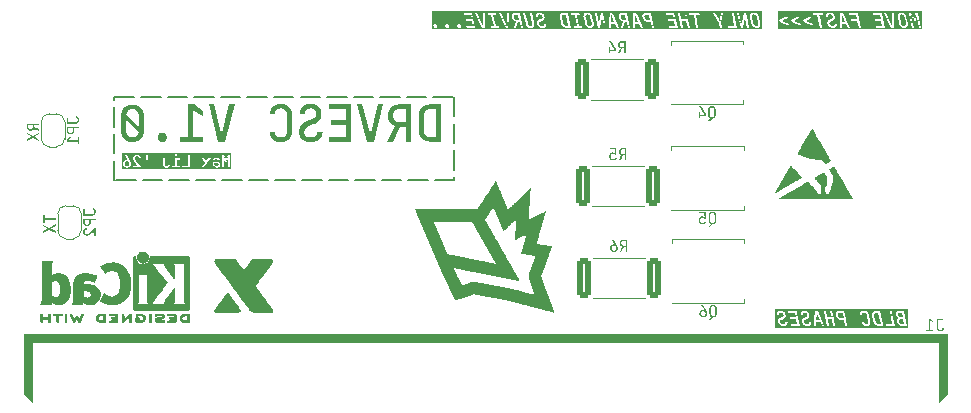
<source format=gbr>
%TF.GenerationSoftware,KiCad,Pcbnew,7.99.0-3012-g423a5b9961*%
%TF.CreationDate,2023-10-18T14:22:59-04:00*%
%TF.ProjectId,drvesc,64727665-7363-42e6-9b69-6361645f7063,V1.0*%
%TF.SameCoordinates,Original*%
%TF.FileFunction,Legend,Bot*%
%TF.FilePolarity,Positive*%
%FSLAX46Y46*%
G04 Gerber Fmt 4.6, Leading zero omitted, Abs format (unit mm)*
G04 Created by KiCad (PCBNEW 7.99.0-3012-g423a5b9961) date 2023-10-18 14:22:59*
%MOMM*%
%LPD*%
G01*
G04 APERTURE LIST*
G04 Aperture macros list*
%AMRoundRect*
0 Rectangle with rounded corners*
0 $1 Rounding radius*
0 $2 $3 $4 $5 $6 $7 $8 $9 X,Y pos of 4 corners*
0 Add a 4 corners polygon primitive as box body*
4,1,4,$2,$3,$4,$5,$6,$7,$8,$9,$2,$3,0*
0 Add four circle primitives for the rounded corners*
1,1,$1+$1,$2,$3*
1,1,$1+$1,$4,$5*
1,1,$1+$1,$6,$7*
1,1,$1+$1,$8,$9*
0 Add four rect primitives between the rounded corners*
20,1,$1+$1,$2,$3,$4,$5,0*
20,1,$1+$1,$4,$5,$6,$7,0*
20,1,$1+$1,$6,$7,$8,$9,0*
20,1,$1+$1,$8,$9,$2,$3,0*%
%AMFreePoly0*
4,1,17,2.675000,1.605000,1.875000,1.605000,1.875000,0.935000,2.675000,0.935000,2.675000,0.335000,1.875000,0.335000,1.875000,-0.335000,2.675000,-0.335000,2.675000,-0.935000,1.875000,-0.935000,1.875000,-1.605000,2.675000,-1.605000,2.675000,-2.205000,-1.875000,-2.205000,-1.875000,2.205000,2.675000,2.205000,2.675000,1.605000,2.675000,1.605000,$1*%
%AMFreePoly1*
4,1,19,0.500000,-0.750000,0.000000,-0.750000,0.000000,-0.744911,-0.071157,-0.744911,-0.207708,-0.704816,-0.327430,-0.627875,-0.420627,-0.520320,-0.479746,-0.390866,-0.500000,-0.250000,-0.500000,0.250000,-0.479746,0.390866,-0.420627,0.520320,-0.327430,0.627875,-0.207708,0.704816,-0.071157,0.744911,0.000000,0.744911,0.000000,0.750000,0.500000,0.750000,0.500000,-0.750000,0.500000,-0.750000,
$1*%
%AMFreePoly2*
4,1,19,0.000000,0.744911,0.071157,0.744911,0.207708,0.704816,0.327430,0.627875,0.420627,0.520320,0.479746,0.390866,0.500000,0.250000,0.500000,-0.250000,0.479746,-0.390866,0.420627,-0.520320,0.327430,-0.627875,0.207708,-0.704816,0.071157,-0.744911,0.000000,-0.744911,0.000000,-0.750000,-0.500000,-0.750000,-0.500000,0.750000,0.000000,0.750000,0.000000,0.744911,0.000000,0.744911,
$1*%
G04 Aperture macros list end*
%ADD10C,0.150000*%
%ADD11C,0.375000*%
%ADD12C,0.250000*%
%ADD13C,0.120000*%
%ADD14C,0.000000*%
%ADD15C,0.010000*%
%ADD16C,0.650000*%
%ADD17O,2.100000X1.000000*%
%ADD18O,1.600000X1.000000*%
%ADD19R,1.700000X1.700000*%
%ADD20O,1.700000X1.700000*%
%ADD21C,2.000000*%
%ADD22FreePoly0,0.000000*%
%ADD23R,0.850000X0.500000*%
%ADD24RoundRect,0.250000X0.362500X1.425000X-0.362500X1.425000X-0.362500X-1.425000X0.362500X-1.425000X0*%
%ADD25FreePoly1,90.000000*%
%ADD26FreePoly2,90.000000*%
%ADD27R,1.651000X4.572000*%
G04 APERTURE END LIST*
D10*
X105821800Y-105064200D02*
X107471800Y-105064200D01*
X108071800Y-105064200D02*
X109721800Y-105064200D01*
X110321800Y-105064200D02*
X111971800Y-105064200D01*
X112571800Y-105064200D02*
X114221800Y-105064200D01*
X114821800Y-105064200D02*
X116471800Y-105064200D01*
X117071800Y-105064200D02*
X118721800Y-105064200D01*
X119321800Y-105064200D02*
X120971800Y-105064200D01*
X121571800Y-105064200D02*
X123221800Y-105064200D01*
X123821800Y-105064200D02*
X125471800Y-105064200D01*
X126071800Y-105064200D02*
X127721800Y-105064200D01*
X128321800Y-105064200D02*
X129971800Y-105064200D01*
X130571800Y-105064200D02*
X132221800Y-105064200D01*
X132821800Y-105064200D02*
X134471800Y-105064200D01*
X134600000Y-105064200D02*
X134600000Y-106714200D01*
X134600000Y-107314200D02*
X134600000Y-108964200D01*
X134600000Y-109564200D02*
X134600000Y-111214200D01*
X134600000Y-111814200D02*
X134600000Y-112100000D01*
X134600000Y-112100000D02*
X132950000Y-112100000D01*
X132350000Y-112100000D02*
X130700000Y-112100000D01*
X130100000Y-112100000D02*
X128450000Y-112100000D01*
X127850000Y-112100000D02*
X126200000Y-112100000D01*
X125600000Y-112100000D02*
X123950000Y-112100000D01*
X123350000Y-112100000D02*
X121700000Y-112100000D01*
X121100000Y-112100000D02*
X119450000Y-112100000D01*
X118850000Y-112100000D02*
X117200000Y-112100000D01*
X116600000Y-112100000D02*
X114950000Y-112100000D01*
X114350000Y-112100000D02*
X112700000Y-112100000D01*
X112100000Y-112100000D02*
X110450000Y-112100000D01*
X109850000Y-112100000D02*
X108200000Y-112100000D01*
X107600000Y-112100000D02*
X105950000Y-112100000D01*
X105821800Y-112100000D02*
X105821800Y-110450000D01*
X105821800Y-109850000D02*
X105821800Y-108200000D01*
X105821800Y-107600000D02*
X105821800Y-105950000D01*
X105821800Y-105350000D02*
X105821800Y-105064200D01*
D11*
G36*
X133435706Y-108837000D02*
G01*
X132563759Y-108837000D01*
X132535981Y-108836725D01*
X132494905Y-108835282D01*
X132454537Y-108832603D01*
X132414877Y-108828688D01*
X132375926Y-108823536D01*
X132337683Y-108817147D01*
X132300149Y-108809522D01*
X132263323Y-108800661D01*
X132227205Y-108790563D01*
X132191796Y-108779228D01*
X132157095Y-108766658D01*
X132134309Y-108757647D01*
X132100892Y-108743316D01*
X132068389Y-108728006D01*
X132036801Y-108711717D01*
X132006127Y-108694449D01*
X131976368Y-108676203D01*
X131947523Y-108656977D01*
X131919593Y-108636773D01*
X131892577Y-108615590D01*
X131866476Y-108593427D01*
X131841289Y-108570286D01*
X131824951Y-108554321D01*
X131801347Y-108529578D01*
X131778824Y-108503883D01*
X131757383Y-108477234D01*
X131737024Y-108449632D01*
X131717747Y-108421077D01*
X131699552Y-108391569D01*
X131682438Y-108361108D01*
X131666407Y-108329694D01*
X131651458Y-108297326D01*
X131637590Y-108264006D01*
X131628895Y-108241248D01*
X131616904Y-108206608D01*
X131606175Y-108171361D01*
X131596708Y-108135510D01*
X131588503Y-108099053D01*
X131581561Y-108061991D01*
X131575881Y-108024323D01*
X131571463Y-107986051D01*
X131568307Y-107947172D01*
X131566414Y-107907689D01*
X131565806Y-107869065D01*
X131996627Y-107869065D01*
X131996779Y-107885314D01*
X131997993Y-107917211D01*
X132000420Y-107948306D01*
X132004060Y-107978599D01*
X132008915Y-108008092D01*
X132014983Y-108036783D01*
X132026360Y-108078316D01*
X132040468Y-108118047D01*
X132057306Y-108155974D01*
X132076875Y-108192098D01*
X132099175Y-108226419D01*
X132124205Y-108258937D01*
X132151966Y-108289651D01*
X132181980Y-108318067D01*
X132213773Y-108343687D01*
X132247342Y-108366513D01*
X132282689Y-108386543D01*
X132319814Y-108403779D01*
X132358715Y-108418219D01*
X132399395Y-108429865D01*
X132441851Y-108438716D01*
X132471143Y-108443063D01*
X132501225Y-108446169D01*
X132532097Y-108448032D01*
X132563759Y-108448653D01*
X133009258Y-108448653D01*
X133009258Y-106083406D01*
X132563759Y-106083406D01*
X132532097Y-106084018D01*
X132501225Y-106085856D01*
X132471143Y-106088918D01*
X132441851Y-106093206D01*
X132399395Y-106101934D01*
X132358715Y-106113419D01*
X132319814Y-106127660D01*
X132282689Y-106144657D01*
X132247342Y-106164411D01*
X132213773Y-106186921D01*
X132181980Y-106212187D01*
X132151966Y-106240210D01*
X132142409Y-106250112D01*
X132115558Y-106281048D01*
X132091438Y-106313825D01*
X132070049Y-106348444D01*
X132051390Y-106384906D01*
X132035462Y-106423209D01*
X132022264Y-106463353D01*
X132011797Y-106505340D01*
X132006336Y-106534354D01*
X132002088Y-106564187D01*
X131999054Y-106594839D01*
X131997234Y-106626309D01*
X131996627Y-106658598D01*
X131996627Y-107869065D01*
X131565806Y-107869065D01*
X131565783Y-107867600D01*
X131565783Y-106660063D01*
X131566063Y-106633281D01*
X131567536Y-106593656D01*
X131570271Y-106554687D01*
X131574268Y-106516376D01*
X131579527Y-106478721D01*
X131586049Y-106441723D01*
X131593833Y-106405383D01*
X131602879Y-106369699D01*
X131613187Y-106334671D01*
X131624758Y-106300301D01*
X131637590Y-106266588D01*
X131646715Y-106244446D01*
X131661304Y-106212005D01*
X131676974Y-106180492D01*
X131693727Y-106149906D01*
X131711562Y-106120248D01*
X131730478Y-106091517D01*
X131750476Y-106063714D01*
X131771557Y-106036837D01*
X131793719Y-106010888D01*
X131816963Y-105985867D01*
X131841289Y-105961773D01*
X131857978Y-105946237D01*
X131883775Y-105923748D01*
X131910486Y-105902239D01*
X131938111Y-105881708D01*
X131966651Y-105862156D01*
X131996106Y-105843583D01*
X132026475Y-105825989D01*
X132057758Y-105809374D01*
X132089956Y-105793737D01*
X132123068Y-105779080D01*
X132157095Y-105765401D01*
X132180150Y-105756883D01*
X132215323Y-105745137D01*
X132251205Y-105734627D01*
X132287795Y-105725353D01*
X132325093Y-105717316D01*
X132363100Y-105710516D01*
X132401815Y-105704951D01*
X132441238Y-105700624D01*
X132481370Y-105697532D01*
X132522210Y-105695678D01*
X132563759Y-105695060D01*
X133435706Y-105695060D01*
X133435706Y-108837000D01*
G37*
G36*
X130909991Y-108837000D02*
G01*
X130482810Y-108837000D01*
X130482810Y-107570845D01*
X130010200Y-107570845D01*
X129419621Y-108837000D01*
X128919900Y-108837000D01*
X129570563Y-107518821D01*
X129538326Y-107508056D01*
X129506827Y-107496095D01*
X129476067Y-107482937D01*
X129446045Y-107468583D01*
X129416762Y-107453033D01*
X129388217Y-107436286D01*
X129360410Y-107418343D01*
X129333342Y-107399203D01*
X129307013Y-107378867D01*
X129281422Y-107357334D01*
X129256569Y-107334605D01*
X129232455Y-107310680D01*
X129209079Y-107285558D01*
X129186442Y-107259240D01*
X129164543Y-107231726D01*
X129143382Y-107203015D01*
X129123152Y-107173228D01*
X129104227Y-107142668D01*
X129086607Y-107111335D01*
X129070293Y-107079230D01*
X129055283Y-107046351D01*
X129041579Y-107012700D01*
X129029180Y-106978276D01*
X129018086Y-106943079D01*
X129008297Y-106907110D01*
X128999813Y-106870368D01*
X128992635Y-106832852D01*
X128986762Y-106794564D01*
X128982194Y-106755504D01*
X128978931Y-106715670D01*
X128976973Y-106675064D01*
X128976320Y-106633685D01*
X128976327Y-106632952D01*
X129415957Y-106632952D01*
X129416089Y-106648560D01*
X129417142Y-106679180D01*
X129419249Y-106709005D01*
X129424384Y-106752249D01*
X129431888Y-106793704D01*
X129441763Y-106833368D01*
X129454008Y-106871241D01*
X129468622Y-106907325D01*
X129485607Y-106941618D01*
X129504961Y-106974120D01*
X129526685Y-107004833D01*
X129550779Y-107033755D01*
X129567918Y-107051767D01*
X129595044Y-107076606D01*
X129623869Y-107098830D01*
X129654395Y-107118440D01*
X129686620Y-107135435D01*
X129720546Y-107149815D01*
X129756172Y-107161581D01*
X129793499Y-107170733D01*
X129832525Y-107177269D01*
X129873252Y-107181191D01*
X129915678Y-107182498D01*
X130482810Y-107182498D01*
X130482810Y-106083406D01*
X129915678Y-106083406D01*
X129887729Y-106083990D01*
X129847124Y-106087055D01*
X129808105Y-106092748D01*
X129770669Y-106101068D01*
X129734817Y-106112016D01*
X129700550Y-106125592D01*
X129667867Y-106141795D01*
X129636768Y-106160625D01*
X129607254Y-106182084D01*
X129579324Y-106206169D01*
X129552978Y-106232882D01*
X129536385Y-106251876D01*
X129513504Y-106281869D01*
X129493031Y-106313666D01*
X129474967Y-106347265D01*
X129459311Y-106382668D01*
X129446064Y-106419874D01*
X129435226Y-106458883D01*
X129426796Y-106499696D01*
X129420774Y-106542311D01*
X129418098Y-106571723D01*
X129416493Y-106601937D01*
X129415957Y-106632952D01*
X128976327Y-106632952D01*
X128976584Y-106607636D01*
X128977966Y-106569109D01*
X128980533Y-106531240D01*
X128984286Y-106494028D01*
X128989223Y-106457472D01*
X128995345Y-106421573D01*
X129002653Y-106386332D01*
X129011145Y-106351747D01*
X129020822Y-106317819D01*
X129031684Y-106284547D01*
X129043731Y-106251933D01*
X129052289Y-106230592D01*
X129065964Y-106199268D01*
X129080642Y-106168769D01*
X129096326Y-106139093D01*
X129113014Y-106110242D01*
X129130707Y-106082215D01*
X129149404Y-106055012D01*
X129169107Y-106028634D01*
X129189813Y-106003080D01*
X129211525Y-105978351D01*
X129234241Y-105954445D01*
X129249914Y-105939012D01*
X129274154Y-105916721D01*
X129299270Y-105895461D01*
X129325262Y-105875231D01*
X129352130Y-105856031D01*
X129379873Y-105837861D01*
X129408493Y-105820722D01*
X129437988Y-105804614D01*
X129468359Y-105789536D01*
X129499606Y-105775488D01*
X129531728Y-105762471D01*
X129553493Y-105754307D01*
X129586697Y-105743050D01*
X129620572Y-105732978D01*
X129655116Y-105724091D01*
X129690330Y-105716389D01*
X129726214Y-105709872D01*
X129762767Y-105704539D01*
X129799990Y-105700392D01*
X129837883Y-105697429D01*
X129876446Y-105695652D01*
X129915678Y-105695060D01*
X130909991Y-105695060D01*
X130909991Y-108837000D01*
G37*
G36*
X128593103Y-105695060D02*
G01*
X128139544Y-105695060D01*
X127552629Y-108135046D01*
X127544815Y-108168327D01*
X127537310Y-108200579D01*
X127530114Y-108231800D01*
X127523228Y-108261991D01*
X127516651Y-108291151D01*
X127514527Y-108300642D01*
X127507504Y-108332819D01*
X127501183Y-108363313D01*
X127495563Y-108392125D01*
X127489999Y-108422991D01*
X127488149Y-108433999D01*
X127484485Y-108466010D01*
X127481239Y-108497096D01*
X127478531Y-108528006D01*
X127477890Y-108537314D01*
X127494743Y-108537314D01*
X127491995Y-108506195D01*
X127487771Y-108476636D01*
X127482458Y-108445884D01*
X127480089Y-108433266D01*
X127475188Y-108403545D01*
X127469281Y-108371534D01*
X127463285Y-108341646D01*
X127456518Y-108310005D01*
X127454443Y-108300642D01*
X127447969Y-108271825D01*
X127441185Y-108241978D01*
X127434093Y-108211100D01*
X127426691Y-108179192D01*
X127418980Y-108146254D01*
X127416341Y-108135046D01*
X126816969Y-105695060D01*
X126370738Y-105695060D01*
X127210444Y-108837000D01*
X127779042Y-108837000D01*
X128593103Y-105695060D01*
G37*
G36*
X125853431Y-108837000D02*
G01*
X125853431Y-105695060D01*
X124012817Y-105695060D01*
X124012817Y-106083406D01*
X125426250Y-106083406D01*
X125426250Y-107041815D01*
X124160096Y-107041815D01*
X124160096Y-107430161D01*
X125426250Y-107430161D01*
X125426250Y-108448653D01*
X124012817Y-108448653D01*
X124012817Y-108837000D01*
X125853431Y-108837000D01*
G37*
G36*
X123442022Y-107998758D02*
G01*
X122993592Y-107998758D01*
X122992265Y-108042325D01*
X122988285Y-108083998D01*
X122981652Y-108123778D01*
X122972365Y-108161664D01*
X122960426Y-108197657D01*
X122945833Y-108231757D01*
X122928586Y-108263964D01*
X122908687Y-108294277D01*
X122886134Y-108322696D01*
X122860928Y-108349223D01*
X122842650Y-108365855D01*
X122813446Y-108389033D01*
X122782440Y-108409930D01*
X122749630Y-108428548D01*
X122715017Y-108444887D01*
X122678601Y-108458945D01*
X122640382Y-108470724D01*
X122600360Y-108480223D01*
X122558534Y-108487442D01*
X122514905Y-108492382D01*
X122484818Y-108494408D01*
X122453929Y-108495421D01*
X122438183Y-108495548D01*
X122406032Y-108495076D01*
X122374791Y-108493659D01*
X122344460Y-108491298D01*
X122315039Y-108487992D01*
X122272615Y-108481262D01*
X122232238Y-108472407D01*
X122193909Y-108461427D01*
X122157629Y-108448321D01*
X122123396Y-108433091D01*
X122091211Y-108415735D01*
X122061074Y-108396254D01*
X122032985Y-108374648D01*
X122007057Y-108351200D01*
X121983680Y-108326193D01*
X121962853Y-108299628D01*
X121944576Y-108271505D01*
X121928850Y-108241823D01*
X121915674Y-108210582D01*
X121905048Y-108177784D01*
X121896972Y-108143426D01*
X121891446Y-108107510D01*
X121888471Y-108070036D01*
X121887904Y-108044187D01*
X121888832Y-108010495D01*
X121891614Y-107977563D01*
X121896251Y-107945391D01*
X121902742Y-107913979D01*
X121911088Y-107883327D01*
X121921289Y-107853435D01*
X121933345Y-107824302D01*
X121947255Y-107795930D01*
X121963020Y-107768317D01*
X121980640Y-107741464D01*
X121993417Y-107723985D01*
X122013884Y-107698650D01*
X122035715Y-107674577D01*
X122058912Y-107651767D01*
X122083474Y-107630218D01*
X122109402Y-107609932D01*
X122136694Y-107590909D01*
X122165352Y-107573147D01*
X122195376Y-107556648D01*
X122226764Y-107541411D01*
X122259518Y-107527436D01*
X122282112Y-107518821D01*
X122640417Y-107389128D01*
X122683964Y-107372502D01*
X122726129Y-107355139D01*
X122766911Y-107337039D01*
X122806311Y-107318202D01*
X122844328Y-107298628D01*
X122880963Y-107278317D01*
X122916216Y-107257269D01*
X122950086Y-107235484D01*
X122982574Y-107212962D01*
X123013679Y-107189703D01*
X123043401Y-107165707D01*
X123071742Y-107140973D01*
X123098700Y-107115503D01*
X123124275Y-107089296D01*
X123148468Y-107062352D01*
X123171278Y-107034670D01*
X123192706Y-107006252D01*
X123212752Y-106977097D01*
X123231415Y-106947205D01*
X123248696Y-106916575D01*
X123264594Y-106885209D01*
X123279110Y-106853105D01*
X123292243Y-106820265D01*
X123303994Y-106786688D01*
X123314362Y-106752373D01*
X123323348Y-106717322D01*
X123330952Y-106681533D01*
X123337173Y-106645008D01*
X123342011Y-106607745D01*
X123345467Y-106569746D01*
X123347541Y-106531009D01*
X123348232Y-106491535D01*
X123347265Y-106443447D01*
X123344363Y-106396636D01*
X123339525Y-106351101D01*
X123332753Y-106306842D01*
X123324047Y-106263860D01*
X123313405Y-106222155D01*
X123300828Y-106181726D01*
X123286317Y-106142573D01*
X123269870Y-106104698D01*
X123251489Y-106068098D01*
X123231173Y-106032776D01*
X123208922Y-105998730D01*
X123184737Y-105965960D01*
X123158616Y-105934467D01*
X123130560Y-105904251D01*
X123100570Y-105875311D01*
X123068825Y-105847805D01*
X123035689Y-105822073D01*
X123001162Y-105798117D01*
X122965244Y-105775934D01*
X122927935Y-105755527D01*
X122889235Y-105736894D01*
X122849144Y-105720035D01*
X122807662Y-105704951D01*
X122764789Y-105691642D01*
X122720524Y-105680107D01*
X122674869Y-105670347D01*
X122627823Y-105662362D01*
X122579385Y-105656150D01*
X122529557Y-105651714D01*
X122478338Y-105649052D01*
X122425727Y-105648165D01*
X122387431Y-105648687D01*
X122349752Y-105650251D01*
X122312692Y-105652860D01*
X122276250Y-105656511D01*
X122240427Y-105661206D01*
X122205222Y-105666944D01*
X122170634Y-105673725D01*
X122136666Y-105681550D01*
X122103315Y-105690418D01*
X122070583Y-105700329D01*
X122049105Y-105707516D01*
X122017375Y-105719101D01*
X121986482Y-105731601D01*
X121956427Y-105745016D01*
X121927208Y-105759345D01*
X121898827Y-105774588D01*
X121871283Y-105790746D01*
X121844577Y-105807819D01*
X121818707Y-105825806D01*
X121793675Y-105844707D01*
X121769480Y-105864523D01*
X121753815Y-105878242D01*
X121730968Y-105899399D01*
X121709139Y-105921381D01*
X121688327Y-105944187D01*
X121668532Y-105967818D01*
X121649755Y-105992273D01*
X121631996Y-106017552D01*
X121615254Y-106043655D01*
X121599530Y-106070583D01*
X121584823Y-106098335D01*
X121571134Y-106126911D01*
X121562573Y-106146420D01*
X121550481Y-106176317D01*
X121539483Y-106207205D01*
X121529581Y-106239085D01*
X121520773Y-106271957D01*
X121513060Y-106305821D01*
X121506442Y-106340676D01*
X121500918Y-106376524D01*
X121496490Y-106413362D01*
X121493156Y-106451193D01*
X121490917Y-106490016D01*
X121490033Y-106516448D01*
X121938463Y-106516448D01*
X121939641Y-106473594D01*
X121943177Y-106432685D01*
X121949069Y-106393721D01*
X121957319Y-106356702D01*
X121967926Y-106321628D01*
X121980889Y-106288498D01*
X121996210Y-106257313D01*
X122013888Y-106228074D01*
X122033923Y-106200779D01*
X122056315Y-106175429D01*
X122072552Y-106159609D01*
X122098479Y-106137610D01*
X122125978Y-106117775D01*
X122155048Y-106100104D01*
X122185690Y-106084596D01*
X122217903Y-106071253D01*
X122251687Y-106060073D01*
X122287042Y-106051057D01*
X122323969Y-106044205D01*
X122362468Y-106039516D01*
X122402537Y-106036992D01*
X122430123Y-106036511D01*
X122472007Y-106037503D01*
X122512203Y-106040478D01*
X122550712Y-106045437D01*
X122587534Y-106052379D01*
X122622669Y-106061305D01*
X122656116Y-106072214D01*
X122687876Y-106085107D01*
X122717948Y-106099984D01*
X122746334Y-106116844D01*
X122773032Y-106135687D01*
X122789893Y-106149351D01*
X122813464Y-106171073D01*
X122834716Y-106194199D01*
X122853649Y-106218729D01*
X122870264Y-106244663D01*
X122884561Y-106272001D01*
X122896539Y-106300743D01*
X122906199Y-106330888D01*
X122913541Y-106362438D01*
X122918564Y-106395391D01*
X122921269Y-106429749D01*
X122921784Y-106453434D01*
X122920934Y-106486958D01*
X122918384Y-106519388D01*
X122914134Y-106550723D01*
X122908183Y-106580963D01*
X122900532Y-106610108D01*
X122891181Y-106638158D01*
X122876069Y-106673856D01*
X122857934Y-106707607D01*
X122836776Y-106739412D01*
X122825064Y-106754585D01*
X122798926Y-106783722D01*
X122776753Y-106804869D01*
X122752378Y-106825411D01*
X122725800Y-106845347D01*
X122697020Y-106864677D01*
X122666037Y-106883403D01*
X122632852Y-106901523D01*
X122597464Y-106919037D01*
X122559874Y-106935947D01*
X122520081Y-106952251D01*
X122506327Y-106957551D01*
X122131170Y-107095304D01*
X122090824Y-107110622D01*
X122051669Y-107126903D01*
X122013705Y-107144145D01*
X121976931Y-107162348D01*
X121941348Y-107181514D01*
X121906955Y-107201641D01*
X121873753Y-107222730D01*
X121841742Y-107244780D01*
X121810922Y-107267793D01*
X121781292Y-107291767D01*
X121752853Y-107316702D01*
X121725605Y-107342600D01*
X121699547Y-107369459D01*
X121674680Y-107397280D01*
X121651004Y-107426062D01*
X121628518Y-107455806D01*
X121607223Y-107486292D01*
X121587302Y-107517481D01*
X121568755Y-107549375D01*
X121551582Y-107581973D01*
X121535782Y-107615275D01*
X121521357Y-107649281D01*
X121508305Y-107683991D01*
X121496627Y-107719405D01*
X121486323Y-107755524D01*
X121477393Y-107792346D01*
X121469837Y-107829873D01*
X121463654Y-107868103D01*
X121458846Y-107907038D01*
X121455411Y-107946677D01*
X121453350Y-107987020D01*
X121452664Y-108028067D01*
X121453708Y-108077317D01*
X121456842Y-108125234D01*
X121462066Y-108171817D01*
X121469379Y-108217065D01*
X121478781Y-108260980D01*
X121490273Y-108303562D01*
X121503854Y-108344809D01*
X121519525Y-108384723D01*
X121537285Y-108423303D01*
X121557135Y-108460549D01*
X121579074Y-108496461D01*
X121603102Y-108531040D01*
X121629220Y-108564284D01*
X121657427Y-108596195D01*
X121687723Y-108626772D01*
X121720109Y-108656016D01*
X121754204Y-108683610D01*
X121789810Y-108709425D01*
X121826928Y-108733459D01*
X121865556Y-108755712D01*
X121905696Y-108776186D01*
X121947347Y-108794879D01*
X121990509Y-108811792D01*
X122035183Y-108826924D01*
X122081368Y-108840277D01*
X122129064Y-108851849D01*
X122178271Y-108861640D01*
X122228989Y-108869652D01*
X122281219Y-108875883D01*
X122334960Y-108880334D01*
X122390213Y-108883004D01*
X122446976Y-108883894D01*
X122487726Y-108883353D01*
X122527820Y-108881730D01*
X122567256Y-108879025D01*
X122606036Y-108875239D01*
X122644158Y-108870370D01*
X122681624Y-108864420D01*
X122718433Y-108857387D01*
X122754585Y-108849273D01*
X122790080Y-108840076D01*
X122824918Y-108829798D01*
X122847779Y-108822345D01*
X122881269Y-108810360D01*
X122913870Y-108797487D01*
X122945583Y-108783724D01*
X122976407Y-108769073D01*
X123006342Y-108753534D01*
X123035389Y-108737105D01*
X123063547Y-108719788D01*
X123090816Y-108701582D01*
X123117196Y-108682488D01*
X123142688Y-108662504D01*
X123159188Y-108648688D01*
X123183016Y-108627119D01*
X123205865Y-108604725D01*
X123227736Y-108581506D01*
X123248627Y-108557464D01*
X123268539Y-108532597D01*
X123287473Y-108506905D01*
X123305428Y-108480390D01*
X123322404Y-108453050D01*
X123338401Y-108424885D01*
X123353419Y-108395897D01*
X123362887Y-108376113D01*
X123376158Y-108345654D01*
X123388218Y-108314178D01*
X123399067Y-108281684D01*
X123408705Y-108248172D01*
X123417133Y-108213643D01*
X123424350Y-108178096D01*
X123430357Y-108141532D01*
X123435152Y-108103950D01*
X123438737Y-108065351D01*
X123441111Y-108025734D01*
X123442022Y-107998758D01*
G37*
G36*
X119903675Y-108883894D02*
G01*
X119944505Y-108883315D01*
X119984562Y-108881576D01*
X120023846Y-108878678D01*
X120062357Y-108874621D01*
X120100095Y-108869404D01*
X120137061Y-108863029D01*
X120173254Y-108855494D01*
X120208674Y-108846800D01*
X120243321Y-108836947D01*
X120277195Y-108825934D01*
X120299349Y-108817949D01*
X120331733Y-108804944D01*
X120363216Y-108790935D01*
X120393798Y-108775921D01*
X120423478Y-108759903D01*
X120452256Y-108742880D01*
X120480132Y-108724852D01*
X120507107Y-108705820D01*
X120533181Y-108685783D01*
X120558353Y-108664741D01*
X120582623Y-108642695D01*
X120598302Y-108627439D01*
X120620894Y-108603626D01*
X120642506Y-108578899D01*
X120663140Y-108553257D01*
X120682795Y-108526700D01*
X120701471Y-108499230D01*
X120719168Y-108470844D01*
X120735886Y-108441544D01*
X120751626Y-108411330D01*
X120766386Y-108380201D01*
X120780168Y-108348158D01*
X120788812Y-108326288D01*
X120800859Y-108292836D01*
X120811721Y-108258702D01*
X120821398Y-108223885D01*
X120829890Y-108188386D01*
X120837197Y-108152204D01*
X120843320Y-108115339D01*
X120848257Y-108077792D01*
X120852009Y-108039562D01*
X120854577Y-108000649D01*
X120855959Y-107961054D01*
X120856223Y-107934278D01*
X120856223Y-106597781D01*
X120855630Y-106557731D01*
X120853853Y-106518363D01*
X120850890Y-106479678D01*
X120846743Y-106441676D01*
X120841411Y-106404356D01*
X120834893Y-106367719D01*
X120827191Y-106331764D01*
X120818304Y-106296492D01*
X120808232Y-106261903D01*
X120796975Y-106227996D01*
X120788812Y-106205771D01*
X120775682Y-106173125D01*
X120761575Y-106141406D01*
X120746488Y-106110614D01*
X120730422Y-106080750D01*
X120713378Y-106051812D01*
X120695354Y-106023803D01*
X120676352Y-105996720D01*
X120656371Y-105970565D01*
X120635411Y-105945338D01*
X120613472Y-105921038D01*
X120598302Y-105905353D01*
X120574633Y-105882512D01*
X120550062Y-105860702D01*
X120524590Y-105839922D01*
X120498216Y-105820173D01*
X120470940Y-105801454D01*
X120442763Y-105783765D01*
X120413685Y-105767107D01*
X120383704Y-105751480D01*
X120352822Y-105736882D01*
X120321039Y-105723315D01*
X120299349Y-105714843D01*
X120265990Y-105702927D01*
X120231858Y-105692183D01*
X120196953Y-105682611D01*
X120161275Y-105674211D01*
X120124825Y-105666983D01*
X120087602Y-105660928D01*
X120049606Y-105656044D01*
X120010837Y-105652332D01*
X119971295Y-105649793D01*
X119930981Y-105648425D01*
X119903675Y-105648165D01*
X119853635Y-105649052D01*
X119804814Y-105651714D01*
X119757213Y-105656150D01*
X119710830Y-105662362D01*
X119665667Y-105670347D01*
X119621724Y-105680107D01*
X119578999Y-105691642D01*
X119537494Y-105704951D01*
X119497209Y-105720035D01*
X119458142Y-105736894D01*
X119420295Y-105755527D01*
X119383667Y-105775934D01*
X119348259Y-105798117D01*
X119314069Y-105822073D01*
X119281099Y-105847805D01*
X119249349Y-105875311D01*
X119218981Y-105904500D01*
X119190158Y-105935280D01*
X119162881Y-105967652D01*
X119137150Y-106001615D01*
X119112964Y-106037169D01*
X119090324Y-106074315D01*
X119069229Y-106113053D01*
X119049680Y-106153381D01*
X119031677Y-106195301D01*
X119015219Y-106238813D01*
X119000307Y-106283916D01*
X118986940Y-106330610D01*
X118975119Y-106378896D01*
X118964844Y-106428773D01*
X118956114Y-106480241D01*
X118948930Y-106533301D01*
X119376844Y-106533301D01*
X119380582Y-106503173D01*
X119385201Y-106473973D01*
X119393784Y-106431911D01*
X119404350Y-106391936D01*
X119416899Y-106354047D01*
X119431432Y-106318245D01*
X119447948Y-106284530D01*
X119466448Y-106252901D01*
X119486932Y-106223358D01*
X119509399Y-106195902D01*
X119533849Y-106170533D01*
X119542440Y-106162540D01*
X119569147Y-106140018D01*
X119597335Y-106119710D01*
X119627004Y-106101618D01*
X119658154Y-106085741D01*
X119690786Y-106072080D01*
X119724898Y-106060634D01*
X119760492Y-106051403D01*
X119797567Y-106044388D01*
X119836123Y-106039588D01*
X119876161Y-106037003D01*
X119903675Y-106036511D01*
X119933686Y-106037092D01*
X119977209Y-106040142D01*
X120018943Y-106045808D01*
X120058886Y-106054087D01*
X120097038Y-106064982D01*
X120133401Y-106078490D01*
X120167973Y-106094614D01*
X120200755Y-106113352D01*
X120231746Y-106134705D01*
X120260947Y-106158673D01*
X120288358Y-106185255D01*
X120313500Y-106214143D01*
X120336168Y-106245027D01*
X120356364Y-106277907D01*
X120374087Y-106312784D01*
X120389337Y-106349657D01*
X120402114Y-106388527D01*
X120412418Y-106429393D01*
X120420249Y-106472256D01*
X120424096Y-106501940D01*
X120426844Y-106532511D01*
X120428492Y-106563970D01*
X120429042Y-106596316D01*
X120429042Y-107935743D01*
X120428501Y-107968089D01*
X120426878Y-107999548D01*
X120424173Y-108030119D01*
X120420386Y-108059803D01*
X120412678Y-108102666D01*
X120402535Y-108143532D01*
X120389957Y-108182402D01*
X120374946Y-108219275D01*
X120357500Y-108254152D01*
X120337620Y-108287032D01*
X120315305Y-108317916D01*
X120290556Y-108346804D01*
X120263500Y-108373386D01*
X120234537Y-108397354D01*
X120203668Y-108418707D01*
X120170892Y-108437445D01*
X120136211Y-108453569D01*
X120099623Y-108467077D01*
X120061129Y-108477972D01*
X120020729Y-108486252D01*
X119978422Y-108491917D01*
X119949159Y-108494241D01*
X119919048Y-108495403D01*
X119903675Y-108495548D01*
X119862650Y-108494440D01*
X119823107Y-108491117D01*
X119785044Y-108485579D01*
X119748463Y-108477825D01*
X119713363Y-108467856D01*
X119679744Y-108455672D01*
X119647606Y-108441272D01*
X119616950Y-108424657D01*
X119587774Y-108405826D01*
X119560080Y-108384780D01*
X119542440Y-108369519D01*
X119517329Y-108344845D01*
X119494200Y-108318085D01*
X119473056Y-108289238D01*
X119453895Y-108258304D01*
X119436717Y-108225284D01*
X119421523Y-108190178D01*
X119408312Y-108152985D01*
X119397085Y-108113705D01*
X119387842Y-108072339D01*
X119380582Y-108028886D01*
X119376844Y-107998758D01*
X118948930Y-107998758D01*
X118956114Y-108051818D01*
X118964844Y-108103286D01*
X118975119Y-108153163D01*
X118986940Y-108201449D01*
X119000307Y-108248143D01*
X119015219Y-108293246D01*
X119031677Y-108336758D01*
X119049680Y-108378678D01*
X119069229Y-108419006D01*
X119090324Y-108457744D01*
X119112964Y-108494890D01*
X119137150Y-108530444D01*
X119162881Y-108564407D01*
X119190158Y-108596779D01*
X119218981Y-108627559D01*
X119249349Y-108656748D01*
X119281099Y-108684254D01*
X119314069Y-108709986D01*
X119348259Y-108733942D01*
X119383667Y-108756125D01*
X119420295Y-108776532D01*
X119458142Y-108795165D01*
X119497209Y-108812024D01*
X119537494Y-108827108D01*
X119578999Y-108840417D01*
X119621724Y-108851952D01*
X119665667Y-108861712D01*
X119710830Y-108869698D01*
X119757213Y-108875909D01*
X119804814Y-108880345D01*
X119853635Y-108883007D01*
X119903675Y-108883894D01*
G37*
G36*
X116004827Y-105695060D02*
G01*
X115551268Y-105695060D01*
X114964352Y-108135046D01*
X114956538Y-108168327D01*
X114949034Y-108200579D01*
X114941838Y-108231800D01*
X114934952Y-108261991D01*
X114928374Y-108291151D01*
X114926250Y-108300642D01*
X114919228Y-108332819D01*
X114912907Y-108363313D01*
X114907287Y-108392125D01*
X114901723Y-108422991D01*
X114899872Y-108433999D01*
X114896209Y-108466010D01*
X114892963Y-108497096D01*
X114890255Y-108528006D01*
X114889614Y-108537314D01*
X114906467Y-108537314D01*
X114903719Y-108506195D01*
X114899494Y-108476636D01*
X114894182Y-108445884D01*
X114891812Y-108433266D01*
X114886912Y-108403545D01*
X114881004Y-108371534D01*
X114875009Y-108341646D01*
X114868242Y-108310005D01*
X114866167Y-108300642D01*
X114859692Y-108271825D01*
X114852909Y-108241978D01*
X114845816Y-108211100D01*
X114838415Y-108179192D01*
X114830704Y-108146254D01*
X114828065Y-108135046D01*
X114228693Y-105695060D01*
X113782461Y-105695060D01*
X114622168Y-108837000D01*
X115190765Y-108837000D01*
X116004827Y-105695060D01*
G37*
G36*
X113286404Y-108837000D02*
G01*
X113286404Y-108448653D01*
X112450361Y-108448653D01*
X112450361Y-106382359D01*
X112449788Y-106351490D01*
X112448071Y-106319333D01*
X112445546Y-106289290D01*
X112444499Y-106279044D01*
X112440847Y-106248647D01*
X112436926Y-106217048D01*
X112433148Y-106187739D01*
X112432042Y-106179393D01*
X112427715Y-106149580D01*
X112423701Y-106120045D01*
X112423250Y-106116378D01*
X112420319Y-106097327D01*
X112417388Y-106097327D01*
X112438919Y-106119430D01*
X112459756Y-106140428D01*
X112461352Y-106142024D01*
X112484853Y-106161178D01*
X112507430Y-106179968D01*
X112516306Y-106187453D01*
X112540139Y-106206616D01*
X112564284Y-106223446D01*
X112579321Y-106232882D01*
X113273215Y-106682778D01*
X113273215Y-106217495D01*
X112539754Y-105695060D01*
X112023913Y-105695060D01*
X112023913Y-108448653D01*
X111340277Y-108448653D01*
X111340277Y-108837000D01*
X113286404Y-108837000D01*
G37*
G36*
X110244848Y-108478695D02*
G01*
X110243920Y-108446190D01*
X110241138Y-108414896D01*
X110236502Y-108384813D01*
X110230010Y-108355940D01*
X110218470Y-108319327D01*
X110203632Y-108284866D01*
X110185497Y-108252557D01*
X110164064Y-108222401D01*
X110139335Y-108194397D01*
X110111709Y-108169152D01*
X110081953Y-108147273D01*
X110050068Y-108128760D01*
X110016053Y-108113613D01*
X109979909Y-108101832D01*
X109941636Y-108093417D01*
X109911533Y-108089315D01*
X109880232Y-108087106D01*
X109858700Y-108086685D01*
X109826607Y-108087632D01*
X109795725Y-108090472D01*
X109766054Y-108095206D01*
X109728376Y-108104462D01*
X109692850Y-108117084D01*
X109659476Y-108133073D01*
X109628255Y-108152427D01*
X109599187Y-108175147D01*
X109578798Y-108194397D01*
X109553896Y-108222401D01*
X109532315Y-108252557D01*
X109514054Y-108284866D01*
X109499113Y-108319327D01*
X109487493Y-108355940D01*
X109480956Y-108384813D01*
X109476287Y-108414896D01*
X109473486Y-108446190D01*
X109472552Y-108478695D01*
X109473479Y-108512024D01*
X109476261Y-108544143D01*
X109480898Y-108575050D01*
X109487390Y-108604747D01*
X109495736Y-108633234D01*
X109509749Y-108669332D01*
X109527060Y-108703278D01*
X109547668Y-108735072D01*
X109571573Y-108764713D01*
X109578065Y-108771787D01*
X109605531Y-108798062D01*
X109635172Y-108820834D01*
X109666988Y-108840102D01*
X109700980Y-108855867D01*
X109737147Y-108868129D01*
X109765700Y-108875026D01*
X109795476Y-108879953D01*
X109826476Y-108882909D01*
X109858700Y-108883894D01*
X109890923Y-108882909D01*
X109921923Y-108879953D01*
X109951700Y-108875026D01*
X109980253Y-108868129D01*
X110016420Y-108855867D01*
X110050411Y-108840102D01*
X110082228Y-108820834D01*
X110111869Y-108798062D01*
X110139335Y-108771787D01*
X110164064Y-108742684D01*
X110185497Y-108711428D01*
X110203632Y-108678020D01*
X110218470Y-108642460D01*
X110227434Y-108614377D01*
X110234544Y-108585084D01*
X110239799Y-108554580D01*
X110243199Y-108522865D01*
X110244745Y-108489939D01*
X110244848Y-108478695D01*
G37*
G36*
X107368347Y-105709236D02*
G01*
X107408647Y-105710573D01*
X107448160Y-105713057D01*
X107486888Y-105716687D01*
X107524831Y-105721464D01*
X107561987Y-105727386D01*
X107598358Y-105734455D01*
X107633944Y-105742670D01*
X107668743Y-105752032D01*
X107702757Y-105762540D01*
X107735985Y-105774194D01*
X107757675Y-105782480D01*
X107789459Y-105795757D01*
X107820341Y-105810052D01*
X107850321Y-105825364D01*
X107879400Y-105841694D01*
X107907577Y-105859041D01*
X107934852Y-105877406D01*
X107961226Y-105896788D01*
X107986699Y-105917188D01*
X108011269Y-105938605D01*
X108034939Y-105961040D01*
X108050197Y-105976444D01*
X108072258Y-106000302D01*
X108093328Y-106025062D01*
X108113406Y-106050723D01*
X108132492Y-106077286D01*
X108150586Y-106104751D01*
X108167688Y-106133117D01*
X108183799Y-106162384D01*
X108198918Y-106192554D01*
X108213045Y-106223624D01*
X108226181Y-106255597D01*
X108234255Y-106277364D01*
X108245390Y-106310584D01*
X108255352Y-106344486D01*
X108264143Y-106379071D01*
X108271762Y-106414338D01*
X108278208Y-106450289D01*
X108283482Y-106486922D01*
X108287585Y-106524237D01*
X108290515Y-106562235D01*
X108292273Y-106600916D01*
X108292859Y-106640279D01*
X108292859Y-107948200D01*
X108292598Y-107974432D01*
X108291231Y-108013233D01*
X108288692Y-108051377D01*
X108284980Y-108088864D01*
X108280096Y-108125695D01*
X108274041Y-108161868D01*
X108266813Y-108197385D01*
X108258413Y-108232244D01*
X108248841Y-108266447D01*
X108238097Y-108299993D01*
X108226181Y-108332882D01*
X108217534Y-108354300D01*
X108203737Y-108385687D01*
X108188949Y-108416184D01*
X108173169Y-108445793D01*
X108156397Y-108474514D01*
X108138633Y-108502345D01*
X108119878Y-108529288D01*
X108100131Y-108555342D01*
X108079392Y-108580507D01*
X108057661Y-108604784D01*
X108034939Y-108628172D01*
X108019259Y-108643156D01*
X107994989Y-108664805D01*
X107969817Y-108685462D01*
X107943744Y-108705128D01*
X107916769Y-108723802D01*
X107888892Y-108741484D01*
X107860114Y-108758174D01*
X107830434Y-108773873D01*
X107799853Y-108788579D01*
X107768370Y-108802294D01*
X107735985Y-108815018D01*
X107713920Y-108822826D01*
X107680168Y-108833593D01*
X107645631Y-108843228D01*
X107610307Y-108851728D01*
X107574198Y-108859096D01*
X107537303Y-108865330D01*
X107499623Y-108870430D01*
X107461157Y-108874397D01*
X107421905Y-108877231D01*
X107381868Y-108878931D01*
X107341045Y-108879498D01*
X107314266Y-108879237D01*
X107274655Y-108877870D01*
X107235715Y-108875330D01*
X107197444Y-108871619D01*
X107159843Y-108866735D01*
X107122912Y-108860679D01*
X107086650Y-108853452D01*
X107051059Y-108845052D01*
X107016137Y-108835480D01*
X106981885Y-108824736D01*
X106948302Y-108812819D01*
X106926346Y-108804181D01*
X106894195Y-108790430D01*
X106862985Y-108775725D01*
X106832715Y-108760067D01*
X106803385Y-108743456D01*
X106774995Y-108725892D01*
X106747546Y-108707375D01*
X106721037Y-108687905D01*
X106695468Y-108667482D01*
X106670839Y-108646105D01*
X106647151Y-108623775D01*
X106631895Y-108608291D01*
X106609849Y-108584356D01*
X106588807Y-108559570D01*
X106568770Y-108533935D01*
X106549738Y-108507449D01*
X106531710Y-108480113D01*
X106514687Y-108451928D01*
X106498669Y-108422892D01*
X106483655Y-108393006D01*
X106469646Y-108362270D01*
X106456641Y-108330684D01*
X106448478Y-108309097D01*
X106437221Y-108276137D01*
X106427149Y-108242482D01*
X106418262Y-108208131D01*
X106410559Y-108173084D01*
X106404042Y-108137342D01*
X106398710Y-108100905D01*
X106394563Y-108063772D01*
X106391600Y-108025943D01*
X106389823Y-107987419D01*
X106389230Y-107948200D01*
X106389230Y-106986860D01*
X106815678Y-106986860D01*
X106815678Y-107948200D01*
X106815816Y-107963851D01*
X106816921Y-107994540D01*
X106819131Y-108024410D01*
X106824517Y-108067680D01*
X106832389Y-108109109D01*
X106842746Y-108148695D01*
X106855590Y-108186440D01*
X106870919Y-108222343D01*
X106888734Y-108256404D01*
X106909035Y-108288624D01*
X106931822Y-108319001D01*
X106957095Y-108347537D01*
X106984375Y-108373857D01*
X107013458Y-108397588D01*
X107044344Y-108418731D01*
X107077033Y-108437285D01*
X107111526Y-108453249D01*
X107147822Y-108466625D01*
X107185921Y-108477412D01*
X107225823Y-108485610D01*
X107267528Y-108491220D01*
X107311037Y-108494240D01*
X107341045Y-108494815D01*
X107369094Y-108494303D01*
X107409881Y-108491613D01*
X107449122Y-108486618D01*
X107486817Y-108479317D01*
X107522967Y-108469711D01*
X107557572Y-108457799D01*
X107590630Y-108443582D01*
X107622143Y-108427059D01*
X107652111Y-108408230D01*
X107680533Y-108387096D01*
X107707409Y-108363657D01*
X107724239Y-108346930D01*
X107747680Y-108320595D01*
X107768958Y-108292765D01*
X107788072Y-108263442D01*
X107805022Y-108232624D01*
X107819808Y-108200313D01*
X107832431Y-108166507D01*
X107842889Y-108131207D01*
X107851184Y-108094413D01*
X107857315Y-108056126D01*
X107861282Y-108016344D01*
X106815678Y-106986860D01*
X106389230Y-106986860D01*
X106389230Y-106640279D01*
X106389494Y-106613961D01*
X106390876Y-106575053D01*
X106391072Y-106572136D01*
X106820807Y-106572136D01*
X107866411Y-107601619D01*
X107866411Y-106640279D01*
X107866274Y-106624584D01*
X107865174Y-106593815D01*
X107862976Y-106563876D01*
X107857618Y-106520524D01*
X107849787Y-106479040D01*
X107839483Y-106439423D01*
X107826706Y-106401674D01*
X107811456Y-106365792D01*
X107793733Y-106331778D01*
X107773538Y-106299632D01*
X107750869Y-106269353D01*
X107725727Y-106240942D01*
X107698316Y-106214622D01*
X107669115Y-106190891D01*
X107638124Y-106169748D01*
X107605342Y-106151194D01*
X107570770Y-106135230D01*
X107534408Y-106121854D01*
X107496255Y-106111067D01*
X107456312Y-106102869D01*
X107414579Y-106097260D01*
X107371055Y-106094239D01*
X107341045Y-106093664D01*
X107312998Y-106094176D01*
X107272226Y-106096866D01*
X107233013Y-106101861D01*
X107195358Y-106109162D01*
X107159262Y-106118768D01*
X107124724Y-106130680D01*
X107091745Y-106144898D01*
X107060324Y-106161420D01*
X107030462Y-106180249D01*
X107002158Y-106201383D01*
X106975413Y-106224822D01*
X106958494Y-106241463D01*
X106934931Y-106267691D01*
X106913543Y-106295439D01*
X106894333Y-106324707D01*
X106877299Y-106355494D01*
X106862442Y-106387801D01*
X106849762Y-106421629D01*
X106839258Y-106456976D01*
X106830931Y-106493842D01*
X106824781Y-106532229D01*
X106820807Y-106572136D01*
X106391072Y-106572136D01*
X106393443Y-106536827D01*
X106397196Y-106499284D01*
X106402133Y-106462424D01*
X106408255Y-106426246D01*
X106415563Y-106390751D01*
X106424055Y-106355938D01*
X106433732Y-106321809D01*
X106444594Y-106288361D01*
X106456641Y-106255597D01*
X106465199Y-106234182D01*
X106478874Y-106202810D01*
X106493552Y-106172341D01*
X106509236Y-106142772D01*
X106525924Y-106114106D01*
X106543617Y-106086341D01*
X106562314Y-106059477D01*
X106582017Y-106033516D01*
X106602723Y-106008456D01*
X106624435Y-105984297D01*
X106647151Y-105961040D01*
X106662830Y-105945970D01*
X106687100Y-105924214D01*
X106712272Y-105903475D01*
X106738345Y-105883754D01*
X106765320Y-105865050D01*
X106793197Y-105847363D01*
X106821975Y-105830694D01*
X106851655Y-105815043D01*
X106882236Y-105800409D01*
X106913719Y-105786793D01*
X106946104Y-105774194D01*
X106968169Y-105766297D01*
X107001921Y-105755407D01*
X107036458Y-105745664D01*
X107071782Y-105737066D01*
X107107891Y-105729615D01*
X107144786Y-105723310D01*
X107182466Y-105718152D01*
X107220932Y-105714140D01*
X107260184Y-105711274D01*
X107300221Y-105709555D01*
X107341045Y-105708981D01*
X107368347Y-105709236D01*
G37*
D10*
G36*
X99918535Y-115024458D02*
G01*
X99804718Y-115024458D01*
X99804718Y-115742044D01*
X99918535Y-115742044D01*
X99918535Y-115447975D01*
X100836400Y-115447975D01*
X100836400Y-115318527D01*
X99918535Y-115318527D01*
X99918535Y-115024458D01*
G37*
G36*
X100310545Y-116152128D02*
G01*
X99804718Y-115872225D01*
X99804718Y-116018527D01*
X100107335Y-116177529D01*
X100115914Y-116182284D01*
X100126380Y-116187863D01*
X100136560Y-116193036D01*
X100146454Y-116197804D01*
X100156061Y-116202167D01*
X100165382Y-116206124D01*
X100170838Y-116208303D01*
X100179973Y-116213360D01*
X100189061Y-116217844D01*
X100198100Y-116221756D01*
X100199903Y-116222470D01*
X100199903Y-116226622D01*
X100190628Y-116230830D01*
X100181545Y-116235257D01*
X100172840Y-116239731D01*
X100170838Y-116240788D01*
X100107335Y-116271807D01*
X99804718Y-116433495D01*
X99804718Y-116572714D01*
X100305660Y-116292812D01*
X100836400Y-116588345D01*
X100836400Y-116443265D01*
X100510580Y-116267410D01*
X100447809Y-116236636D01*
X100439132Y-116232059D01*
X100429763Y-116227518D01*
X100420681Y-116223549D01*
X100418012Y-116222470D01*
X100418012Y-116218317D01*
X100427924Y-116214282D01*
X100437236Y-116210313D01*
X100446834Y-116206058D01*
X100447809Y-116205617D01*
X100457113Y-116200661D01*
X100466272Y-116196005D01*
X100475086Y-116191692D01*
X100477118Y-116190718D01*
X100486265Y-116186382D01*
X100495296Y-116181891D01*
X100504211Y-116177246D01*
X100509114Y-116174598D01*
X100836400Y-115997278D01*
X100836400Y-115856594D01*
X100310545Y-116152128D01*
G37*
G36*
X138144533Y-112216203D02*
G01*
X138177438Y-112292896D01*
X138210296Y-112369588D01*
X138243108Y-112446280D01*
X138275875Y-112522972D01*
X138308596Y-112599665D01*
X138341271Y-112676357D01*
X138373900Y-112753049D01*
X138406484Y-112829741D01*
X138439022Y-112906434D01*
X138471514Y-112983126D01*
X138503960Y-113059818D01*
X138536360Y-113136510D01*
X138568715Y-113213203D01*
X138601023Y-113289895D01*
X138633286Y-113366587D01*
X138665267Y-113443035D01*
X138697217Y-113519483D01*
X138729136Y-113595931D01*
X138761025Y-113672379D01*
X138792884Y-113748827D01*
X138824712Y-113825275D01*
X138856509Y-113901723D01*
X138888276Y-113978171D01*
X138920012Y-114054619D01*
X138951718Y-114131067D01*
X138983393Y-114207515D01*
X139015038Y-114283963D01*
X139046652Y-114360411D01*
X139078236Y-114436859D01*
X139109789Y-114513307D01*
X139141311Y-114589755D01*
X139201380Y-114532358D01*
X139261418Y-114474961D01*
X139321425Y-114417564D01*
X139381402Y-114360167D01*
X139441349Y-114302770D01*
X139501264Y-114245373D01*
X139561150Y-114187976D01*
X139621004Y-114130579D01*
X139680829Y-114073182D01*
X139740622Y-114015785D01*
X139800385Y-113958387D01*
X139860118Y-113900990D01*
X139919820Y-113843593D01*
X139979492Y-113786196D01*
X140039133Y-113728799D01*
X140098743Y-113671402D01*
X140158117Y-113613959D01*
X140217537Y-113556425D01*
X140277003Y-113498799D01*
X140336514Y-113441081D01*
X140396071Y-113383272D01*
X140455674Y-113325371D01*
X140515322Y-113267379D01*
X140575017Y-113209295D01*
X140634757Y-113151119D01*
X140694543Y-113092852D01*
X140754375Y-113034493D01*
X140814253Y-112976043D01*
X140874176Y-112917501D01*
X140934146Y-112858867D01*
X140994161Y-112800142D01*
X141054221Y-112741325D01*
X141048848Y-112826062D01*
X141043475Y-112910769D01*
X141038101Y-112995445D01*
X141032728Y-113080090D01*
X141027355Y-113164705D01*
X141021981Y-113249289D01*
X141016608Y-113333843D01*
X141011235Y-113418367D01*
X141005861Y-113502859D01*
X141000488Y-113587322D01*
X140995115Y-113671753D01*
X140989741Y-113756154D01*
X140984368Y-113840525D01*
X140978995Y-113924865D01*
X140973621Y-114009175D01*
X140968248Y-114093454D01*
X140962638Y-114177496D01*
X140957043Y-114261584D01*
X140951464Y-114345718D01*
X140945900Y-114429898D01*
X140940351Y-114514124D01*
X140934817Y-114598395D01*
X140929299Y-114682713D01*
X140923796Y-114767076D01*
X140918308Y-114851484D01*
X140912835Y-114935939D01*
X140907378Y-115020439D01*
X140901936Y-115104986D01*
X140896509Y-115189578D01*
X140891098Y-115274215D01*
X140885701Y-115358899D01*
X140880321Y-115443628D01*
X140972980Y-115397314D01*
X141065334Y-115351182D01*
X141157383Y-115305234D01*
X141249127Y-115259469D01*
X141340566Y-115213887D01*
X141431699Y-115168489D01*
X141522527Y-115123273D01*
X141613049Y-115078241D01*
X141703144Y-115032751D01*
X141793667Y-114987138D01*
X141884617Y-114941404D01*
X141975994Y-114895547D01*
X142067799Y-114849569D01*
X142160031Y-114803468D01*
X142252691Y-114757245D01*
X142345778Y-114710900D01*
X142321109Y-114798323D01*
X142296441Y-114885717D01*
X142271772Y-114973079D01*
X142247103Y-115060411D01*
X142222435Y-115147713D01*
X142197766Y-115234984D01*
X142173098Y-115322224D01*
X142148429Y-115409434D01*
X142123761Y-115496614D01*
X142099092Y-115583763D01*
X142074424Y-115670881D01*
X142049755Y-115757969D01*
X142025087Y-115845026D01*
X142000418Y-115932053D01*
X141975750Y-116019049D01*
X141951081Y-116106015D01*
X141926420Y-116192706D01*
X141901775Y-116279366D01*
X141877144Y-116365996D01*
X141852529Y-116452595D01*
X141827929Y-116539164D01*
X141803345Y-116625703D01*
X141778775Y-116712210D01*
X141754221Y-116798688D01*
X141729683Y-116885134D01*
X141705159Y-116971550D01*
X141680651Y-117057936D01*
X141656158Y-117144291D01*
X141631680Y-117230616D01*
X141607218Y-117316910D01*
X141582771Y-117403173D01*
X141558339Y-117489406D01*
X141640404Y-117502626D01*
X141722470Y-117515907D01*
X141804535Y-117529248D01*
X141886601Y-117542651D01*
X141968667Y-117556115D01*
X142050732Y-117569640D01*
X142132798Y-117583226D01*
X142214863Y-117596873D01*
X142296898Y-117610551D01*
X142378872Y-117624228D01*
X142460785Y-117637906D01*
X142542637Y-117651584D01*
X142624428Y-117665261D01*
X142706158Y-117678939D01*
X142787827Y-117692616D01*
X142869434Y-117706294D01*
X142851971Y-117759304D01*
X142826448Y-117833300D01*
X142811671Y-117874251D01*
X142783461Y-117948583D01*
X142758754Y-118016757D01*
X142721551Y-118119133D01*
X142684176Y-118221646D01*
X142646629Y-118324297D01*
X142608911Y-118427085D01*
X142571021Y-118530011D01*
X142532959Y-118633073D01*
X142494726Y-118736274D01*
X142456320Y-118839611D01*
X142417743Y-118943086D01*
X142378995Y-119046699D01*
X142352906Y-119115835D01*
X142313946Y-119219596D01*
X142275191Y-119323426D01*
X142236643Y-119427324D01*
X142198301Y-119531292D01*
X142160164Y-119635328D01*
X142122234Y-119739433D01*
X142084510Y-119843606D01*
X142046992Y-119947848D01*
X142009680Y-120052159D01*
X141972575Y-120156538D01*
X141962805Y-120207341D01*
X141972575Y-120256189D01*
X141982337Y-120284796D01*
X142011531Y-120370983D01*
X142040589Y-120457720D01*
X142069508Y-120545006D01*
X142098291Y-120632842D01*
X142126936Y-120721228D01*
X142136507Y-120750476D01*
X142165771Y-120837487D01*
X142195858Y-120923400D01*
X142226770Y-121008213D01*
X142258507Y-121091927D01*
X142291067Y-121174542D01*
X142312812Y-121233382D01*
X142345459Y-121321556D01*
X142378140Y-121409626D01*
X142410855Y-121497594D01*
X142443604Y-121585458D01*
X142476388Y-121673220D01*
X142509207Y-121760878D01*
X142542059Y-121848433D01*
X142574946Y-121935886D01*
X142607867Y-122023235D01*
X142640823Y-122110481D01*
X142662568Y-122168397D01*
X142695215Y-122255386D01*
X142727896Y-122342512D01*
X142760611Y-122429775D01*
X142793360Y-122517176D01*
X142826144Y-122604714D01*
X142858962Y-122692390D01*
X142891815Y-122780203D01*
X142924702Y-122868153D01*
X142957623Y-122956241D01*
X142990579Y-123044466D01*
X143012017Y-123114619D01*
X143039427Y-123191011D01*
X143068248Y-123264284D01*
X143100000Y-123339511D01*
X143062875Y-123333649D01*
X143033565Y-123329741D01*
X142936601Y-123303630D01*
X142839637Y-123277565D01*
X142742672Y-123251545D01*
X142645708Y-123225572D01*
X142548743Y-123199644D01*
X142451779Y-123173762D01*
X142354815Y-123147925D01*
X142257850Y-123122135D01*
X142160886Y-123096390D01*
X142063921Y-123070691D01*
X141966957Y-123045038D01*
X141869993Y-123019431D01*
X141773028Y-122993869D01*
X141676064Y-122968353D01*
X141579099Y-122942884D01*
X141482135Y-122917459D01*
X141384934Y-122892279D01*
X141287748Y-122867054D01*
X141190578Y-122841782D01*
X141093422Y-122816465D01*
X140996282Y-122791102D01*
X140899158Y-122765693D01*
X140802048Y-122740238D01*
X140704954Y-122714738D01*
X140607875Y-122689192D01*
X140510812Y-122663599D01*
X140413763Y-122637962D01*
X140316730Y-122612278D01*
X140219712Y-122586548D01*
X140122710Y-122560773D01*
X140025722Y-122534952D01*
X139928750Y-122509085D01*
X139898709Y-122500812D01*
X139808583Y-122476357D01*
X139718457Y-122452452D01*
X139628332Y-122429096D01*
X139538206Y-122406290D01*
X139448080Y-122384033D01*
X139417802Y-122376484D01*
X139327058Y-122354113D01*
X139236452Y-122332154D01*
X139145983Y-122310607D01*
X139055651Y-122289473D01*
X138965457Y-122268750D01*
X138939544Y-122263163D01*
X138861531Y-122246769D01*
X138783106Y-122230923D01*
X138704269Y-122215628D01*
X138625020Y-122200881D01*
X138545359Y-122186685D01*
X138518523Y-122181823D01*
X138438381Y-122167512D01*
X138358788Y-122153613D01*
X138279745Y-122140126D01*
X138201251Y-122127051D01*
X138123307Y-122114389D01*
X138067330Y-122103657D01*
X137983192Y-122087618D01*
X137898848Y-122071646D01*
X137814298Y-122055744D01*
X137729542Y-122039910D01*
X137644580Y-122024145D01*
X137559412Y-122008449D01*
X137474037Y-121992821D01*
X137388457Y-121977262D01*
X137302670Y-121961771D01*
X137216678Y-121946350D01*
X137159090Y-121936069D01*
X137072908Y-121920561D01*
X136986967Y-121904951D01*
X136901267Y-121889237D01*
X136815807Y-121873420D01*
X136730587Y-121857501D01*
X136645607Y-121841478D01*
X136560869Y-121825352D01*
X136476370Y-121809123D01*
X136392112Y-121792792D01*
X136308094Y-121776357D01*
X136265108Y-121776357D01*
X136220167Y-121776357D01*
X136190125Y-121787325D01*
X136115020Y-121814545D01*
X136039916Y-121841478D01*
X135964811Y-121868125D01*
X135889706Y-121894486D01*
X135814602Y-121920561D01*
X135739497Y-121946350D01*
X135709448Y-121956585D01*
X135634257Y-121981973D01*
X135558971Y-122007075D01*
X135483590Y-122031890D01*
X135408113Y-122056419D01*
X135332541Y-122080662D01*
X135256873Y-122104619D01*
X135213005Y-122118196D01*
X135134523Y-122143355D01*
X135056659Y-122169441D01*
X134979413Y-122196454D01*
X134936528Y-122211624D01*
X134858612Y-122238449D01*
X134779770Y-122264655D01*
X134700000Y-122290244D01*
X134684368Y-122262889D01*
X134666782Y-122235533D01*
X134625841Y-122150659D01*
X134585083Y-122066029D01*
X134544508Y-121981643D01*
X134504117Y-121897501D01*
X134463908Y-121813604D01*
X134423883Y-121729951D01*
X134384041Y-121646542D01*
X134344382Y-121563377D01*
X134304723Y-121479938D01*
X134264881Y-121396681D01*
X134224856Y-121313608D01*
X134184647Y-121230718D01*
X134144255Y-121148012D01*
X134103681Y-121065488D01*
X134062923Y-120983148D01*
X134021981Y-120900990D01*
X133990497Y-120835274D01*
X133943356Y-120736642D01*
X133896318Y-120637941D01*
X133849384Y-120539171D01*
X133802552Y-120440333D01*
X133755823Y-120341426D01*
X133709198Y-120242451D01*
X133662675Y-120143406D01*
X133616256Y-120044293D01*
X133569939Y-119945112D01*
X133523726Y-119845861D01*
X133493058Y-119779412D01*
X133447457Y-119679681D01*
X133402337Y-119579881D01*
X133386725Y-119544954D01*
X134535868Y-119544954D01*
X134552385Y-119577530D01*
X134588879Y-119649710D01*
X134624445Y-119720343D01*
X134662875Y-119797013D01*
X134670187Y-119811919D01*
X134706289Y-119886680D01*
X134741628Y-119961823D01*
X134776203Y-120037348D01*
X134789881Y-120065909D01*
X134824075Y-120137178D01*
X134858269Y-120208257D01*
X134892463Y-120279144D01*
X134926657Y-120349841D01*
X134960851Y-120420347D01*
X134995045Y-120490662D01*
X135008677Y-120518727D01*
X135049023Y-120602648D01*
X135088544Y-120686156D01*
X135127241Y-120769252D01*
X135165114Y-120851936D01*
X135202163Y-120934207D01*
X135247103Y-120988918D01*
X135301814Y-120977194D01*
X135383879Y-120950205D01*
X135465945Y-120923949D01*
X135548011Y-120898426D01*
X135630076Y-120873635D01*
X135712142Y-120848112D01*
X135794207Y-120820390D01*
X135876273Y-120790471D01*
X135958339Y-120758353D01*
X136013049Y-120738935D01*
X136095115Y-120717595D01*
X136177180Y-120705596D01*
X136246522Y-120702467D01*
X136325002Y-120708722D01*
X136405792Y-120725136D01*
X136457838Y-120734921D01*
X136535994Y-120749655D01*
X136614253Y-120764459D01*
X136692615Y-120779331D01*
X136771080Y-120794272D01*
X136849648Y-120809281D01*
X136928319Y-120824359D01*
X137007093Y-120839506D01*
X137085970Y-120854722D01*
X137164950Y-120870006D01*
X137244033Y-120885359D01*
X137296568Y-120895594D01*
X137375457Y-120910861D01*
X137454448Y-120926025D01*
X137533543Y-120941086D01*
X137612740Y-120956044D01*
X137692041Y-120970899D01*
X137771445Y-120985651D01*
X137850952Y-121000300D01*
X137930561Y-121014846D01*
X138010274Y-121029289D01*
X138090090Y-121043628D01*
X138128436Y-121050467D01*
X138224302Y-121067564D01*
X138320167Y-121084661D01*
X138416032Y-121101758D01*
X138511898Y-121118855D01*
X138607763Y-121135952D01*
X138703628Y-121153049D01*
X138779863Y-121166879D01*
X138875241Y-121184596D01*
X138970715Y-121202791D01*
X139066285Y-121221462D01*
X139161950Y-121240610D01*
X139238551Y-121256272D01*
X139315212Y-121272240D01*
X139352078Y-121280582D01*
X139444108Y-121301772D01*
X139535947Y-121323439D01*
X139627595Y-121345583D01*
X139719053Y-121368204D01*
X139810319Y-121391302D01*
X139901395Y-121414877D01*
X139937528Y-121424403D01*
X140027726Y-121448217D01*
X140117733Y-121472030D01*
X140207550Y-121495844D01*
X140297175Y-121519658D01*
X140386610Y-121543471D01*
X140475854Y-121567285D01*
X140503232Y-121575543D01*
X140585642Y-121599769D01*
X140668463Y-121623171D01*
X140751696Y-121645748D01*
X140835342Y-121667501D01*
X140919399Y-121688429D01*
X140947228Y-121695268D01*
X141030530Y-121715785D01*
X141113557Y-121736301D01*
X141196310Y-121756817D01*
X141278787Y-121777334D01*
X141360990Y-121797850D01*
X141372714Y-121803712D01*
X141394207Y-121809574D01*
X141372769Y-121738018D01*
X141345359Y-121661074D01*
X141322171Y-121600273D01*
X141294556Y-121524298D01*
X141283825Y-121492776D01*
X141257130Y-121413836D01*
X141230626Y-121334705D01*
X141204312Y-121255383D01*
X141178190Y-121175870D01*
X141152258Y-121096167D01*
X141126517Y-121016273D01*
X141116190Y-120984056D01*
X141089772Y-120903713D01*
X141062495Y-120823657D01*
X141034360Y-120743887D01*
X141005365Y-120664403D01*
X140975512Y-120585205D01*
X140944801Y-120506294D01*
X140927368Y-120454850D01*
X140904647Y-120366440D01*
X140891838Y-120280087D01*
X140888940Y-120195791D01*
X140895952Y-120113551D01*
X140905979Y-120055258D01*
X140924986Y-119972684D01*
X140949790Y-119888989D01*
X140980391Y-119804172D01*
X141011235Y-119730579D01*
X141024889Y-119694904D01*
X141058826Y-119605584D01*
X141092476Y-119516072D01*
X141125840Y-119426370D01*
X141158918Y-119336478D01*
X141191709Y-119246394D01*
X141224214Y-119156120D01*
X141237144Y-119119987D01*
X141269334Y-119029789D01*
X141301334Y-118939781D01*
X141333143Y-118849965D01*
X141364761Y-118760339D01*
X141396188Y-118670904D01*
X141427424Y-118581660D01*
X141437194Y-118560167D01*
X141448918Y-118538674D01*
X141410595Y-118531858D01*
X141314987Y-118515018D01*
X141219665Y-118498465D01*
X141124630Y-118482198D01*
X141029881Y-118466217D01*
X140935418Y-118450523D01*
X140841242Y-118435115D01*
X140822420Y-118432056D01*
X140727852Y-118416590D01*
X140632521Y-118400839D01*
X140536427Y-118384801D01*
X140459002Y-118371764D01*
X140381088Y-118358545D01*
X140302686Y-118345142D01*
X140223796Y-118331556D01*
X140238679Y-118280761D01*
X140260947Y-118204597D01*
X140283147Y-118128468D01*
X140305277Y-118052373D01*
X140327339Y-117976312D01*
X140349333Y-117900286D01*
X140371257Y-117824294D01*
X140393113Y-117748336D01*
X140414900Y-117672413D01*
X140436619Y-117596524D01*
X140458269Y-117520669D01*
X140472702Y-117470111D01*
X140494438Y-117394274D01*
X140516277Y-117318436D01*
X140538218Y-117242599D01*
X140560263Y-117166762D01*
X140582411Y-117090924D01*
X140604662Y-117015087D01*
X140627016Y-116939249D01*
X140649473Y-116863412D01*
X140672033Y-116787575D01*
X140694696Y-116711737D01*
X140663234Y-116726857D01*
X140584981Y-116764457D01*
X140507301Y-116801771D01*
X140430192Y-116838799D01*
X140353657Y-116875540D01*
X140277693Y-116911995D01*
X140202302Y-116948164D01*
X140172024Y-116962361D01*
X140096394Y-116998119D01*
X140020860Y-117034260D01*
X139945422Y-117070782D01*
X139870079Y-117107685D01*
X139794831Y-117144970D01*
X139719678Y-117182637D01*
X139722648Y-117126492D01*
X139727244Y-117042389D01*
X139732013Y-116958422D01*
X139736953Y-116874594D01*
X139742065Y-116790902D01*
X139747349Y-116707348D01*
X139752804Y-116623932D01*
X139758431Y-116540653D01*
X139764230Y-116457511D01*
X139770201Y-116374506D01*
X139776343Y-116291639D01*
X139780213Y-116236219D01*
X139785874Y-116153175D01*
X139791364Y-116070233D01*
X139796682Y-115987395D01*
X139801828Y-115904660D01*
X139806803Y-115822027D01*
X139811605Y-115739498D01*
X139816236Y-115657072D01*
X139820696Y-115574748D01*
X139824983Y-115492528D01*
X139829099Y-115410411D01*
X139825191Y-115410411D01*
X139819330Y-115398688D01*
X139753415Y-115461702D01*
X139687561Y-115524717D01*
X139621768Y-115587732D01*
X139556036Y-115650746D01*
X139490365Y-115713761D01*
X139424755Y-115776775D01*
X139359207Y-115839790D01*
X139293719Y-115902805D01*
X139228231Y-115965972D01*
X139162683Y-116029445D01*
X139097073Y-116093223D01*
X139031402Y-116157306D01*
X138965670Y-116221694D01*
X138899877Y-116286388D01*
X138834023Y-116351387D01*
X138768108Y-116416692D01*
X138740776Y-116352456D01*
X138699863Y-116256102D01*
X138659054Y-116159748D01*
X138618347Y-116063394D01*
X138577744Y-115967041D01*
X138537244Y-115870687D01*
X138496846Y-115774333D01*
X138456552Y-115677979D01*
X138416360Y-115581625D01*
X138376272Y-115485272D01*
X138336287Y-115388918D01*
X138309642Y-115324682D01*
X138269588Y-115228328D01*
X138229431Y-115131974D01*
X138189171Y-115035621D01*
X138148808Y-114939267D01*
X138108342Y-114842913D01*
X138067773Y-114746559D01*
X138027100Y-114650205D01*
X137986325Y-114553852D01*
X137945447Y-114457498D01*
X137904466Y-114361144D01*
X137880509Y-114398439D01*
X137836665Y-114465810D01*
X137791895Y-114533490D01*
X137746196Y-114601479D01*
X137730861Y-114623741D01*
X137685471Y-114689498D01*
X137636127Y-114760748D01*
X137587927Y-114830090D01*
X137543963Y-114900676D01*
X137500000Y-114969797D01*
X137456036Y-115037452D01*
X137412072Y-115103642D01*
X137368230Y-115169221D01*
X137324633Y-115235045D01*
X137281280Y-115301113D01*
X137238171Y-115367424D01*
X137210816Y-115431905D01*
X137226448Y-115498339D01*
X137264817Y-115565269D01*
X137322456Y-115665693D01*
X137380198Y-115766151D01*
X137438044Y-115866644D01*
X137495992Y-115967170D01*
X137554044Y-116067732D01*
X137612199Y-116168327D01*
X137670456Y-116268957D01*
X137728817Y-116369622D01*
X137787281Y-116470320D01*
X137845847Y-116571053D01*
X137904065Y-116671523D01*
X137962214Y-116772164D01*
X138020294Y-116872977D01*
X138078306Y-116973962D01*
X138136248Y-117075119D01*
X138194122Y-117176447D01*
X138251928Y-117277947D01*
X138309665Y-117379619D01*
X138367333Y-117481463D01*
X138424932Y-117583478D01*
X138463293Y-117651584D01*
X138515126Y-117743457D01*
X138567066Y-117835407D01*
X138619113Y-117927433D01*
X138671266Y-118019535D01*
X138723526Y-118111714D01*
X138775894Y-118203969D01*
X138828368Y-118296301D01*
X138880949Y-118388709D01*
X138933636Y-118481193D01*
X138986431Y-118573753D01*
X139039332Y-118666390D01*
X139092341Y-118759103D01*
X139145456Y-118851892D01*
X139198678Y-118944758D01*
X139252007Y-119037700D01*
X139305443Y-119130718D01*
X139358649Y-119223531D01*
X139411780Y-119316343D01*
X139464834Y-119409155D01*
X139517812Y-119501967D01*
X139570713Y-119594780D01*
X139623538Y-119687592D01*
X139676287Y-119780404D01*
X139728960Y-119873217D01*
X139781556Y-119966029D01*
X139834076Y-120058841D01*
X139886519Y-120151653D01*
X139938886Y-120244466D01*
X139991177Y-120337278D01*
X140043392Y-120430090D01*
X140095530Y-120522903D01*
X140147592Y-120615715D01*
X140163224Y-120633300D01*
X140169085Y-120660655D01*
X140081639Y-120644245D01*
X139994177Y-120627744D01*
X139906700Y-120611150D01*
X139819207Y-120594466D01*
X139731700Y-120577689D01*
X139644177Y-120560821D01*
X139556639Y-120543862D01*
X139469085Y-120526810D01*
X139381517Y-120509668D01*
X139293933Y-120492433D01*
X139206333Y-120475107D01*
X139118719Y-120457690D01*
X139031089Y-120440181D01*
X138943444Y-120422580D01*
X138855784Y-120404887D01*
X138768108Y-120387103D01*
X138679250Y-120369281D01*
X138590483Y-120351475D01*
X138501807Y-120333683D01*
X138413224Y-120315907D01*
X138324731Y-120298146D01*
X138236331Y-120280400D01*
X138148022Y-120262669D01*
X138059804Y-120244954D01*
X137971678Y-120227254D01*
X137883644Y-120209569D01*
X137795701Y-120191900D01*
X137707850Y-120174246D01*
X137620091Y-120156607D01*
X137532423Y-120138983D01*
X137444846Y-120121375D01*
X137357362Y-120103782D01*
X137269877Y-120085990D01*
X137182301Y-120068275D01*
X137094633Y-120050636D01*
X137006873Y-120033073D01*
X136919022Y-120015587D01*
X136831079Y-119998177D01*
X136743045Y-119980844D01*
X136654919Y-119963586D01*
X136566702Y-119946405D01*
X136478393Y-119929301D01*
X136389992Y-119912272D01*
X136301500Y-119895321D01*
X136212916Y-119878445D01*
X136124241Y-119861646D01*
X136035474Y-119844923D01*
X135946615Y-119828276D01*
X135859130Y-119810683D01*
X135771554Y-119793074D01*
X135683886Y-119775451D01*
X135596127Y-119757812D01*
X135508275Y-119740158D01*
X135420333Y-119722488D01*
X135332298Y-119704803D01*
X135244173Y-119687103D01*
X135155955Y-119669388D01*
X135067646Y-119651658D01*
X134979245Y-119633912D01*
X134890753Y-119616151D01*
X134802169Y-119598375D01*
X134713494Y-119580583D01*
X134624727Y-119562776D01*
X134535868Y-119544954D01*
X133386725Y-119544954D01*
X133357698Y-119480012D01*
X133313540Y-119380075D01*
X133269862Y-119280069D01*
X133226666Y-119179994D01*
X133183950Y-119079851D01*
X133141715Y-118979639D01*
X133099961Y-118879358D01*
X133058688Y-118779009D01*
X133034256Y-118720154D01*
X132997579Y-118631900D01*
X132960868Y-118543681D01*
X132924123Y-118455496D01*
X132887344Y-118367345D01*
X132850530Y-118279229D01*
X132813681Y-118191147D01*
X132776799Y-118103099D01*
X132739882Y-118015086D01*
X132702931Y-117927107D01*
X132665945Y-117839162D01*
X132639865Y-117780307D01*
X132600944Y-117692053D01*
X132562264Y-117603834D01*
X132523824Y-117515649D01*
X132485625Y-117427498D01*
X132447666Y-117339382D01*
X132409948Y-117251300D01*
X132372470Y-117163252D01*
X132335233Y-117075239D01*
X132298236Y-116987260D01*
X132261479Y-116899316D01*
X132236810Y-116840453D01*
X132199808Y-116752159D01*
X132162805Y-116663866D01*
X132125802Y-116575572D01*
X132088799Y-116487278D01*
X132051796Y-116398984D01*
X132014794Y-116310690D01*
X131977791Y-116222397D01*
X131940788Y-116134103D01*
X131903785Y-116045809D01*
X131866782Y-115957515D01*
X131840931Y-115898653D01*
X131802297Y-115810359D01*
X131763834Y-115722065D01*
X131725543Y-115633771D01*
X131718531Y-115617529D01*
X132863293Y-115617529D01*
X132876488Y-115645006D01*
X132908562Y-115716448D01*
X132939497Y-115793384D01*
X132945708Y-115809767D01*
X132974239Y-115883498D01*
X133003977Y-115957515D01*
X133035462Y-116031284D01*
X133066900Y-116105068D01*
X133098293Y-116178868D01*
X133129640Y-116252683D01*
X133160941Y-116326513D01*
X133192197Y-116400358D01*
X133223406Y-116474219D01*
X133254570Y-116548094D01*
X133285688Y-116621985D01*
X133316761Y-116695892D01*
X133347787Y-116769813D01*
X133378768Y-116843750D01*
X133409703Y-116917703D01*
X133440592Y-116991670D01*
X133471435Y-117065653D01*
X133502233Y-117139651D01*
X133533030Y-117213412D01*
X133563873Y-117287173D01*
X133594762Y-117360935D01*
X133625697Y-117434696D01*
X133656678Y-117508457D01*
X133687704Y-117582219D01*
X133718777Y-117655980D01*
X133749895Y-117729741D01*
X133781059Y-117803503D01*
X133812268Y-117877264D01*
X133843524Y-117951025D01*
X133874825Y-118024787D01*
X133906172Y-118098548D01*
X133937565Y-118172309D01*
X133969004Y-118246071D01*
X134000488Y-118319832D01*
X134033705Y-118358911D01*
X134076692Y-118374542D01*
X134151919Y-118389449D01*
X134264759Y-118411837D01*
X134377599Y-118434260D01*
X134490439Y-118456717D01*
X134603279Y-118479208D01*
X134716120Y-118501734D01*
X134828960Y-118524294D01*
X134941800Y-118546888D01*
X135054640Y-118569517D01*
X135167480Y-118592180D01*
X135280321Y-118614877D01*
X135355502Y-118630013D01*
X135468101Y-118652687D01*
X135580495Y-118675327D01*
X135692683Y-118697933D01*
X135804664Y-118720505D01*
X135916440Y-118743042D01*
X136028009Y-118765545D01*
X136139372Y-118788013D01*
X136250529Y-118810447D01*
X136361481Y-118832847D01*
X136472226Y-118855212D01*
X136570350Y-118874355D01*
X136668353Y-118893681D01*
X136766233Y-118913189D01*
X136863991Y-118932882D01*
X136961627Y-118952757D01*
X137059141Y-118972815D01*
X137156533Y-118993057D01*
X137253803Y-119013482D01*
X137351072Y-119033937D01*
X137448464Y-119054270D01*
X137545978Y-119074481D01*
X137643614Y-119094570D01*
X137741372Y-119114537D01*
X137839253Y-119134382D01*
X137937255Y-119154105D01*
X138035380Y-119173705D01*
X138068597Y-119173705D01*
X138123307Y-119183475D01*
X138103119Y-119149853D01*
X138062735Y-119079916D01*
X138043236Y-119045640D01*
X138002163Y-118976357D01*
X137973579Y-118925753D01*
X137930674Y-118849675D01*
X137887735Y-118773391D01*
X137844762Y-118696901D01*
X137801754Y-118620205D01*
X137758712Y-118543303D01*
X137715635Y-118466195D01*
X137672525Y-118388880D01*
X137629380Y-118311360D01*
X137586200Y-118233633D01*
X137542986Y-118155701D01*
X137512990Y-118105120D01*
X137468168Y-118029162D01*
X137423551Y-117953101D01*
X137379141Y-117876938D01*
X137334937Y-117800671D01*
X137290939Y-117724301D01*
X137247147Y-117647828D01*
X137203561Y-117571252D01*
X137160181Y-117494574D01*
X137117008Y-117417792D01*
X137074040Y-117340907D01*
X137045181Y-117289593D01*
X137001750Y-117212536D01*
X136958147Y-117135376D01*
X136914372Y-117058114D01*
X136870425Y-116980748D01*
X136826307Y-116903279D01*
X136782017Y-116825707D01*
X136737555Y-116748032D01*
X136692922Y-116670254D01*
X136648117Y-116592373D01*
X136603140Y-116514389D01*
X136574327Y-116463785D01*
X136531136Y-116387707D01*
X136487979Y-116311423D01*
X136444857Y-116234933D01*
X136401769Y-116158237D01*
X136358716Y-116081335D01*
X136315696Y-116004227D01*
X136272712Y-115926912D01*
X136229761Y-115849392D01*
X136186845Y-115771665D01*
X136143963Y-115693733D01*
X136089253Y-115635115D01*
X136013049Y-115617529D01*
X135917306Y-115617529D01*
X135821563Y-115617529D01*
X135725819Y-115617529D01*
X135630076Y-115617529D01*
X135534333Y-115617529D01*
X135438590Y-115617529D01*
X135342847Y-115617529D01*
X135247103Y-115617529D01*
X135151360Y-115617529D01*
X135055617Y-115617529D01*
X134959874Y-115617529D01*
X134864131Y-115617529D01*
X134768387Y-115617529D01*
X134672644Y-115617529D01*
X134576901Y-115617529D01*
X134481158Y-115617529D01*
X134385461Y-115617529D01*
X134289855Y-115617529D01*
X134194340Y-115617529D01*
X134098918Y-115617529D01*
X134003587Y-115617529D01*
X133908347Y-115617529D01*
X133813200Y-115617529D01*
X133718143Y-115617529D01*
X133623179Y-115617529D01*
X133528306Y-115617529D01*
X133433524Y-115617529D01*
X133338834Y-115617529D01*
X133244236Y-115617529D01*
X133149729Y-115617529D01*
X133055314Y-115617529D01*
X132960990Y-115617529D01*
X132863293Y-115617529D01*
X131718531Y-115617529D01*
X131687424Y-115545478D01*
X131649477Y-115457184D01*
X131611701Y-115368890D01*
X131574097Y-115280596D01*
X131536665Y-115192302D01*
X131499405Y-115104009D01*
X131462316Y-115015715D01*
X131435450Y-114947518D01*
X131405896Y-114872941D01*
X131376343Y-114798827D01*
X131373525Y-114791977D01*
X131341263Y-114715113D01*
X131309932Y-114642832D01*
X131276692Y-114568262D01*
X131343126Y-114568262D01*
X131386113Y-114568262D01*
X131465484Y-114568262D01*
X131544840Y-114568262D01*
X131624181Y-114568262D01*
X131703506Y-114568262D01*
X131782816Y-114568262D01*
X131862111Y-114568262D01*
X131941391Y-114568262D01*
X132020655Y-114568262D01*
X132099905Y-114568262D01*
X132179139Y-114568262D01*
X132258357Y-114568262D01*
X132337561Y-114568262D01*
X132416749Y-114568262D01*
X132495922Y-114568262D01*
X132575079Y-114568262D01*
X132654221Y-114568262D01*
X132693184Y-114568262D01*
X132810140Y-114568262D01*
X132927199Y-114568262D01*
X133044361Y-114568262D01*
X133122527Y-114568262D01*
X133200738Y-114568262D01*
X133278995Y-114568262D01*
X133357297Y-114568262D01*
X133435646Y-114568262D01*
X133514040Y-114568262D01*
X133592480Y-114568262D01*
X133670966Y-114568262D01*
X133749498Y-114568262D01*
X133828075Y-114568262D01*
X133906699Y-114568262D01*
X133985368Y-114568262D01*
X134064083Y-114568262D01*
X134142843Y-114568262D01*
X134221650Y-114568262D01*
X134300502Y-114568262D01*
X134379400Y-114568262D01*
X134458344Y-114568262D01*
X134537334Y-114568262D01*
X134616369Y-114568262D01*
X134695450Y-114568262D01*
X134774578Y-114568262D01*
X134853750Y-114568262D01*
X134932969Y-114568262D01*
X135012233Y-114568262D01*
X135091544Y-114568262D01*
X135170900Y-114568262D01*
X135287856Y-114568262D01*
X135404984Y-114568262D01*
X135483164Y-114568262D01*
X135561421Y-114568262D01*
X135639754Y-114568262D01*
X135718164Y-114568262D01*
X135796650Y-114568262D01*
X135875212Y-114568262D01*
X135953851Y-114568262D01*
X136032566Y-114568262D01*
X136111357Y-114568262D01*
X136190224Y-114568262D01*
X136269168Y-114568262D01*
X136348188Y-114568262D01*
X136427285Y-114568262D01*
X136487857Y-114562400D01*
X136536706Y-114525275D01*
X136570923Y-114473251D01*
X136622334Y-114395216D01*
X136673848Y-114317180D01*
X136725465Y-114239145D01*
X136777186Y-114161109D01*
X136829009Y-114083073D01*
X136880935Y-114005038D01*
X136932965Y-113927002D01*
X136985097Y-113848967D01*
X137037333Y-113770931D01*
X137089672Y-113692896D01*
X137124575Y-113640834D01*
X137176845Y-113562598D01*
X137229012Y-113484190D01*
X137281076Y-113405611D01*
X137333037Y-113326859D01*
X137384894Y-113247937D01*
X137436649Y-113168842D01*
X137488301Y-113089576D01*
X137539849Y-113010138D01*
X137591295Y-112930528D01*
X137642637Y-112850746D01*
X137691070Y-112774571D01*
X137740625Y-112698209D01*
X137783993Y-112632607D01*
X137828186Y-112566867D01*
X137873203Y-112500990D01*
X137888101Y-112478970D01*
X137932798Y-112412452D01*
X137977494Y-112345247D01*
X138022191Y-112277356D01*
X138066887Y-112208777D01*
X138111584Y-112139511D01*
X138144533Y-112216203D01*
G37*
D12*
G36*
X106886865Y-110518769D02*
G01*
X106897006Y-110519410D01*
X106906908Y-110520478D01*
X106916569Y-110521974D01*
X106930609Y-110525020D01*
X106944109Y-110529027D01*
X106957068Y-110533996D01*
X106969485Y-110539926D01*
X106981362Y-110546818D01*
X106992698Y-110554672D01*
X107003493Y-110563488D01*
X107013747Y-110573265D01*
X107023262Y-110583828D01*
X107031842Y-110595001D01*
X107039485Y-110606783D01*
X107046193Y-110619175D01*
X107051965Y-110632177D01*
X107056800Y-110645788D01*
X107059504Y-110655201D01*
X107061792Y-110664885D01*
X107063664Y-110674840D01*
X107065120Y-110685066D01*
X107066160Y-110695562D01*
X107066784Y-110706330D01*
X107066992Y-110717369D01*
X107066787Y-110728582D01*
X107066171Y-110739507D01*
X107065146Y-110750144D01*
X107063710Y-110760493D01*
X107061864Y-110770553D01*
X107059607Y-110780326D01*
X107056941Y-110789811D01*
X107052171Y-110803497D01*
X107046479Y-110816535D01*
X107039864Y-110828925D01*
X107032326Y-110840666D01*
X107023864Y-110851760D01*
X107014480Y-110862205D01*
X107004302Y-110871851D01*
X106993554Y-110880549D01*
X106982235Y-110888297D01*
X106970344Y-110895097D01*
X106957883Y-110900948D01*
X106944850Y-110905851D01*
X106931247Y-110909804D01*
X106917073Y-110912809D01*
X106907306Y-110914285D01*
X106897285Y-110915339D01*
X106887011Y-110915971D01*
X106876482Y-110916182D01*
X106866388Y-110915957D01*
X106856500Y-110915282D01*
X106844430Y-110913804D01*
X106832682Y-110911623D01*
X106821256Y-110908738D01*
X106810151Y-110905149D01*
X106801500Y-110901772D01*
X106790970Y-110896989D01*
X106780906Y-110891645D01*
X106771307Y-110885740D01*
X106762173Y-110879275D01*
X106753504Y-110872249D01*
X106745300Y-110864663D01*
X106742149Y-110861472D01*
X106734626Y-110853131D01*
X106727628Y-110844289D01*
X106721154Y-110834946D01*
X106715206Y-110825103D01*
X106709782Y-110814758D01*
X106704883Y-110803913D01*
X106703070Y-110799434D01*
X106699750Y-110790191D01*
X106696872Y-110780658D01*
X106694438Y-110770835D01*
X106692445Y-110760722D01*
X106690896Y-110750319D01*
X106689789Y-110739625D01*
X106689125Y-110728642D01*
X106688904Y-110717369D01*
X106689125Y-110706099D01*
X106689789Y-110695127D01*
X106690896Y-110684453D01*
X106692445Y-110674077D01*
X106694438Y-110663998D01*
X106696872Y-110654217D01*
X106699750Y-110644733D01*
X106703070Y-110635547D01*
X106707759Y-110624431D01*
X106712973Y-110613828D01*
X106718712Y-110603737D01*
X106724976Y-110594160D01*
X106731764Y-110585095D01*
X106739077Y-110576543D01*
X106742149Y-110573265D01*
X106750167Y-110565455D01*
X106758650Y-110558205D01*
X106767598Y-110551516D01*
X106777011Y-110545387D01*
X106786889Y-110539819D01*
X106797232Y-110534811D01*
X106801500Y-110532965D01*
X106812346Y-110528814D01*
X106823515Y-110525366D01*
X106835006Y-110522622D01*
X106846818Y-110520581D01*
X106858953Y-110519245D01*
X106868893Y-110518682D01*
X106876482Y-110518555D01*
X106886865Y-110518769D01*
G37*
G36*
X107005318Y-110474013D02*
G01*
X107003733Y-110473126D01*
X107003059Y-110471867D01*
X107005318Y-110474013D01*
G37*
G36*
X114503864Y-110655147D02*
G01*
X114515717Y-110656062D01*
X114527048Y-110657586D01*
X114537854Y-110659720D01*
X114548136Y-110662463D01*
X114557895Y-110665816D01*
X114567130Y-110669779D01*
X114575841Y-110674351D01*
X114586641Y-110681396D01*
X114596510Y-110689525D01*
X114605326Y-110698558D01*
X114612966Y-110708439D01*
X114619431Y-110719166D01*
X114624720Y-110730741D01*
X114627916Y-110739978D01*
X114630451Y-110749692D01*
X114632324Y-110759882D01*
X114633536Y-110770549D01*
X114634087Y-110781692D01*
X114634124Y-110785512D01*
X114633787Y-110796817D01*
X114632776Y-110807649D01*
X114631090Y-110818009D01*
X114628731Y-110827896D01*
X114625698Y-110837311D01*
X114620605Y-110849131D01*
X114614314Y-110860110D01*
X114606825Y-110870250D01*
X114598137Y-110879550D01*
X114595778Y-110881744D01*
X114585672Y-110889816D01*
X114577412Y-110895163D01*
X114568567Y-110899905D01*
X114559139Y-110904042D01*
X114549127Y-110907573D01*
X114538531Y-110910499D01*
X114527351Y-110912819D01*
X114515588Y-110914534D01*
X114503240Y-110915644D01*
X114490309Y-110916149D01*
X114485868Y-110916182D01*
X114474316Y-110915992D01*
X114462986Y-110915419D01*
X114451877Y-110914465D01*
X114440989Y-110913129D01*
X114430322Y-110911412D01*
X114419877Y-110909313D01*
X114409653Y-110906832D01*
X114399651Y-110903970D01*
X114389923Y-110900703D01*
X114380523Y-110897131D01*
X114371452Y-110893254D01*
X114360574Y-110887978D01*
X114350210Y-110882225D01*
X114340358Y-110875995D01*
X114331018Y-110869288D01*
X114322258Y-110862093D01*
X114314141Y-110854552D01*
X114306668Y-110846665D01*
X114299839Y-110838433D01*
X114293654Y-110829855D01*
X114288114Y-110820930D01*
X114286078Y-110817264D01*
X114281434Y-110807903D01*
X114277577Y-110798292D01*
X114274507Y-110788431D01*
X114272225Y-110778319D01*
X114270729Y-110767956D01*
X114270021Y-110757343D01*
X114269958Y-110753028D01*
X114269958Y-110654842D01*
X114491486Y-110654842D01*
X114503864Y-110655147D01*
G37*
G36*
X115719487Y-111170631D02*
G01*
X106421510Y-111170631D01*
X106421510Y-110714438D01*
X106546510Y-110714438D01*
X106546557Y-110717369D01*
X106546727Y-110728071D01*
X106547378Y-110741494D01*
X106548462Y-110754707D01*
X106549979Y-110767709D01*
X106551931Y-110780501D01*
X106554316Y-110793083D01*
X106557134Y-110805454D01*
X106560386Y-110817615D01*
X106564072Y-110829566D01*
X106568192Y-110841306D01*
X106571179Y-110849016D01*
X106575930Y-110860310D01*
X106581025Y-110871295D01*
X106586463Y-110881971D01*
X106592245Y-110892338D01*
X106598370Y-110902396D01*
X106604839Y-110912145D01*
X106611651Y-110921584D01*
X106618806Y-110930715D01*
X106626305Y-110939536D01*
X106634148Y-110948048D01*
X106639567Y-110953551D01*
X106647956Y-110961536D01*
X106656637Y-110969185D01*
X106665610Y-110976499D01*
X106674875Y-110983479D01*
X106684432Y-110990124D01*
X106694281Y-110996433D01*
X106704422Y-111002408D01*
X106714855Y-111008048D01*
X106725579Y-111013353D01*
X106736596Y-111018324D01*
X106744103Y-111021451D01*
X106755559Y-111025772D01*
X106767212Y-111029668D01*
X106779063Y-111033140D01*
X106791112Y-111036186D01*
X106803358Y-111038807D01*
X106815801Y-111041003D01*
X106828442Y-111042774D01*
X106841281Y-111044120D01*
X106854317Y-111045041D01*
X106867550Y-111045537D01*
X106876482Y-111045631D01*
X106890116Y-111045425D01*
X106903539Y-111044807D01*
X106916752Y-111043776D01*
X106929754Y-111042334D01*
X106942546Y-111040479D01*
X106955128Y-111038212D01*
X106967499Y-111035533D01*
X106979660Y-111032442D01*
X106987991Y-111030000D01*
X107399895Y-111030000D01*
X108048604Y-111030000D01*
X108048604Y-110878080D01*
X107778471Y-110640676D01*
X107771059Y-110634074D01*
X107763782Y-110627518D01*
X107753121Y-110617769D01*
X107742765Y-110608123D01*
X107732714Y-110598581D01*
X107722967Y-110589141D01*
X107713525Y-110579805D01*
X107704388Y-110570571D01*
X107695556Y-110561441D01*
X107687029Y-110552413D01*
X107678807Y-110543489D01*
X107676133Y-110540537D01*
X107668265Y-110531715D01*
X107660689Y-110522928D01*
X107653405Y-110514176D01*
X107646412Y-110505457D01*
X107639712Y-110496773D01*
X107633303Y-110488124D01*
X107627187Y-110479509D01*
X107621362Y-110470928D01*
X107615829Y-110462381D01*
X107610589Y-110453869D01*
X107607257Y-110448213D01*
X107602436Y-110439699D01*
X107596394Y-110428361D01*
X107590796Y-110417038D01*
X107585640Y-110405731D01*
X107580927Y-110394438D01*
X107576657Y-110383161D01*
X107572829Y-110371899D01*
X107569444Y-110360652D01*
X107568667Y-110357843D01*
X107565747Y-110346478D01*
X107563217Y-110334976D01*
X107561076Y-110323336D01*
X107559324Y-110311559D01*
X107557962Y-110299645D01*
X107556989Y-110287593D01*
X107556405Y-110275404D01*
X107556210Y-110263077D01*
X107556605Y-110248850D01*
X107557790Y-110235202D01*
X107559765Y-110222134D01*
X107562530Y-110209645D01*
X107566085Y-110197736D01*
X107570430Y-110186407D01*
X107575565Y-110175657D01*
X107581489Y-110165487D01*
X107588204Y-110155896D01*
X107595709Y-110146885D01*
X107601151Y-110141200D01*
X107609815Y-110133212D01*
X107619046Y-110126010D01*
X107628843Y-110119594D01*
X107639207Y-110113963D01*
X107650138Y-110109118D01*
X107661635Y-110105059D01*
X107673700Y-110101785D01*
X107686331Y-110099297D01*
X107699528Y-110097595D01*
X107713293Y-110096678D01*
X107722784Y-110096503D01*
X107733362Y-110096681D01*
X107743663Y-110097213D01*
X107753687Y-110098100D01*
X107763435Y-110099343D01*
X107777538Y-110101871D01*
X107791018Y-110105199D01*
X107803876Y-110109325D01*
X107816111Y-110114249D01*
X107827724Y-110119972D01*
X107838714Y-110126494D01*
X107849082Y-110133814D01*
X107858827Y-110141933D01*
X107867819Y-110150775D01*
X107875926Y-110160265D01*
X107883149Y-110170404D01*
X107889487Y-110181191D01*
X107894941Y-110192626D01*
X107899511Y-110204710D01*
X107903196Y-110217441D01*
X107905997Y-110230822D01*
X107907913Y-110244850D01*
X107908945Y-110259527D01*
X107909141Y-110269672D01*
X108055931Y-110269672D01*
X108055147Y-110255924D01*
X108053985Y-110242523D01*
X108052445Y-110229471D01*
X108050527Y-110216766D01*
X108048232Y-110204409D01*
X108045558Y-110192400D01*
X108042507Y-110180739D01*
X108039078Y-110169425D01*
X108035272Y-110158459D01*
X108031087Y-110147841D01*
X108028087Y-110140956D01*
X108023292Y-110130841D01*
X108018158Y-110121014D01*
X108012685Y-110111475D01*
X108006873Y-110102224D01*
X108000721Y-110093260D01*
X107994230Y-110084584D01*
X107987400Y-110076196D01*
X107980231Y-110068095D01*
X107972723Y-110060282D01*
X107964875Y-110052756D01*
X107959455Y-110047899D01*
X107951031Y-110040859D01*
X107942336Y-110034120D01*
X107933371Y-110027682D01*
X107924135Y-110021544D01*
X107914629Y-110015706D01*
X107904853Y-110010169D01*
X107894805Y-110004933D01*
X107884488Y-109999997D01*
X107873900Y-109995362D01*
X107863041Y-109991027D01*
X107855652Y-109988304D01*
X107844358Y-109984506D01*
X107838227Y-109982686D01*
X108487997Y-109982686D01*
X108487997Y-110202505D01*
X108504117Y-110420369D01*
X108622819Y-110420369D01*
X108637749Y-110232791D01*
X109931472Y-110232791D01*
X109931472Y-110747411D01*
X109931781Y-110764987D01*
X109932708Y-110782059D01*
X109934254Y-110798624D01*
X109936418Y-110814684D01*
X109939200Y-110830238D01*
X109942600Y-110845287D01*
X109946619Y-110859830D01*
X109951256Y-110873867D01*
X109956511Y-110887399D01*
X109962384Y-110900425D01*
X109968875Y-110912945D01*
X109975985Y-110924960D01*
X109983713Y-110936469D01*
X109992059Y-110947472D01*
X110001024Y-110957970D01*
X110010607Y-110967962D01*
X110020733Y-110977367D01*
X110031390Y-110986166D01*
X110042578Y-110994357D01*
X110054296Y-111001942D01*
X110066544Y-111008920D01*
X110079323Y-111015292D01*
X110092632Y-111021056D01*
X110106472Y-111026214D01*
X110120842Y-111030765D01*
X110135743Y-111034709D01*
X110151174Y-111038046D01*
X110167136Y-111040777D01*
X110183628Y-111042900D01*
X110200650Y-111044417D01*
X110218203Y-111045328D01*
X110236287Y-111045631D01*
X110254017Y-111045325D01*
X110271240Y-111044406D01*
X110287959Y-111042875D01*
X110304171Y-111040731D01*
X110319878Y-111037975D01*
X110335079Y-111034606D01*
X110349775Y-111030624D01*
X110351703Y-111030000D01*
X110714515Y-111030000D01*
X111370307Y-111030000D01*
X111574738Y-111030000D01*
X112195359Y-111030000D01*
X113215073Y-111030000D01*
X113386287Y-111030000D01*
X113568736Y-110758646D01*
X113573679Y-110750024D01*
X113578559Y-110741097D01*
X113579483Y-110739351D01*
X113584307Y-110730252D01*
X113589009Y-110721521D01*
X113591583Y-110715071D01*
X113592160Y-110716648D01*
X113594382Y-110721521D01*
X113598778Y-110730314D01*
X113602900Y-110739444D01*
X113603175Y-110740083D01*
X113607819Y-110749257D01*
X113613509Y-110757431D01*
X113614898Y-110759134D01*
X113798569Y-111030000D01*
X113968318Y-111030000D01*
X114127564Y-111030000D01*
X114258722Y-111030000D01*
X114258722Y-110884381D01*
X114259797Y-110888369D01*
X114264485Y-110901831D01*
X114270101Y-110914804D01*
X114276644Y-110927288D01*
X114284114Y-110939282D01*
X114292512Y-110950787D01*
X114301837Y-110961802D01*
X114312090Y-110972328D01*
X114319440Y-110979073D01*
X114327202Y-110985601D01*
X114335377Y-110991911D01*
X114343963Y-110998004D01*
X114352870Y-111003771D01*
X114362007Y-111009166D01*
X114371372Y-111014190D01*
X114380966Y-111018841D01*
X114390789Y-111023120D01*
X114400841Y-111027027D01*
X114411122Y-111030561D01*
X114421632Y-111033724D01*
X114432371Y-111036515D01*
X114443340Y-111038933D01*
X114454537Y-111040980D01*
X114465963Y-111042654D01*
X114477617Y-111043957D01*
X114489501Y-111044887D01*
X114501614Y-111045445D01*
X114513956Y-111045631D01*
X114528757Y-111045367D01*
X114543178Y-111044574D01*
X114557219Y-111043253D01*
X114570880Y-111041403D01*
X114584162Y-111039024D01*
X114597064Y-111036117D01*
X114609586Y-111032681D01*
X114621728Y-111028717D01*
X114633491Y-111024224D01*
X114644874Y-111019203D01*
X114655878Y-111013653D01*
X114666501Y-111007575D01*
X114676745Y-111000968D01*
X114686609Y-110993832D01*
X114696094Y-110986168D01*
X114705198Y-110977976D01*
X114713805Y-110969306D01*
X114721857Y-110960272D01*
X114729353Y-110950873D01*
X114736294Y-110941110D01*
X114742679Y-110930983D01*
X114748510Y-110920491D01*
X114753785Y-110909635D01*
X114758504Y-110898414D01*
X114762669Y-110886828D01*
X114766278Y-110874879D01*
X114769332Y-110862564D01*
X114771831Y-110849886D01*
X114773774Y-110836843D01*
X114775163Y-110823435D01*
X114775995Y-110809663D01*
X114776273Y-110795526D01*
X114776101Y-110784905D01*
X114775586Y-110774472D01*
X114774727Y-110764228D01*
X114773525Y-110754173D01*
X114771980Y-110744307D01*
X114770091Y-110734630D01*
X114767038Y-110722021D01*
X114763374Y-110709748D01*
X114759100Y-110697810D01*
X114756734Y-110691967D01*
X114751574Y-110680583D01*
X114745865Y-110669634D01*
X114739606Y-110659121D01*
X114732798Y-110649042D01*
X114725440Y-110639398D01*
X114717533Y-110630189D01*
X114709076Y-110621416D01*
X114700069Y-110613077D01*
X114690498Y-110605189D01*
X114680469Y-110597766D01*
X114669982Y-110590809D01*
X114659036Y-110584317D01*
X114647633Y-110578291D01*
X114638781Y-110574078D01*
X114629670Y-110570126D01*
X114620302Y-110566435D01*
X114610676Y-110563007D01*
X114600812Y-110559864D01*
X114590730Y-110557031D01*
X114580428Y-110554506D01*
X114569907Y-110552291D01*
X114559167Y-110550385D01*
X114548208Y-110548788D01*
X114537031Y-110547500D01*
X114525634Y-110546521D01*
X114514018Y-110545851D01*
X114502184Y-110545490D01*
X114494173Y-110545422D01*
X114269958Y-110545422D01*
X114269958Y-110490223D01*
X114270350Y-110477756D01*
X114271529Y-110465817D01*
X114273493Y-110454406D01*
X114276243Y-110443523D01*
X114279779Y-110433168D01*
X114284100Y-110423341D01*
X114289207Y-110414043D01*
X114295099Y-110405272D01*
X114301778Y-110397030D01*
X114309242Y-110389315D01*
X114314654Y-110384466D01*
X114323395Y-110377700D01*
X114332858Y-110371600D01*
X114343042Y-110366165D01*
X114353947Y-110361396D01*
X114365573Y-110357292D01*
X114377921Y-110353854D01*
X114390990Y-110351081D01*
X114404780Y-110348974D01*
X114419291Y-110347532D01*
X114429366Y-110346941D01*
X114439762Y-110346645D01*
X114445080Y-110346608D01*
X114456686Y-110346808D01*
X114467966Y-110347407D01*
X114478920Y-110348405D01*
X114489547Y-110349802D01*
X114499848Y-110351599D01*
X114509823Y-110353795D01*
X114519472Y-110356390D01*
X114528794Y-110359385D01*
X114540716Y-110363999D01*
X114552058Y-110369323D01*
X114562675Y-110375337D01*
X114572422Y-110382023D01*
X114581299Y-110389381D01*
X114589305Y-110397411D01*
X114596442Y-110406112D01*
X114602708Y-110415484D01*
X114608104Y-110425529D01*
X114612630Y-110436245D01*
X114754047Y-110436245D01*
X114751058Y-110423159D01*
X114747586Y-110410462D01*
X114743631Y-110398155D01*
X114739194Y-110386236D01*
X114734274Y-110374707D01*
X114728871Y-110363568D01*
X114722985Y-110352817D01*
X114716617Y-110342456D01*
X114709766Y-110332484D01*
X114702432Y-110322901D01*
X114694615Y-110313708D01*
X114686315Y-110304904D01*
X114677533Y-110296489D01*
X114668268Y-110288463D01*
X114658520Y-110280827D01*
X114648290Y-110273579D01*
X114637639Y-110266747D01*
X114626690Y-110260356D01*
X114615443Y-110254405D01*
X114603899Y-110248896D01*
X114592057Y-110243827D01*
X114579917Y-110239198D01*
X114567480Y-110235011D01*
X114554745Y-110231264D01*
X114541712Y-110227958D01*
X114528382Y-110225093D01*
X114514754Y-110222669D01*
X114500828Y-110220686D01*
X114486605Y-110219143D01*
X114472084Y-110218041D01*
X114457265Y-110217380D01*
X114442149Y-110217159D01*
X114424104Y-110217432D01*
X114406547Y-110218251D01*
X114389475Y-110219615D01*
X114372891Y-110221525D01*
X114356793Y-110223981D01*
X114341181Y-110226982D01*
X114326056Y-110230530D01*
X114311418Y-110234623D01*
X114297266Y-110239261D01*
X114283601Y-110244446D01*
X114270422Y-110250176D01*
X114257730Y-110256452D01*
X114245525Y-110263273D01*
X114233806Y-110270641D01*
X114222574Y-110278554D01*
X114211828Y-110287013D01*
X114201624Y-110295929D01*
X114192079Y-110305274D01*
X114183191Y-110315048D01*
X114174962Y-110325252D01*
X114167392Y-110335885D01*
X114160480Y-110346948D01*
X114154226Y-110358439D01*
X114148630Y-110370361D01*
X114143693Y-110382711D01*
X114139414Y-110395491D01*
X114135793Y-110408700D01*
X114132831Y-110422339D01*
X114130526Y-110436406D01*
X114128881Y-110450904D01*
X114127893Y-110465830D01*
X114127564Y-110481186D01*
X114127564Y-110654842D01*
X114127564Y-111030000D01*
X113968318Y-111030000D01*
X113675715Y-110621381D01*
X113951465Y-110232791D01*
X113780251Y-110232791D01*
X113609281Y-110497550D01*
X113603766Y-110505646D01*
X113598351Y-110515099D01*
X113593882Y-110524766D01*
X113590359Y-110534646D01*
X113590278Y-110534915D01*
X113586681Y-110525846D01*
X113583391Y-110518311D01*
X113578863Y-110509408D01*
X113573821Y-110500891D01*
X113571667Y-110497550D01*
X113400209Y-110232791D01*
X113230460Y-110232791D01*
X113506210Y-110625778D01*
X113215073Y-111030000D01*
X112195359Y-111030000D01*
X112195359Y-109982686D01*
X114945778Y-109982686D01*
X114945778Y-111030000D01*
X115085240Y-111030000D01*
X115085240Y-110302400D01*
X115085193Y-110290764D01*
X115085049Y-110279211D01*
X115084811Y-110267742D01*
X115084477Y-110256356D01*
X115084048Y-110245054D01*
X115083523Y-110233836D01*
X115083286Y-110229371D01*
X115082581Y-110218330D01*
X115081841Y-110207647D01*
X115081065Y-110197322D01*
X115080252Y-110187354D01*
X115079231Y-110175865D01*
X115078157Y-110164891D01*
X115077306Y-110154909D01*
X115076252Y-110143781D01*
X115075165Y-110133580D01*
X115074330Y-110126758D01*
X115075669Y-110132524D01*
X115078096Y-110142494D01*
X115080798Y-110153201D01*
X115083260Y-110162688D01*
X115083775Y-110164647D01*
X115086534Y-110175595D01*
X115088991Y-110185073D01*
X115091591Y-110194872D01*
X115094334Y-110204994D01*
X115097220Y-110215437D01*
X115100249Y-110226203D01*
X115100872Y-110228394D01*
X115103996Y-110239470D01*
X115107264Y-110250868D01*
X115110675Y-110262587D01*
X115113507Y-110272195D01*
X115116430Y-110282008D01*
X115119445Y-110292028D01*
X115122551Y-110302254D01*
X115123342Y-110304842D01*
X115208339Y-110573998D01*
X115329239Y-110573998D01*
X115414235Y-110304598D01*
X115417674Y-110293317D01*
X115421028Y-110282311D01*
X115424299Y-110271580D01*
X115427486Y-110261123D01*
X115430588Y-110250941D01*
X115433607Y-110241034D01*
X115436542Y-110231402D01*
X115439392Y-110222044D01*
X115442802Y-110210717D01*
X115446009Y-110199938D01*
X115449013Y-110189708D01*
X115451814Y-110180027D01*
X115454908Y-110169133D01*
X115457711Y-110159030D01*
X115460275Y-110149541D01*
X115462899Y-110139728D01*
X115462702Y-110141925D01*
X115461706Y-110153013D01*
X115460824Y-110162857D01*
X115460642Y-110164891D01*
X115459677Y-110175865D01*
X115458798Y-110187354D01*
X115458132Y-110197322D01*
X115457525Y-110207647D01*
X115456977Y-110218330D01*
X115456489Y-110229371D01*
X115456067Y-110240557D01*
X115455717Y-110251826D01*
X115455438Y-110263178D01*
X115455230Y-110274614D01*
X115455094Y-110286133D01*
X115455030Y-110297736D01*
X115455024Y-110302400D01*
X115455024Y-111030000D01*
X115594487Y-111030000D01*
X115594487Y-109982686D01*
X115416434Y-109982686D01*
X115297976Y-110339769D01*
X115294817Y-110349527D01*
X115291751Y-110359564D01*
X115288779Y-110369883D01*
X115285901Y-110380481D01*
X115284298Y-110386664D01*
X115281625Y-110397246D01*
X115279162Y-110407407D01*
X115276910Y-110417148D01*
X115274594Y-110427765D01*
X115273796Y-110431605D01*
X115271942Y-110442011D01*
X115270229Y-110451647D01*
X115268443Y-110461714D01*
X115267275Y-110468314D01*
X115266199Y-110462863D01*
X115264115Y-110452822D01*
X115262042Y-110443160D01*
X115259734Y-110432680D01*
X115259385Y-110431116D01*
X115256577Y-110420812D01*
X115254119Y-110411320D01*
X115251661Y-110401384D01*
X115249204Y-110391004D01*
X115248150Y-110386420D01*
X115245611Y-110375756D01*
X115242908Y-110365349D01*
X115240041Y-110355199D01*
X115237010Y-110345307D01*
X115235205Y-110339769D01*
X115124075Y-109982686D01*
X114945778Y-109982686D01*
X112195359Y-109982686D01*
X112053210Y-109982686D01*
X112053210Y-110900551D01*
X111574738Y-110900551D01*
X111574738Y-111030000D01*
X111370307Y-111030000D01*
X111370307Y-110900551D01*
X111088939Y-110900551D01*
X111088939Y-110362240D01*
X111335136Y-110362240D01*
X111335136Y-110232791D01*
X110946545Y-110232791D01*
X110946545Y-110900551D01*
X110714515Y-110900551D01*
X110714515Y-111030000D01*
X110351703Y-111030000D01*
X110363965Y-111026031D01*
X110377649Y-111020824D01*
X110390828Y-111015005D01*
X110403501Y-111008574D01*
X110415668Y-111001530D01*
X110427330Y-110993874D01*
X110438486Y-110985605D01*
X110449136Y-110976723D01*
X110459281Y-110967229D01*
X110468834Y-110957154D01*
X110477771Y-110946591D01*
X110486091Y-110935539D01*
X110493795Y-110923998D01*
X110500883Y-110911969D01*
X110507355Y-110899452D01*
X110513210Y-110886446D01*
X110518449Y-110872951D01*
X110523071Y-110858968D01*
X110527077Y-110844497D01*
X110530467Y-110829537D01*
X110533241Y-110814089D01*
X110535398Y-110798152D01*
X110536939Y-110781727D01*
X110537863Y-110764813D01*
X110538171Y-110747411D01*
X110538171Y-110232791D01*
X110395778Y-110232791D01*
X110395778Y-110746434D01*
X110395622Y-110756877D01*
X110395155Y-110766989D01*
X110394376Y-110776770D01*
X110391884Y-110795336D01*
X110388146Y-110812576D01*
X110383162Y-110828490D01*
X110376932Y-110843078D01*
X110369455Y-110856339D01*
X110360733Y-110868275D01*
X110350765Y-110878884D01*
X110339551Y-110888167D01*
X110327091Y-110896124D01*
X110313385Y-110902755D01*
X110298432Y-110908060D01*
X110282234Y-110912038D01*
X110264790Y-110914690D01*
X110246099Y-110916017D01*
X110236287Y-110916182D01*
X110226294Y-110916017D01*
X110207261Y-110914690D01*
X110189496Y-110912038D01*
X110173000Y-110908060D01*
X110157773Y-110902755D01*
X110143815Y-110896124D01*
X110131125Y-110888167D01*
X110119705Y-110878884D01*
X110109554Y-110868275D01*
X110100671Y-110856339D01*
X110093058Y-110843078D01*
X110086713Y-110828490D01*
X110081638Y-110812576D01*
X110077831Y-110795336D01*
X110075293Y-110776770D01*
X110074500Y-110766989D01*
X110074024Y-110756877D01*
X110073866Y-110746434D01*
X110073866Y-110232791D01*
X109931472Y-110232791D01*
X108637749Y-110232791D01*
X108640160Y-110202505D01*
X108640160Y-110015415D01*
X110925540Y-110015415D01*
X110925975Y-110025654D01*
X110927281Y-110035366D01*
X110930136Y-110046766D01*
X110934350Y-110057343D01*
X110939924Y-110067098D01*
X110946858Y-110076029D01*
X110953384Y-110082581D01*
X110962402Y-110089829D01*
X110972208Y-110095848D01*
X110982800Y-110100639D01*
X110994180Y-110104201D01*
X111003851Y-110106166D01*
X111014025Y-110107345D01*
X111024703Y-110107739D01*
X111053035Y-110107739D01*
X111063717Y-110107357D01*
X111073903Y-110106212D01*
X111083592Y-110104304D01*
X111095006Y-110100845D01*
X111105646Y-110096194D01*
X111115510Y-110090351D01*
X111124598Y-110083314D01*
X111132549Y-110075217D01*
X111139153Y-110066189D01*
X111144408Y-110056230D01*
X111148317Y-110045342D01*
X111150877Y-110033524D01*
X111151955Y-110023399D01*
X111152198Y-110015415D01*
X111151766Y-110005099D01*
X111150473Y-109995280D01*
X111147643Y-109983703D01*
X111143465Y-109972902D01*
X111137940Y-109962876D01*
X111131067Y-109953625D01*
X111124598Y-109946782D01*
X111115574Y-109939113D01*
X111105751Y-109932743D01*
X111095128Y-109927674D01*
X111083707Y-109923904D01*
X111073994Y-109921824D01*
X111063770Y-109920576D01*
X111053035Y-109920160D01*
X111024703Y-109920160D01*
X111013968Y-109920576D01*
X111003744Y-109921824D01*
X110994031Y-109923904D01*
X110982610Y-109927674D01*
X110971987Y-109932743D01*
X110962164Y-109939113D01*
X110953140Y-109946782D01*
X110945189Y-109955413D01*
X110938585Y-109964819D01*
X110933330Y-109975000D01*
X110929421Y-109985957D01*
X110926861Y-109997688D01*
X110925783Y-110007632D01*
X110925540Y-110015415D01*
X108640160Y-110015415D01*
X108640160Y-109982686D01*
X108487997Y-109982686D01*
X107838227Y-109982686D01*
X107832823Y-109981082D01*
X107821048Y-109978032D01*
X107809032Y-109975355D01*
X107796776Y-109973052D01*
X107784280Y-109971122D01*
X107771543Y-109969566D01*
X107758565Y-109968383D01*
X107745348Y-109967573D01*
X107731890Y-109967138D01*
X107722784Y-109967055D01*
X107709444Y-109967237D01*
X107696354Y-109967784D01*
X107683513Y-109968697D01*
X107670920Y-109969974D01*
X107658577Y-109971616D01*
X107646483Y-109973623D01*
X107634637Y-109975995D01*
X107623041Y-109978732D01*
X107611694Y-109981834D01*
X107600596Y-109985301D01*
X107593335Y-109987815D01*
X107582678Y-109991821D01*
X107572321Y-109996144D01*
X107562264Y-110000785D01*
X107552508Y-110005744D01*
X107543053Y-110011021D01*
X107533898Y-110016615D01*
X107525044Y-110022527D01*
X107516490Y-110028756D01*
X107508237Y-110035304D01*
X107500284Y-110042169D01*
X107495150Y-110046922D01*
X107487706Y-110054299D01*
X107480581Y-110061960D01*
X107473773Y-110069904D01*
X107467283Y-110078132D01*
X107461111Y-110086643D01*
X107455256Y-110095437D01*
X107449719Y-110104514D01*
X107444500Y-110113875D01*
X107439598Y-110123519D01*
X107435014Y-110133447D01*
X107432135Y-110140223D01*
X107428119Y-110150595D01*
X107424498Y-110161194D01*
X107421273Y-110172021D01*
X107418442Y-110183076D01*
X107416006Y-110194358D01*
X107413966Y-110205868D01*
X107412320Y-110217605D01*
X107411069Y-110229570D01*
X107410213Y-110241762D01*
X107409752Y-110254182D01*
X107409665Y-110262588D01*
X107409913Y-110277392D01*
X107410657Y-110292127D01*
X107411897Y-110306793D01*
X107413633Y-110321390D01*
X107415866Y-110335919D01*
X107418595Y-110350379D01*
X107421819Y-110364770D01*
X107425540Y-110379092D01*
X107429757Y-110393346D01*
X107434470Y-110407531D01*
X107439680Y-110421648D01*
X107445385Y-110435696D01*
X107451587Y-110449675D01*
X107458284Y-110463585D01*
X107465478Y-110477427D01*
X107473168Y-110491200D01*
X107481394Y-110504985D01*
X107490196Y-110518864D01*
X107499575Y-110532837D01*
X107509529Y-110546902D01*
X107520060Y-110561062D01*
X107531168Y-110575315D01*
X107542851Y-110589661D01*
X107555111Y-110604101D01*
X107567947Y-110618634D01*
X107574581Y-110625936D01*
X107581360Y-110633261D01*
X107588282Y-110640610D01*
X107595348Y-110647982D01*
X107602559Y-110655377D01*
X107609913Y-110662796D01*
X107617412Y-110670238D01*
X107625054Y-110677703D01*
X107632841Y-110685192D01*
X107640772Y-110692704D01*
X107648847Y-110700239D01*
X107657065Y-110707798D01*
X107665428Y-110715381D01*
X107673935Y-110722986D01*
X107844173Y-110873928D01*
X107851988Y-110880157D01*
X107860293Y-110886140D01*
X107868841Y-110891941D01*
X107877390Y-110897620D01*
X107884243Y-110901963D01*
X107877067Y-110901205D01*
X107867129Y-110900671D01*
X107859316Y-110900551D01*
X107849393Y-110900551D01*
X107839410Y-110900551D01*
X107829365Y-110900551D01*
X107819260Y-110900551D01*
X107809231Y-110900551D01*
X107798495Y-110900551D01*
X107788339Y-110900551D01*
X107781891Y-110900551D01*
X107399895Y-110900551D01*
X107399895Y-111030000D01*
X106987991Y-111030000D01*
X106991610Y-111028939D01*
X107003350Y-111025023D01*
X107011060Y-111022184D01*
X107022402Y-111017568D01*
X107033440Y-111012604D01*
X107044173Y-111007292D01*
X107054600Y-111001633D01*
X107064723Y-110995626D01*
X107074541Y-110989271D01*
X107084055Y-110982568D01*
X107093263Y-110975518D01*
X107102167Y-110968120D01*
X107110766Y-110960374D01*
X107116329Y-110955017D01*
X107124402Y-110946713D01*
X107132137Y-110938104D01*
X107139532Y-110929190D01*
X107146588Y-110919972D01*
X107153305Y-110910449D01*
X107159683Y-110900620D01*
X107165722Y-110890487D01*
X107171421Y-110880050D01*
X107176781Y-110869307D01*
X107181802Y-110858260D01*
X107184961Y-110850725D01*
X107189326Y-110839156D01*
X107193262Y-110827347D01*
X107196768Y-110815297D01*
X107199845Y-110803006D01*
X107202492Y-110790476D01*
X107204710Y-110777704D01*
X107206499Y-110764693D01*
X107207859Y-110751441D01*
X107208789Y-110737948D01*
X107209290Y-110724215D01*
X107209385Y-110714926D01*
X107209233Y-110703953D01*
X107208775Y-110692895D01*
X107208012Y-110681750D01*
X107206943Y-110670520D01*
X107205569Y-110659204D01*
X107203890Y-110647801D01*
X107201905Y-110636313D01*
X107199616Y-110624740D01*
X107197021Y-110613080D01*
X107194120Y-110601334D01*
X107190915Y-110589503D01*
X107187404Y-110577585D01*
X107183587Y-110565582D01*
X107179466Y-110553493D01*
X107175039Y-110541318D01*
X107170307Y-110529057D01*
X107165299Y-110516647D01*
X107160045Y-110504084D01*
X107154544Y-110491368D01*
X107148798Y-110478499D01*
X107142805Y-110465478D01*
X107136567Y-110452304D01*
X107130082Y-110438978D01*
X107123351Y-110425498D01*
X107116374Y-110411867D01*
X107109150Y-110398082D01*
X107101681Y-110384145D01*
X107093965Y-110370055D01*
X107086004Y-110355813D01*
X107077796Y-110341418D01*
X107069342Y-110326870D01*
X107060642Y-110312170D01*
X106866957Y-109982686D01*
X106695254Y-109982686D01*
X106916294Y-110340746D01*
X106921525Y-110349251D01*
X106928245Y-110360124D01*
X106934676Y-110370462D01*
X106940816Y-110380266D01*
X106946666Y-110389536D01*
X106952227Y-110398272D01*
X106958769Y-110408440D01*
X106963677Y-110415973D01*
X106969440Y-110424740D01*
X106975851Y-110434425D01*
X106980193Y-110440925D01*
X106978379Y-110439071D01*
X106971737Y-110433070D01*
X106963548Y-110426630D01*
X106954552Y-110420499D01*
X106944749Y-110414677D01*
X106935963Y-110410062D01*
X106926617Y-110405661D01*
X106918736Y-110402295D01*
X106908244Y-110398496D01*
X106896917Y-110395340D01*
X106887254Y-110393279D01*
X106877057Y-110391631D01*
X106866325Y-110390394D01*
X106855060Y-110389570D01*
X106843260Y-110389158D01*
X106837159Y-110389106D01*
X106825340Y-110389314D01*
X106813698Y-110389939D01*
X106802231Y-110390980D01*
X106790940Y-110392438D01*
X106779825Y-110394312D01*
X106768887Y-110396602D01*
X106758124Y-110399309D01*
X106747537Y-110402433D01*
X106737127Y-110405973D01*
X106726892Y-110409929D01*
X106720167Y-110412798D01*
X106710227Y-110417410D01*
X106700558Y-110422361D01*
X106691159Y-110427651D01*
X106682031Y-110433280D01*
X106673173Y-110439248D01*
X106664586Y-110445556D01*
X106656269Y-110452203D01*
X106648222Y-110459189D01*
X106640446Y-110466514D01*
X106635204Y-110471867D01*
X106632941Y-110474178D01*
X106628087Y-110479476D01*
X106621046Y-110487638D01*
X106614300Y-110496097D01*
X106607851Y-110504852D01*
X106601698Y-110513903D01*
X106595841Y-110523250D01*
X106590280Y-110532894D01*
X106585016Y-110542834D01*
X106580048Y-110553070D01*
X106575376Y-110563602D01*
X106571000Y-110574430D01*
X106568248Y-110581814D01*
X106564363Y-110593065D01*
X106560861Y-110604560D01*
X106557740Y-110616300D01*
X106555002Y-110628285D01*
X106552645Y-110640514D01*
X106550671Y-110652989D01*
X106549079Y-110665708D01*
X106547869Y-110678671D01*
X106547041Y-110691880D01*
X106546595Y-110705333D01*
X106546510Y-110714438D01*
X106421510Y-110714438D01*
X106421510Y-109795160D01*
X115719487Y-109795160D01*
X115719487Y-111170631D01*
G37*
D10*
G36*
X99439400Y-107437479D02*
G01*
X99017348Y-107437479D01*
X99017348Y-107607717D01*
X99439400Y-107804576D01*
X99439400Y-107953809D01*
X99003182Y-107738387D01*
X98999365Y-107749866D01*
X98995179Y-107761040D01*
X98990625Y-107771909D01*
X98985703Y-107782472D01*
X98980413Y-107792731D01*
X98974754Y-107802683D01*
X98968727Y-107812331D01*
X98962332Y-107821673D01*
X98955569Y-107830710D01*
X98948437Y-107839442D01*
X98940937Y-107847868D01*
X98933069Y-107855989D01*
X98924832Y-107863805D01*
X98916228Y-107871316D01*
X98907254Y-107878521D01*
X98897913Y-107885421D01*
X98888260Y-107891987D01*
X98878351Y-107898129D01*
X98868186Y-107903848D01*
X98857766Y-107909143D01*
X98847090Y-107914014D01*
X98836158Y-107918462D01*
X98824970Y-107922486D01*
X98813527Y-107926087D01*
X98801828Y-107929264D01*
X98789874Y-107932018D01*
X98777664Y-107934348D01*
X98765198Y-107936254D01*
X98752476Y-107937736D01*
X98739499Y-107938795D01*
X98726266Y-107939431D01*
X98712777Y-107939643D01*
X98704277Y-107939558D01*
X98691710Y-107939112D01*
X98679362Y-107938284D01*
X98667232Y-107937074D01*
X98655322Y-107935482D01*
X98643630Y-107933508D01*
X98632158Y-107931151D01*
X98620904Y-107928413D01*
X98609870Y-107925292D01*
X98599054Y-107921790D01*
X98588457Y-107917905D01*
X98581526Y-107915115D01*
X98571354Y-107910659D01*
X98561453Y-107905876D01*
X98551823Y-107900767D01*
X98542462Y-107895332D01*
X98533373Y-107889570D01*
X98524554Y-107883482D01*
X98516005Y-107877068D01*
X98507727Y-107870327D01*
X98499719Y-107863260D01*
X98491981Y-107855867D01*
X98486957Y-107850796D01*
X98479700Y-107842950D01*
X98472778Y-107834817D01*
X98466191Y-107826395D01*
X98459938Y-107817686D01*
X98454020Y-107808690D01*
X98448438Y-107799405D01*
X98443190Y-107789833D01*
X98438277Y-107779974D01*
X98433699Y-107769826D01*
X98429455Y-107759391D01*
X98426823Y-107752320D01*
X98423193Y-107741526D01*
X98419945Y-107730510D01*
X98417079Y-107719270D01*
X98414596Y-107707807D01*
X98412494Y-107696120D01*
X98410775Y-107684210D01*
X98409437Y-107672077D01*
X98408482Y-107659721D01*
X98407909Y-107647142D01*
X98407718Y-107634339D01*
X98407718Y-107437479D01*
X98521535Y-107437479D01*
X98521535Y-107634339D01*
X98521739Y-107644078D01*
X98522811Y-107658229D01*
X98524802Y-107671830D01*
X98527711Y-107684882D01*
X98531539Y-107697384D01*
X98536286Y-107709337D01*
X98541952Y-107720740D01*
X98548537Y-107731594D01*
X98556040Y-107741898D01*
X98564462Y-107751652D01*
X98573803Y-107760857D01*
X98583862Y-107769412D01*
X98594531Y-107777126D01*
X98605810Y-107783998D01*
X98617698Y-107790029D01*
X98630196Y-107795218D01*
X98643303Y-107799566D01*
X98657020Y-107803072D01*
X98671347Y-107805736D01*
X98681237Y-107807045D01*
X98691398Y-107807980D01*
X98701830Y-107808541D01*
X98712533Y-107808728D01*
X98723237Y-107808544D01*
X98733671Y-107807992D01*
X98743837Y-107807071D01*
X98753734Y-107805782D01*
X98768074Y-107803158D01*
X98781809Y-107799706D01*
X98794939Y-107795425D01*
X98807463Y-107790315D01*
X98819382Y-107784376D01*
X98830696Y-107777609D01*
X98841404Y-107770014D01*
X98851507Y-107761590D01*
X98860804Y-107752503D01*
X98869187Y-107742828D01*
X98876655Y-107732565D01*
X98883209Y-107721713D01*
X98888848Y-107710274D01*
X98893573Y-107698246D01*
X98897383Y-107685630D01*
X98900279Y-107672426D01*
X98902261Y-107658633D01*
X98903327Y-107644253D01*
X98903531Y-107634339D01*
X98903531Y-107437479D01*
X98521535Y-107437479D01*
X98407718Y-107437479D01*
X98407718Y-107310717D01*
X99439400Y-107310717D01*
X99439400Y-107437479D01*
G37*
G36*
X98913545Y-108375128D02*
G01*
X98407718Y-108095225D01*
X98407718Y-108241527D01*
X98710335Y-108400529D01*
X98718914Y-108405284D01*
X98729380Y-108410863D01*
X98739560Y-108416036D01*
X98749454Y-108420804D01*
X98759061Y-108425167D01*
X98768382Y-108429124D01*
X98773838Y-108431303D01*
X98782973Y-108436360D01*
X98792061Y-108440844D01*
X98801100Y-108444756D01*
X98802903Y-108445470D01*
X98802903Y-108449622D01*
X98793628Y-108453830D01*
X98784545Y-108458257D01*
X98775840Y-108462731D01*
X98773838Y-108463788D01*
X98710335Y-108494807D01*
X98407718Y-108656495D01*
X98407718Y-108795714D01*
X98908660Y-108515812D01*
X99439400Y-108811345D01*
X99439400Y-108666265D01*
X99113580Y-108490410D01*
X99050809Y-108459636D01*
X99042132Y-108455059D01*
X99032763Y-108450518D01*
X99023681Y-108446549D01*
X99021012Y-108445470D01*
X99021012Y-108441317D01*
X99030924Y-108437282D01*
X99040236Y-108433313D01*
X99049834Y-108429058D01*
X99050809Y-108428617D01*
X99060113Y-108423661D01*
X99069272Y-108419005D01*
X99078086Y-108414692D01*
X99080118Y-108413718D01*
X99089265Y-108409382D01*
X99098296Y-108404891D01*
X99107211Y-108400246D01*
X99112114Y-108397598D01*
X99439400Y-108220278D01*
X99439400Y-108079594D01*
X98913545Y-108375128D01*
G37*
D12*
G36*
X172467064Y-98076042D02*
G01*
X172484427Y-98077292D01*
X172501315Y-98079614D01*
X172517729Y-98083008D01*
X172533669Y-98087473D01*
X172549136Y-98093009D01*
X172564128Y-98099618D01*
X172578646Y-98107298D01*
X172592691Y-98116049D01*
X172606261Y-98125872D01*
X172619357Y-98136767D01*
X172631752Y-98148527D01*
X172643328Y-98161054D01*
X172654085Y-98174348D01*
X172664022Y-98188411D01*
X172673140Y-98203241D01*
X172678764Y-98213554D01*
X172684023Y-98224208D01*
X172688919Y-98235204D01*
X172693450Y-98246540D01*
X172697618Y-98258218D01*
X172701421Y-98270237D01*
X172704860Y-98282598D01*
X172707935Y-98295299D01*
X172709337Y-98301778D01*
X172820711Y-98837549D01*
X172823137Y-98850274D01*
X172825066Y-98862658D01*
X172826499Y-98874701D01*
X172827434Y-98886403D01*
X172827905Y-98903317D01*
X172827259Y-98919462D01*
X172825494Y-98934840D01*
X172822612Y-98949450D01*
X172818611Y-98963293D01*
X172813493Y-98976368D01*
X172807256Y-98988675D01*
X172799902Y-99000214D01*
X172791532Y-99010795D01*
X172782251Y-99020335D01*
X172772058Y-99028834D01*
X172760953Y-99036292D01*
X172748936Y-99042710D01*
X172736007Y-99048087D01*
X172722166Y-99052423D01*
X172707413Y-99055719D01*
X172691748Y-99057973D01*
X172675172Y-99059188D01*
X172663614Y-99059419D01*
X172651742Y-99059182D01*
X172634337Y-99057938D01*
X172617416Y-99055627D01*
X172600979Y-99052250D01*
X172585027Y-99047806D01*
X172569559Y-99042296D01*
X172554575Y-99035720D01*
X172540076Y-99028077D01*
X172526061Y-99019367D01*
X172512530Y-99009591D01*
X172499483Y-98998749D01*
X172487088Y-98986937D01*
X172475513Y-98974363D01*
X172464756Y-98961026D01*
X172454819Y-98946927D01*
X172445701Y-98932065D01*
X172440077Y-98921733D01*
X172434817Y-98911063D01*
X172429922Y-98900054D01*
X172425390Y-98888706D01*
X172421223Y-98877019D01*
X172417420Y-98864993D01*
X172413980Y-98852628D01*
X172410905Y-98839924D01*
X172409504Y-98833445D01*
X172298129Y-98297674D01*
X172295703Y-98284950D01*
X172293774Y-98272569D01*
X172292342Y-98260532D01*
X172291407Y-98248838D01*
X172290935Y-98231941D01*
X172291582Y-98215817D01*
X172293346Y-98200466D01*
X172296229Y-98185887D01*
X172300229Y-98172082D01*
X172305348Y-98159049D01*
X172311584Y-98146789D01*
X172318939Y-98135302D01*
X172327258Y-98124669D01*
X172336500Y-98115082D01*
X172346664Y-98106541D01*
X172357751Y-98099045D01*
X172369759Y-98092596D01*
X172382690Y-98087192D01*
X172396542Y-98082835D01*
X172411318Y-98079523D01*
X172427015Y-98077257D01*
X172443634Y-98076037D01*
X172455226Y-98075804D01*
X172467064Y-98076042D01*
G37*
G36*
X167426744Y-98102723D02*
G01*
X167429295Y-98108923D01*
X167433709Y-98121453D01*
X167438083Y-98133018D01*
X167442934Y-98145143D01*
X167447471Y-98155983D01*
X167450690Y-98163438D01*
X167455619Y-98174855D01*
X167460733Y-98186684D01*
X167466033Y-98198925D01*
X167471518Y-98211579D01*
X167476231Y-98222438D01*
X167479120Y-98229091D01*
X167691905Y-98703020D01*
X167412002Y-98703020D01*
X167426071Y-98225574D01*
X167426380Y-98212361D01*
X167426648Y-98199539D01*
X167426874Y-98187109D01*
X167427060Y-98175071D01*
X167427224Y-98161520D01*
X167427243Y-98159628D01*
X167427287Y-98146701D01*
X167427163Y-98134335D01*
X167426870Y-98122530D01*
X167426330Y-98109726D01*
X167426071Y-98105113D01*
X167425514Y-98099673D01*
X167426744Y-98102723D01*
G37*
G36*
X174211406Y-99348090D02*
G01*
X161985438Y-99348090D01*
X161985438Y-98540354D01*
X162118771Y-98540354D01*
X162156287Y-98720312D01*
X162962581Y-99093418D01*
X162927411Y-98923424D01*
X162358227Y-98666676D01*
X162347474Y-98661712D01*
X162335947Y-98656522D01*
X162325022Y-98651748D01*
X162318073Y-98648798D01*
X162306934Y-98644138D01*
X162295606Y-98639674D01*
X162285247Y-98635902D01*
X162273883Y-98632103D01*
X162269776Y-98630816D01*
X162275978Y-98629335D01*
X162279092Y-98628575D01*
X162290993Y-98624848D01*
X162302177Y-98621029D01*
X162308108Y-98618903D01*
X162319301Y-98614152D01*
X162330017Y-98608931D01*
X162341249Y-98602851D01*
X162342400Y-98602196D01*
X162451157Y-98540354D01*
X163125833Y-98540354D01*
X163163349Y-98720312D01*
X163969644Y-99093418D01*
X163934473Y-98923424D01*
X163365289Y-98666676D01*
X163354536Y-98661712D01*
X163343009Y-98656522D01*
X163332084Y-98651748D01*
X163325136Y-98648798D01*
X163313996Y-98644138D01*
X163302668Y-98639674D01*
X163292309Y-98635902D01*
X163280945Y-98632103D01*
X163276839Y-98630816D01*
X163283040Y-98629335D01*
X163286154Y-98628575D01*
X163298056Y-98624848D01*
X163309239Y-98621029D01*
X163315170Y-98618903D01*
X163326363Y-98614152D01*
X163337079Y-98608931D01*
X163348311Y-98602851D01*
X163349462Y-98602196D01*
X163458219Y-98540354D01*
X164132896Y-98540354D01*
X164170411Y-98720312D01*
X164976706Y-99093418D01*
X164941535Y-98923424D01*
X164372351Y-98666676D01*
X164361598Y-98661712D01*
X164350071Y-98656522D01*
X164339146Y-98651748D01*
X164332198Y-98648798D01*
X164321058Y-98644138D01*
X164309730Y-98639674D01*
X164299371Y-98635902D01*
X164288007Y-98632103D01*
X164283901Y-98630816D01*
X164290102Y-98629335D01*
X164293217Y-98628575D01*
X164305118Y-98624848D01*
X164316301Y-98621029D01*
X164322233Y-98618903D01*
X164333425Y-98614152D01*
X164344141Y-98608931D01*
X164355373Y-98602851D01*
X164356524Y-98602196D01*
X164819902Y-98338707D01*
X164784438Y-98167542D01*
X164132896Y-98540354D01*
X163458219Y-98540354D01*
X163812840Y-98338707D01*
X163777376Y-98167542D01*
X163125833Y-98540354D01*
X162451157Y-98540354D01*
X162805778Y-98338707D01*
X162770314Y-98167542D01*
X162118771Y-98540354D01*
X161985438Y-98540354D01*
X161985438Y-97939224D01*
X164948862Y-97939224D01*
X164981102Y-98094562D01*
X165326364Y-98094562D01*
X165555268Y-99196000D01*
X165726140Y-99196000D01*
X165516023Y-98184963D01*
X166071715Y-98184963D01*
X166072049Y-98198761D01*
X166072903Y-98212908D01*
X166074278Y-98227406D01*
X166076173Y-98242254D01*
X166078589Y-98257452D01*
X166080488Y-98267779D01*
X166256343Y-98267779D01*
X166254127Y-98256091D01*
X166251702Y-98239241D01*
X166250353Y-98223211D01*
X166250081Y-98207999D01*
X166250885Y-98193607D01*
X166252766Y-98180034D01*
X166255725Y-98167281D01*
X166259759Y-98155346D01*
X166264871Y-98144231D01*
X166271060Y-98133934D01*
X166278325Y-98124457D01*
X166286470Y-98115762D01*
X166295409Y-98107923D01*
X166305141Y-98100938D01*
X166315666Y-98094809D01*
X166326985Y-98089535D01*
X166339098Y-98085117D01*
X166352003Y-98081553D01*
X166365703Y-98078845D01*
X166380195Y-98076992D01*
X166395481Y-98075994D01*
X166406113Y-98075804D01*
X166422632Y-98076203D01*
X166438666Y-98077401D01*
X166454217Y-98079398D01*
X166469283Y-98082193D01*
X166483865Y-98085786D01*
X166497962Y-98090178D01*
X166511576Y-98095369D01*
X166524705Y-98101358D01*
X166537349Y-98108146D01*
X166549510Y-98115732D01*
X166557348Y-98121233D01*
X166568541Y-98130035D01*
X166578931Y-98139403D01*
X166588517Y-98149337D01*
X166597300Y-98159839D01*
X166605278Y-98170907D01*
X166612453Y-98182542D01*
X166618825Y-98194744D01*
X166624392Y-98207512D01*
X166629156Y-98220847D01*
X166633116Y-98234749D01*
X166635310Y-98244332D01*
X166637739Y-98257684D01*
X166639421Y-98270593D01*
X166640356Y-98283059D01*
X166640544Y-98295082D01*
X166639633Y-98310424D01*
X166637394Y-98324978D01*
X166633826Y-98338744D01*
X166628931Y-98351722D01*
X166622707Y-98363913D01*
X166615018Y-98375490D01*
X166605726Y-98386628D01*
X166594831Y-98397325D01*
X166585608Y-98405060D01*
X166575484Y-98412548D01*
X166564458Y-98419788D01*
X166552530Y-98426781D01*
X166539701Y-98433527D01*
X166525970Y-98440025D01*
X166516315Y-98444220D01*
X166380907Y-98499321D01*
X166366306Y-98505522D01*
X166352252Y-98512107D01*
X166338746Y-98519077D01*
X166325787Y-98526432D01*
X166313375Y-98534172D01*
X166301511Y-98542296D01*
X166290194Y-98550805D01*
X166279424Y-98559698D01*
X166269201Y-98568976D01*
X166259526Y-98578639D01*
X166250397Y-98588687D01*
X166241816Y-98599119D01*
X166233783Y-98609936D01*
X166226296Y-98621137D01*
X166219357Y-98632724D01*
X166212965Y-98644695D01*
X166207111Y-98656961D01*
X166201860Y-98669507D01*
X166197210Y-98682332D01*
X166193163Y-98695436D01*
X166189718Y-98708820D01*
X166186876Y-98722483D01*
X166184635Y-98736425D01*
X166182997Y-98750647D01*
X166181961Y-98765148D01*
X166181527Y-98779929D01*
X166181695Y-98794989D01*
X166182465Y-98810328D01*
X166183838Y-98825946D01*
X166185813Y-98841844D01*
X166188390Y-98858022D01*
X166191570Y-98874478D01*
X166196024Y-98894034D01*
X166201182Y-98913061D01*
X166207043Y-98931559D01*
X166213606Y-98949528D01*
X166220873Y-98966968D01*
X166228843Y-98983879D01*
X166237515Y-99000261D01*
X166246891Y-99016115D01*
X166256969Y-99031439D01*
X166267751Y-99046234D01*
X166279235Y-99060501D01*
X166291422Y-99074238D01*
X166304313Y-99087447D01*
X166317906Y-99100127D01*
X166332202Y-99112277D01*
X166347201Y-99123899D01*
X166362740Y-99134901D01*
X166378727Y-99145194D01*
X166395163Y-99154777D01*
X166412048Y-99163650D01*
X166429381Y-99171813D01*
X166447164Y-99179266D01*
X166465395Y-99186009D01*
X166484075Y-99192043D01*
X166503204Y-99197366D01*
X166522781Y-99201980D01*
X166542808Y-99205884D01*
X166563283Y-99209079D01*
X166584207Y-99211563D01*
X166605580Y-99213338D01*
X166627401Y-99214402D01*
X166649672Y-99214757D01*
X166665601Y-99214541D01*
X166681185Y-99213892D01*
X166696423Y-99212810D01*
X166711317Y-99211295D01*
X166725865Y-99209348D01*
X166740068Y-99206968D01*
X166753926Y-99204155D01*
X166767439Y-99200909D01*
X166780607Y-99197230D01*
X166784443Y-99196000D01*
X167220321Y-99196000D01*
X167397641Y-99196000D01*
X167409951Y-98858358D01*
X167759609Y-98858358D01*
X167914068Y-99196000D01*
X168090509Y-99196000D01*
X167500516Y-97939224D01*
X168019581Y-97939224D01*
X168051821Y-98094562D01*
X168616608Y-98094562D01*
X168697501Y-98483201D01*
X168175799Y-98483201D01*
X168208039Y-98638540D01*
X168726224Y-98638540D01*
X168841995Y-99196000D01*
X169009937Y-99196000D01*
X168748792Y-97939224D01*
X170041912Y-97939224D01*
X170074152Y-98094562D01*
X170627215Y-98094562D01*
X170706936Y-98477926D01*
X170211612Y-98477926D01*
X170243852Y-98633264D01*
X170739176Y-98633264D01*
X170823879Y-99040661D01*
X170270816Y-99040661D01*
X170303056Y-99196000D01*
X171024061Y-99196000D01*
X170762916Y-97939224D01*
X170986252Y-97939224D01*
X171575952Y-99196000D01*
X171798995Y-99196000D01*
X171844726Y-98200606D01*
X172120438Y-98200606D01*
X172120573Y-98215111D01*
X172121238Y-98229883D01*
X172121402Y-98231941D01*
X172122434Y-98244924D01*
X172124161Y-98260232D01*
X172126419Y-98275808D01*
X172129207Y-98291652D01*
X172131360Y-98302364D01*
X172242735Y-98836669D01*
X172246236Y-98852679D01*
X172250144Y-98868395D01*
X172254458Y-98883818D01*
X172259180Y-98898947D01*
X172264309Y-98913782D01*
X172269845Y-98928323D01*
X172275788Y-98942571D01*
X172282137Y-98956525D01*
X172288894Y-98970186D01*
X172296058Y-98983553D01*
X172301060Y-98992301D01*
X172308801Y-99005098D01*
X172316856Y-99017549D01*
X172325226Y-99029656D01*
X172333909Y-99041417D01*
X172342907Y-99052833D01*
X172352220Y-99063903D01*
X172361846Y-99074629D01*
X172371787Y-99085009D01*
X172382042Y-99095045D01*
X172392611Y-99104735D01*
X172399832Y-99111003D01*
X172410912Y-99120042D01*
X172422281Y-99128695D01*
X172433938Y-99136961D01*
X172445884Y-99144841D01*
X172458118Y-99152335D01*
X172470641Y-99159442D01*
X172483452Y-99166163D01*
X172496552Y-99172497D01*
X172509941Y-99178445D01*
X172523617Y-99184007D01*
X172532896Y-99187500D01*
X172546994Y-99192371D01*
X172561262Y-99196763D01*
X172575701Y-99200676D01*
X172590309Y-99204110D01*
X172605088Y-99207065D01*
X172620036Y-99209540D01*
X172635155Y-99211536D01*
X172650443Y-99213054D01*
X172665902Y-99214092D01*
X172681531Y-99214651D01*
X172692044Y-99214757D01*
X172707950Y-99214523D01*
X172723464Y-99213820D01*
X172738587Y-99212648D01*
X172753319Y-99211007D01*
X172767658Y-99208897D01*
X172781606Y-99206318D01*
X172795163Y-99203271D01*
X172808328Y-99199755D01*
X172821102Y-99195770D01*
X172833484Y-99191316D01*
X172841521Y-99188086D01*
X172853227Y-99182879D01*
X172864495Y-99177260D01*
X172875326Y-99171229D01*
X172885718Y-99164785D01*
X172895673Y-99157930D01*
X172905189Y-99150662D01*
X172914268Y-99142982D01*
X172922909Y-99134890D01*
X172931111Y-99126386D01*
X172938876Y-99117469D01*
X172943810Y-99111296D01*
X172950774Y-99101664D01*
X172957270Y-99091670D01*
X172963297Y-99081317D01*
X172968855Y-99070602D01*
X172973945Y-99059527D01*
X172978565Y-99048091D01*
X172982717Y-99036295D01*
X172986400Y-99024138D01*
X172989614Y-99011620D01*
X172992359Y-98998742D01*
X172993928Y-98989956D01*
X172995814Y-98976526D01*
X172997184Y-98962833D01*
X172998040Y-98948877D01*
X172998380Y-98934658D01*
X172998204Y-98920177D01*
X172997514Y-98905433D01*
X172996309Y-98890426D01*
X172994588Y-98875156D01*
X172992352Y-98859624D01*
X172989601Y-98843828D01*
X172987480Y-98833152D01*
X172876106Y-98298260D01*
X172872555Y-98282298D01*
X172868608Y-98266613D01*
X172864264Y-98251207D01*
X172859523Y-98236079D01*
X172854386Y-98221230D01*
X172848852Y-98206658D01*
X172842921Y-98192365D01*
X172836593Y-98178349D01*
X172829869Y-98164613D01*
X172822748Y-98151154D01*
X172817780Y-98142336D01*
X172810037Y-98129332D01*
X172801974Y-98116700D01*
X172793592Y-98104438D01*
X172784890Y-98092547D01*
X172775869Y-98081027D01*
X172766528Y-98069878D01*
X172756868Y-98059100D01*
X172746889Y-98048693D01*
X172736590Y-98038657D01*
X172725972Y-98028992D01*
X172718715Y-98022755D01*
X172707593Y-98013671D01*
X172696208Y-98004994D01*
X172684560Y-97996724D01*
X172672650Y-97988861D01*
X172660476Y-97981405D01*
X172648040Y-97974357D01*
X172635342Y-97967715D01*
X172622380Y-97961480D01*
X172609156Y-97955652D01*
X172595669Y-97950232D01*
X172586531Y-97946844D01*
X172572629Y-97942130D01*
X172562978Y-97939224D01*
X173054891Y-97939224D01*
X173316036Y-99196000D01*
X173480460Y-99196000D01*
X173298450Y-98321122D01*
X173295554Y-98307158D01*
X173292543Y-98293295D01*
X173289417Y-98279532D01*
X173286177Y-98265869D01*
X173282823Y-98252307D01*
X173279354Y-98238844D01*
X173277934Y-98233487D01*
X173274390Y-98220238D01*
X173270904Y-98207418D01*
X173267475Y-98195028D01*
X173264104Y-98183066D01*
X173260789Y-98171535D01*
X173256887Y-98158263D01*
X173256245Y-98156111D01*
X173252675Y-98144176D01*
X173248635Y-98130987D01*
X173246037Y-98122752D01*
X173249366Y-98130302D01*
X173255129Y-98143134D01*
X173260263Y-98154394D01*
X173262400Y-98159042D01*
X173267369Y-98170029D01*
X173272567Y-98181373D01*
X173277993Y-98193075D01*
X173283649Y-98205135D01*
X173289534Y-98217553D01*
X173295648Y-98230329D01*
X173298157Y-98235539D01*
X173303295Y-98246141D01*
X173308599Y-98256990D01*
X173314067Y-98268086D01*
X173319699Y-98279429D01*
X173325497Y-98291020D01*
X173331460Y-98302858D01*
X173337587Y-98314944D01*
X173343879Y-98327277D01*
X173510062Y-98648798D01*
X173652798Y-98648798D01*
X173685331Y-98323759D01*
X173686494Y-98310222D01*
X173687639Y-98297015D01*
X173688766Y-98284137D01*
X173689874Y-98271589D01*
X173690964Y-98259371D01*
X173692035Y-98247482D01*
X173693349Y-98233085D01*
X173694124Y-98224695D01*
X173695279Y-98211102D01*
X173696362Y-98198167D01*
X173697374Y-98185891D01*
X173698493Y-98172029D01*
X173699510Y-98159115D01*
X173700279Y-98149077D01*
X173700986Y-98135489D01*
X173701296Y-98129017D01*
X173701400Y-98129898D01*
X173702987Y-98143286D01*
X173704388Y-98155057D01*
X173704968Y-98159921D01*
X173706531Y-98172990D01*
X173708362Y-98186698D01*
X173710092Y-98198609D01*
X173712008Y-98210964D01*
X173714110Y-98223762D01*
X173716399Y-98237004D01*
X173718731Y-98250504D01*
X173721150Y-98264075D01*
X173723654Y-98277718D01*
X173726245Y-98291432D01*
X173728921Y-98305218D01*
X173731683Y-98319076D01*
X173732812Y-98324639D01*
X173913942Y-99196000D01*
X174078073Y-99196000D01*
X173816929Y-97939224D01*
X173607955Y-97939224D01*
X173557543Y-98369482D01*
X173556331Y-98381190D01*
X173555259Y-98393236D01*
X173554327Y-98405618D01*
X173553536Y-98418336D01*
X173553147Y-98425755D01*
X173552604Y-98438568D01*
X173552257Y-98450848D01*
X173552107Y-98462595D01*
X173552176Y-98475367D01*
X173552267Y-98479977D01*
X173552752Y-98492367D01*
X173553238Y-98505153D01*
X173553696Y-98517786D01*
X173553772Y-98520019D01*
X173552249Y-98516101D01*
X173547212Y-98503718D01*
X173542293Y-98492041D01*
X173536897Y-98479579D01*
X173535268Y-98475874D01*
X173530097Y-98465093D01*
X173524842Y-98453779D01*
X173519502Y-98441932D01*
X173514079Y-98429552D01*
X173510942Y-98422238D01*
X173506164Y-98411251D01*
X173501283Y-98400490D01*
X173495459Y-98388222D01*
X173489494Y-98376263D01*
X173484270Y-98366258D01*
X173265331Y-97939224D01*
X173054891Y-97939224D01*
X172562978Y-97939224D01*
X172558511Y-97937879D01*
X172544177Y-97934093D01*
X172529626Y-97930770D01*
X172514858Y-97927910D01*
X172499875Y-97925515D01*
X172484675Y-97923583D01*
X172469258Y-97922114D01*
X172453625Y-97921110D01*
X172437776Y-97920569D01*
X172427090Y-97920466D01*
X172411131Y-97920700D01*
X172395570Y-97921403D01*
X172380405Y-97922575D01*
X172365636Y-97924216D01*
X172351265Y-97926326D01*
X172337290Y-97928905D01*
X172323712Y-97931952D01*
X172310531Y-97935468D01*
X172297746Y-97939453D01*
X172285358Y-97943907D01*
X172277320Y-97947137D01*
X172265616Y-97952347D01*
X172254356Y-97957973D01*
X172243538Y-97964017D01*
X172233164Y-97970479D01*
X172223232Y-97977358D01*
X172213744Y-97984654D01*
X172204699Y-97992367D01*
X172196097Y-98000498D01*
X172187938Y-98009046D01*
X172180222Y-98018011D01*
X172175324Y-98024220D01*
X172168359Y-98033800D01*
X172161864Y-98043746D01*
X172155837Y-98054058D01*
X172150278Y-98064735D01*
X172145189Y-98075779D01*
X172140569Y-98087188D01*
X172136417Y-98098963D01*
X172132734Y-98111103D01*
X172129520Y-98123610D01*
X172126775Y-98136482D01*
X172125205Y-98145267D01*
X172123218Y-98158700D01*
X172121760Y-98172401D01*
X172120834Y-98186369D01*
X172120438Y-98200606D01*
X171844726Y-98200606D01*
X171856734Y-97939224D01*
X171679120Y-97939224D01*
X171652156Y-98916976D01*
X171651946Y-98930389D01*
X171651757Y-98943368D01*
X171651589Y-98955915D01*
X171651441Y-98968029D01*
X171651295Y-98981615D01*
X171651277Y-98983508D01*
X171651104Y-98996365D01*
X171651100Y-99008521D01*
X171651302Y-99021554D01*
X171651723Y-99033672D01*
X171651863Y-99036558D01*
X171652516Y-99042696D01*
X171651258Y-99039434D01*
X171648639Y-99032748D01*
X171644371Y-99020859D01*
X171640125Y-99009705D01*
X171635403Y-98997850D01*
X171630203Y-98985294D01*
X171627829Y-98979698D01*
X171622880Y-98968171D01*
X171617704Y-98956232D01*
X171612301Y-98943881D01*
X171606672Y-98931118D01*
X171601807Y-98920167D01*
X171598813Y-98913459D01*
X171162400Y-97939224D01*
X170986252Y-97939224D01*
X170762916Y-97939224D01*
X170041912Y-97939224D01*
X168748792Y-97939224D01*
X168019581Y-97939224D01*
X167500516Y-97939224D01*
X167277473Y-97939224D01*
X167242739Y-98703020D01*
X167220321Y-99196000D01*
X166784443Y-99196000D01*
X166793429Y-99193119D01*
X166801786Y-99190138D01*
X166813992Y-99185286D01*
X166825770Y-99180074D01*
X166837121Y-99174501D01*
X166848044Y-99168568D01*
X166858540Y-99162274D01*
X166868607Y-99155619D01*
X166878248Y-99148604D01*
X166887460Y-99141228D01*
X166899079Y-99130832D01*
X166909937Y-99119796D01*
X166920007Y-99108145D01*
X166929262Y-99095909D01*
X166937703Y-99083086D01*
X166945327Y-99069677D01*
X166952137Y-99055682D01*
X166956710Y-99044801D01*
X166960824Y-99033590D01*
X166964479Y-99022050D01*
X166967676Y-99010180D01*
X166970365Y-98997959D01*
X166972498Y-98985368D01*
X166974074Y-98972405D01*
X166975095Y-98959072D01*
X166975558Y-98945367D01*
X166975466Y-98931292D01*
X166974816Y-98916846D01*
X166973611Y-98902029D01*
X166971849Y-98886841D01*
X166969530Y-98871282D01*
X166967676Y-98860703D01*
X166791528Y-98860703D01*
X166793756Y-98872580D01*
X166796110Y-98889734D01*
X166797280Y-98906095D01*
X166797264Y-98921663D01*
X166796064Y-98936437D01*
X166793678Y-98950418D01*
X166790108Y-98963605D01*
X166785353Y-98975999D01*
X166779413Y-98987600D01*
X166772287Y-98998407D01*
X166763977Y-99008421D01*
X166754574Y-99017535D01*
X166744279Y-99025752D01*
X166733094Y-99033073D01*
X166721016Y-99039498D01*
X166708048Y-99045026D01*
X166694188Y-99049658D01*
X166679437Y-99053393D01*
X166663795Y-99056232D01*
X166647261Y-99058174D01*
X166629836Y-99059220D01*
X166617725Y-99059419D01*
X166605040Y-99059228D01*
X166592633Y-99058654D01*
X166580503Y-99057698D01*
X166568650Y-99056360D01*
X166551390Y-99053635D01*
X166534753Y-99050050D01*
X166518740Y-99045605D01*
X166503350Y-99040299D01*
X166488584Y-99034133D01*
X166474441Y-99027107D01*
X166460921Y-99019220D01*
X166448025Y-99010473D01*
X166435823Y-99000984D01*
X166424497Y-98990871D01*
X166414047Y-98980135D01*
X166404473Y-98968776D01*
X166395775Y-98956793D01*
X166387952Y-98944187D01*
X166381006Y-98930958D01*
X166374935Y-98917105D01*
X166369740Y-98902628D01*
X166365421Y-98887529D01*
X166363028Y-98877116D01*
X166360617Y-98863644D01*
X166358989Y-98850487D01*
X166358144Y-98837644D01*
X166358082Y-98825115D01*
X166358803Y-98812901D01*
X166360308Y-98801000D01*
X166362595Y-98789414D01*
X166366863Y-98774455D01*
X166372524Y-98760055D01*
X166377683Y-98749621D01*
X166385569Y-98736368D01*
X166394572Y-98724012D01*
X166404693Y-98712554D01*
X166415931Y-98701994D01*
X166425093Y-98694663D01*
X166434884Y-98687836D01*
X166445303Y-98681515D01*
X166456350Y-98675698D01*
X166468026Y-98670386D01*
X166472058Y-98668728D01*
X166601605Y-98616851D01*
X166617366Y-98610163D01*
X166632522Y-98603179D01*
X166647072Y-98595898D01*
X166661015Y-98588320D01*
X166674352Y-98580446D01*
X166687083Y-98572276D01*
X166699208Y-98563809D01*
X166710726Y-98555045D01*
X166721638Y-98545985D01*
X166731944Y-98536629D01*
X166741644Y-98526975D01*
X166750738Y-98517026D01*
X166759225Y-98506780D01*
X166767106Y-98496237D01*
X166774381Y-98485398D01*
X166781050Y-98474262D01*
X166787112Y-98462830D01*
X166792568Y-98451101D01*
X166797418Y-98439075D01*
X166801662Y-98426754D01*
X166805300Y-98414135D01*
X166808331Y-98401220D01*
X166810756Y-98388009D01*
X166812575Y-98374501D01*
X166813788Y-98360696D01*
X166814395Y-98346595D01*
X166814395Y-98332198D01*
X166813789Y-98317504D01*
X166812577Y-98302513D01*
X166810758Y-98287226D01*
X166808334Y-98271642D01*
X166805303Y-98255762D01*
X166800950Y-98236636D01*
X166795952Y-98218018D01*
X166790307Y-98199908D01*
X166784017Y-98182306D01*
X166777082Y-98165213D01*
X166769500Y-98148628D01*
X166761273Y-98132552D01*
X166752400Y-98116983D01*
X166742881Y-98101924D01*
X166732717Y-98087372D01*
X166721907Y-98073329D01*
X166710451Y-98059794D01*
X166698350Y-98046767D01*
X166685603Y-98034249D01*
X166672210Y-98022239D01*
X166658171Y-98010738D01*
X166643572Y-97999806D01*
X166628569Y-97989580D01*
X166613163Y-97980059D01*
X166597355Y-97971244D01*
X166581143Y-97963133D01*
X166564528Y-97955728D01*
X166547511Y-97949028D01*
X166530090Y-97943034D01*
X166512267Y-97937744D01*
X166494040Y-97933160D01*
X166475410Y-97929281D01*
X166456378Y-97926108D01*
X166436942Y-97923639D01*
X166417103Y-97921876D01*
X166396862Y-97920818D01*
X166376217Y-97920466D01*
X166361212Y-97920677D01*
X166346531Y-97921311D01*
X166332175Y-97922367D01*
X166318144Y-97923845D01*
X166304437Y-97925746D01*
X166291055Y-97928070D01*
X166277997Y-97930816D01*
X166265264Y-97933984D01*
X166252855Y-97937575D01*
X166240771Y-97941589D01*
X166232896Y-97944499D01*
X166221391Y-97949136D01*
X166210289Y-97954144D01*
X166199588Y-97959522D01*
X166189289Y-97965272D01*
X166176182Y-97973515D01*
X166163790Y-97982418D01*
X166152112Y-97991980D01*
X166141149Y-98002202D01*
X166130900Y-98013083D01*
X166121351Y-98024582D01*
X166112636Y-98036658D01*
X166104755Y-98049311D01*
X166097707Y-98062542D01*
X166091493Y-98076349D01*
X166086112Y-98090733D01*
X166081564Y-98105695D01*
X166078701Y-98117295D01*
X166077850Y-98121233D01*
X166075582Y-98133279D01*
X166073835Y-98145674D01*
X166072608Y-98158420D01*
X166071901Y-98171517D01*
X166071715Y-98184963D01*
X165516023Y-98184963D01*
X165497236Y-98094562D01*
X165842498Y-98094562D01*
X165810258Y-97939224D01*
X164948862Y-97939224D01*
X161985438Y-97939224D01*
X161985438Y-97787133D01*
X174211406Y-97787133D01*
X174211406Y-99348090D01*
G37*
G36*
X165269882Y-123340523D02*
G01*
X165272433Y-123346723D01*
X165276847Y-123359253D01*
X165281221Y-123370818D01*
X165286072Y-123382943D01*
X165290609Y-123393783D01*
X165293828Y-123401238D01*
X165298757Y-123412655D01*
X165303871Y-123424484D01*
X165309171Y-123436725D01*
X165314656Y-123449379D01*
X165319369Y-123460238D01*
X165322258Y-123466891D01*
X165535042Y-123940820D01*
X165255140Y-123940820D01*
X165269209Y-123463374D01*
X165269518Y-123450161D01*
X165269786Y-123437339D01*
X165270012Y-123424909D01*
X165270198Y-123412871D01*
X165270362Y-123399320D01*
X165270381Y-123397428D01*
X165270425Y-123384501D01*
X165270301Y-123372135D01*
X165270008Y-123360330D01*
X165269468Y-123347526D01*
X165269209Y-123342913D01*
X165268652Y-123337473D01*
X165269882Y-123340523D01*
G37*
G36*
X167563235Y-123771999D02*
G01*
X167322021Y-123771999D01*
X167305513Y-123771468D01*
X167289402Y-123769876D01*
X167273687Y-123767223D01*
X167258370Y-123763509D01*
X167243449Y-123758733D01*
X167228924Y-123752895D01*
X167214797Y-123745997D01*
X167201066Y-123738037D01*
X167187731Y-123729016D01*
X167174794Y-123718934D01*
X167166389Y-123711622D01*
X167154314Y-123699944D01*
X167143037Y-123687549D01*
X167132559Y-123674438D01*
X167122879Y-123660611D01*
X167113998Y-123646067D01*
X167105915Y-123630808D01*
X167098631Y-123614833D01*
X167094219Y-123603784D01*
X167090161Y-123592418D01*
X167086459Y-123580733D01*
X167083111Y-123568730D01*
X167080118Y-123556409D01*
X167078755Y-123550129D01*
X167076394Y-123537796D01*
X167074514Y-123525784D01*
X167073115Y-123514092D01*
X167071918Y-123497156D01*
X167071803Y-123480941D01*
X167072770Y-123465447D01*
X167074819Y-123450675D01*
X167077950Y-123436624D01*
X167082162Y-123423294D01*
X167087457Y-123410685D01*
X167093833Y-123398798D01*
X167098685Y-123391273D01*
X167106684Y-123380745D01*
X167115512Y-123371253D01*
X167125169Y-123362796D01*
X167135656Y-123355374D01*
X167146972Y-123348988D01*
X167159118Y-123343638D01*
X167172093Y-123339323D01*
X167185898Y-123336044D01*
X167200532Y-123333800D01*
X167215996Y-123332592D01*
X167226766Y-123332362D01*
X167471791Y-123332362D01*
X167563235Y-123771999D01*
G37*
G36*
X170692865Y-124278461D02*
G01*
X170520821Y-124278461D01*
X170508355Y-124278210D01*
X170496091Y-124277458D01*
X170484028Y-124276204D01*
X170472167Y-124274449D01*
X170460508Y-124272193D01*
X170449050Y-124269435D01*
X170432241Y-124264357D01*
X170415885Y-124258152D01*
X170399982Y-124250818D01*
X170389632Y-124245302D01*
X170379484Y-124239284D01*
X170369537Y-124232765D01*
X170359792Y-124225745D01*
X170350248Y-124218223D01*
X170345552Y-124214274D01*
X170336416Y-124206089D01*
X170327692Y-124197582D01*
X170319380Y-124188751D01*
X170311480Y-124179598D01*
X170303992Y-124170121D01*
X170296917Y-124160322D01*
X170290254Y-124150200D01*
X170284003Y-124139756D01*
X170278164Y-124128988D01*
X170272737Y-124117897D01*
X170267722Y-124106484D01*
X170263120Y-124094748D01*
X170258930Y-124082689D01*
X170255152Y-124070307D01*
X170251786Y-124057602D01*
X170248832Y-124044574D01*
X170148301Y-123560387D01*
X170145859Y-123547546D01*
X170143955Y-123535035D01*
X170142590Y-123522853D01*
X170141762Y-123511001D01*
X170141529Y-123493842D01*
X170142507Y-123477424D01*
X170144696Y-123461748D01*
X170148095Y-123446814D01*
X170152705Y-123432622D01*
X170158526Y-123419172D01*
X170165558Y-123406464D01*
X170173800Y-123394497D01*
X170183107Y-123383393D01*
X170193330Y-123373381D01*
X170204470Y-123364461D01*
X170216528Y-123356634D01*
X170229502Y-123349898D01*
X170243394Y-123344255D01*
X170258202Y-123339704D01*
X170273928Y-123336245D01*
X170290570Y-123333879D01*
X170308130Y-123332605D01*
X170320346Y-123332362D01*
X170496201Y-123332362D01*
X170692865Y-124278461D01*
G37*
G36*
X172705524Y-124278461D02*
G01*
X172513549Y-124278461D01*
X172500898Y-124278248D01*
X172488517Y-124277609D01*
X172476407Y-124276545D01*
X172464566Y-124275054D01*
X172452996Y-124273137D01*
X172436147Y-124269464D01*
X172419906Y-124264832D01*
X172404274Y-124259242D01*
X172389249Y-124252694D01*
X172374832Y-124245188D01*
X172361023Y-124236723D01*
X172347821Y-124227300D01*
X172343556Y-124223946D01*
X172331279Y-124213304D01*
X172319836Y-124201930D01*
X172309228Y-124189824D01*
X172299455Y-124176987D01*
X172290516Y-124163419D01*
X172282412Y-124149118D01*
X172275143Y-124134087D01*
X172268708Y-124118323D01*
X172263108Y-124101828D01*
X172259838Y-124090425D01*
X172256939Y-124078697D01*
X172255629Y-124072711D01*
X172253426Y-124061003D01*
X172251066Y-124044051D01*
X172249840Y-124027831D01*
X172249747Y-124012343D01*
X172250788Y-123997586D01*
X172252962Y-123983560D01*
X172256270Y-123970266D01*
X172260711Y-123957704D01*
X172266285Y-123945873D01*
X172272993Y-123934774D01*
X172280835Y-123924407D01*
X172289722Y-123914874D01*
X172299567Y-123906278D01*
X172310371Y-123898621D01*
X172322133Y-123891901D01*
X172334853Y-123886119D01*
X172348532Y-123881274D01*
X172363169Y-123877367D01*
X172378764Y-123874398D01*
X172395317Y-123872366D01*
X172412829Y-123871272D01*
X172425036Y-123871064D01*
X172620821Y-123871064D01*
X172705524Y-124278461D01*
G37*
G36*
X172588581Y-123715726D02*
G01*
X172400123Y-123715726D01*
X172383324Y-123715275D01*
X172366999Y-123713922D01*
X172351148Y-123711668D01*
X172335771Y-123708513D01*
X172320868Y-123704456D01*
X172306439Y-123699497D01*
X172292484Y-123693636D01*
X172279003Y-123686874D01*
X172265996Y-123679211D01*
X172253463Y-123670646D01*
X172245370Y-123664435D01*
X172233784Y-123654467D01*
X172222987Y-123643799D01*
X172212977Y-123632430D01*
X172203756Y-123620361D01*
X172195323Y-123607591D01*
X172187678Y-123594120D01*
X172180822Y-123579949D01*
X172174754Y-123565077D01*
X172169474Y-123549504D01*
X172164982Y-123533230D01*
X172162426Y-123521992D01*
X172159431Y-123505474D01*
X172157483Y-123489662D01*
X172156581Y-123474555D01*
X172156724Y-123460154D01*
X172157913Y-123446460D01*
X172160148Y-123433470D01*
X172163429Y-123421187D01*
X172167756Y-123409610D01*
X172173129Y-123398738D01*
X172179547Y-123388573D01*
X172184407Y-123382187D01*
X172192476Y-123373283D01*
X172201406Y-123365255D01*
X172211195Y-123358102D01*
X172221845Y-123351825D01*
X172233356Y-123346424D01*
X172245727Y-123341899D01*
X172258958Y-123338250D01*
X172273049Y-123335476D01*
X172288001Y-123333578D01*
X172303814Y-123332557D01*
X172314833Y-123332362D01*
X172508860Y-123332362D01*
X172588581Y-123715726D01*
G37*
G36*
X173036987Y-124585890D02*
G01*
X161767396Y-124585890D01*
X161767396Y-123422763D01*
X161900729Y-123422763D01*
X161901063Y-123436561D01*
X161901917Y-123450708D01*
X161903292Y-123465206D01*
X161905187Y-123480054D01*
X161907602Y-123495252D01*
X161909502Y-123505579D01*
X162085357Y-123505579D01*
X162083141Y-123493891D01*
X162080715Y-123477041D01*
X162079366Y-123461011D01*
X162079094Y-123445799D01*
X162079899Y-123431407D01*
X162081780Y-123417834D01*
X162084738Y-123405081D01*
X162088773Y-123393146D01*
X162093885Y-123382031D01*
X162100073Y-123371734D01*
X162107338Y-123362257D01*
X162115484Y-123353562D01*
X162124422Y-123345723D01*
X162134155Y-123338738D01*
X162144680Y-123332609D01*
X162155999Y-123327335D01*
X162168111Y-123322917D01*
X162181017Y-123319353D01*
X162194716Y-123316645D01*
X162209209Y-123314792D01*
X162224495Y-123313794D01*
X162235126Y-123313604D01*
X162251645Y-123314003D01*
X162267680Y-123315201D01*
X162283230Y-123317198D01*
X162298297Y-123319993D01*
X162312878Y-123323586D01*
X162326976Y-123327978D01*
X162340589Y-123333169D01*
X162353718Y-123339158D01*
X162366363Y-123345946D01*
X162378523Y-123353532D01*
X162386361Y-123359033D01*
X162397555Y-123367835D01*
X162407945Y-123377203D01*
X162417531Y-123387137D01*
X162426313Y-123397639D01*
X162434292Y-123408707D01*
X162441467Y-123420342D01*
X162447838Y-123432544D01*
X162453406Y-123445312D01*
X162458170Y-123458647D01*
X162462130Y-123472549D01*
X162464324Y-123482132D01*
X162466753Y-123495484D01*
X162468435Y-123508393D01*
X162469370Y-123520859D01*
X162469558Y-123532882D01*
X162468647Y-123548224D01*
X162466407Y-123562778D01*
X162462840Y-123576544D01*
X162457944Y-123589522D01*
X162451721Y-123601713D01*
X162444032Y-123613290D01*
X162434740Y-123624428D01*
X162423845Y-123635125D01*
X162414622Y-123642860D01*
X162404498Y-123650348D01*
X162393471Y-123657588D01*
X162381544Y-123664581D01*
X162368714Y-123671327D01*
X162354983Y-123677825D01*
X162345329Y-123682020D01*
X162209920Y-123737121D01*
X162195320Y-123743322D01*
X162181266Y-123749907D01*
X162167760Y-123756877D01*
X162154801Y-123764232D01*
X162142389Y-123771972D01*
X162130525Y-123780096D01*
X162119207Y-123788605D01*
X162108437Y-123797498D01*
X162098215Y-123806776D01*
X162088539Y-123816439D01*
X162079411Y-123826487D01*
X162070830Y-123836919D01*
X162062796Y-123847736D01*
X162055310Y-123858937D01*
X162048371Y-123870524D01*
X162041979Y-123882495D01*
X162036125Y-123894761D01*
X162030874Y-123907307D01*
X162026224Y-123920132D01*
X162022177Y-123933236D01*
X162018732Y-123946620D01*
X162015889Y-123960283D01*
X162013649Y-123974225D01*
X162012010Y-123988447D01*
X162010974Y-124002948D01*
X162010540Y-124017729D01*
X162010709Y-124032789D01*
X162011479Y-124048128D01*
X162012852Y-124063746D01*
X162014827Y-124079644D01*
X162017404Y-124095822D01*
X162020583Y-124112278D01*
X162025038Y-124131834D01*
X162030196Y-124150861D01*
X162036056Y-124169359D01*
X162042620Y-124187328D01*
X162049887Y-124204768D01*
X162057856Y-124221679D01*
X162066529Y-124238061D01*
X162075904Y-124253915D01*
X162085983Y-124269239D01*
X162096764Y-124284034D01*
X162108249Y-124298301D01*
X162120436Y-124312038D01*
X162133326Y-124325247D01*
X162146919Y-124337927D01*
X162161216Y-124350077D01*
X162176215Y-124361699D01*
X162191753Y-124372701D01*
X162207740Y-124382994D01*
X162224177Y-124392577D01*
X162241061Y-124401450D01*
X162258395Y-124409613D01*
X162276177Y-124417066D01*
X162294409Y-124423809D01*
X162313089Y-124429843D01*
X162332217Y-124435166D01*
X162351795Y-124439780D01*
X162371821Y-124443684D01*
X162392296Y-124446879D01*
X162413220Y-124449363D01*
X162434593Y-124451138D01*
X162456415Y-124452202D01*
X162478685Y-124452557D01*
X162494614Y-124452341D01*
X162510198Y-124451692D01*
X162525437Y-124450610D01*
X162540331Y-124449095D01*
X162554879Y-124447148D01*
X162569082Y-124444768D01*
X162582940Y-124441955D01*
X162596453Y-124438709D01*
X162609621Y-124435030D01*
X162622443Y-124430919D01*
X162630800Y-124427938D01*
X162643006Y-124423086D01*
X162654784Y-124417874D01*
X162666135Y-124412301D01*
X162677058Y-124406368D01*
X162687553Y-124400074D01*
X162697621Y-124393419D01*
X162707261Y-124386404D01*
X162716474Y-124379028D01*
X162728092Y-124368632D01*
X162738950Y-124357596D01*
X162749021Y-124345945D01*
X162758276Y-124333709D01*
X162766716Y-124320886D01*
X162774341Y-124307477D01*
X162781151Y-124293482D01*
X162785723Y-124282601D01*
X162789837Y-124271390D01*
X162793493Y-124259850D01*
X162796689Y-124247980D01*
X162799379Y-124235759D01*
X162801512Y-124223168D01*
X162803088Y-124210205D01*
X162804108Y-124196872D01*
X162804572Y-124183167D01*
X162804479Y-124169092D01*
X162803830Y-124154646D01*
X162802624Y-124139829D01*
X162800862Y-124124641D01*
X162798544Y-124109082D01*
X162796689Y-124098503D01*
X162620541Y-124098503D01*
X162622769Y-124110380D01*
X162625124Y-124127534D01*
X162626293Y-124143895D01*
X162626278Y-124159463D01*
X162625077Y-124174237D01*
X162622692Y-124188218D01*
X162619122Y-124201405D01*
X162614366Y-124213799D01*
X162608426Y-124225400D01*
X162601301Y-124236207D01*
X162592991Y-124246221D01*
X162583588Y-124255335D01*
X162573293Y-124263552D01*
X162562107Y-124270873D01*
X162550030Y-124277298D01*
X162537062Y-124282826D01*
X162523202Y-124287458D01*
X162508451Y-124291193D01*
X162492809Y-124294032D01*
X162476275Y-124295974D01*
X162458850Y-124297020D01*
X162446738Y-124297219D01*
X162434054Y-124297028D01*
X162421647Y-124296454D01*
X162409517Y-124295498D01*
X162397664Y-124294160D01*
X162380404Y-124291435D01*
X162363767Y-124287850D01*
X162347754Y-124283405D01*
X162332364Y-124278099D01*
X162317597Y-124271933D01*
X162303454Y-124264907D01*
X162289935Y-124257020D01*
X162277038Y-124248273D01*
X162264837Y-124238784D01*
X162253511Y-124228671D01*
X162243061Y-124217935D01*
X162233487Y-124206576D01*
X162224788Y-124194593D01*
X162216966Y-124181987D01*
X162210019Y-124168758D01*
X162203949Y-124154905D01*
X162198754Y-124140428D01*
X162194435Y-124125329D01*
X162192042Y-124114916D01*
X162189631Y-124101444D01*
X162188003Y-124088287D01*
X162187158Y-124075444D01*
X162187096Y-124062915D01*
X162187817Y-124050701D01*
X162189322Y-124038800D01*
X162191609Y-124027214D01*
X162195877Y-124012255D01*
X162201537Y-123997855D01*
X162206696Y-123987421D01*
X162214582Y-123974168D01*
X162223586Y-123961812D01*
X162233707Y-123950354D01*
X162244945Y-123939794D01*
X162254107Y-123932463D01*
X162263897Y-123925636D01*
X162274316Y-123919315D01*
X162285364Y-123913498D01*
X162297040Y-123908186D01*
X162301072Y-123906528D01*
X162430618Y-123854651D01*
X162446380Y-123847963D01*
X162461536Y-123840979D01*
X162476085Y-123833698D01*
X162490029Y-123826120D01*
X162503366Y-123818246D01*
X162516097Y-123810076D01*
X162528221Y-123801609D01*
X162539740Y-123792845D01*
X162550652Y-123783785D01*
X162560958Y-123774429D01*
X162570658Y-123764775D01*
X162579751Y-123754826D01*
X162588239Y-123744580D01*
X162596120Y-123734037D01*
X162603395Y-123723198D01*
X162610063Y-123712062D01*
X162616126Y-123700630D01*
X162621582Y-123688901D01*
X162626432Y-123676875D01*
X162630676Y-123664554D01*
X162634314Y-123651935D01*
X162637345Y-123639020D01*
X162639770Y-123625809D01*
X162641589Y-123612301D01*
X162642802Y-123598496D01*
X162643408Y-123584395D01*
X162643409Y-123569998D01*
X162642803Y-123555304D01*
X162641590Y-123540313D01*
X162639772Y-123525026D01*
X162637348Y-123509442D01*
X162634317Y-123493562D01*
X162629964Y-123474436D01*
X162624965Y-123455818D01*
X162619321Y-123437708D01*
X162613031Y-123420106D01*
X162606095Y-123403013D01*
X162598514Y-123386428D01*
X162590287Y-123370352D01*
X162581414Y-123354783D01*
X162571895Y-123339724D01*
X162561731Y-123325172D01*
X162550921Y-123311129D01*
X162539465Y-123297594D01*
X162527364Y-123284567D01*
X162514616Y-123272049D01*
X162501223Y-123260039D01*
X162487185Y-123248538D01*
X162472585Y-123237606D01*
X162457583Y-123227380D01*
X162442177Y-123217859D01*
X162426368Y-123209044D01*
X162410157Y-123200933D01*
X162393542Y-123193528D01*
X162376525Y-123186828D01*
X162359104Y-123180834D01*
X162346267Y-123177024D01*
X162849739Y-123177024D01*
X162881979Y-123332362D01*
X163435042Y-123332362D01*
X163514763Y-123715726D01*
X163019439Y-123715726D01*
X163051679Y-123871064D01*
X163547003Y-123871064D01*
X163631707Y-124278461D01*
X163078643Y-124278461D01*
X163110883Y-124433800D01*
X163831888Y-124433800D01*
X163621806Y-123422763D01*
X163914853Y-123422763D01*
X163915187Y-123436561D01*
X163916041Y-123450708D01*
X163917416Y-123465206D01*
X163919311Y-123480054D01*
X163921727Y-123495252D01*
X163923626Y-123505579D01*
X164099481Y-123505579D01*
X164097265Y-123493891D01*
X164094840Y-123477041D01*
X164093491Y-123461011D01*
X164093218Y-123445799D01*
X164094023Y-123431407D01*
X164095904Y-123417834D01*
X164098862Y-123405081D01*
X164102897Y-123393146D01*
X164108009Y-123382031D01*
X164114197Y-123371734D01*
X164121463Y-123362257D01*
X164129608Y-123353562D01*
X164138547Y-123345723D01*
X164148279Y-123338738D01*
X164158804Y-123332609D01*
X164170123Y-123327335D01*
X164182236Y-123322917D01*
X164195141Y-123319353D01*
X164208840Y-123316645D01*
X164223333Y-123314792D01*
X164238619Y-123313794D01*
X164249250Y-123313604D01*
X164265769Y-123314003D01*
X164281804Y-123315201D01*
X164297355Y-123317198D01*
X164312421Y-123319993D01*
X164327003Y-123323586D01*
X164341100Y-123327978D01*
X164354714Y-123333169D01*
X164367843Y-123339158D01*
X164380487Y-123345946D01*
X164392648Y-123353532D01*
X164400486Y-123359033D01*
X164411679Y-123367835D01*
X164422069Y-123377203D01*
X164431655Y-123387137D01*
X164440438Y-123397639D01*
X164448416Y-123408707D01*
X164455591Y-123420342D01*
X164461963Y-123432544D01*
X164467530Y-123445312D01*
X164472294Y-123458647D01*
X164476254Y-123472549D01*
X164478448Y-123482132D01*
X164480877Y-123495484D01*
X164482559Y-123508393D01*
X164483494Y-123520859D01*
X164483682Y-123532882D01*
X164482771Y-123548224D01*
X164480532Y-123562778D01*
X164476964Y-123576544D01*
X164472069Y-123589522D01*
X164465845Y-123601713D01*
X164458156Y-123613290D01*
X164448864Y-123624428D01*
X164437969Y-123635125D01*
X164428746Y-123642860D01*
X164418622Y-123650348D01*
X164407596Y-123657588D01*
X164395668Y-123664581D01*
X164382839Y-123671327D01*
X164369108Y-123677825D01*
X164359453Y-123682020D01*
X164224045Y-123737121D01*
X164209444Y-123743322D01*
X164195390Y-123749907D01*
X164181884Y-123756877D01*
X164168925Y-123764232D01*
X164156513Y-123771972D01*
X164144649Y-123780096D01*
X164133332Y-123788605D01*
X164122562Y-123797498D01*
X164112339Y-123806776D01*
X164102664Y-123816439D01*
X164093535Y-123826487D01*
X164084954Y-123836919D01*
X164076921Y-123847736D01*
X164069434Y-123858937D01*
X164062495Y-123870524D01*
X164056103Y-123882495D01*
X164050249Y-123894761D01*
X164044998Y-123907307D01*
X164040348Y-123920132D01*
X164036301Y-123933236D01*
X164032856Y-123946620D01*
X164030013Y-123960283D01*
X164027773Y-123974225D01*
X164026135Y-123988447D01*
X164025098Y-124002948D01*
X164024665Y-124017729D01*
X164024833Y-124032789D01*
X164025603Y-124048128D01*
X164026976Y-124063746D01*
X164028951Y-124079644D01*
X164031528Y-124095822D01*
X164034708Y-124112278D01*
X164039162Y-124131834D01*
X164044320Y-124150861D01*
X164050181Y-124169359D01*
X164056744Y-124187328D01*
X164064011Y-124204768D01*
X164071981Y-124221679D01*
X164080653Y-124238061D01*
X164090029Y-124253915D01*
X164100107Y-124269239D01*
X164110888Y-124284034D01*
X164122373Y-124298301D01*
X164134560Y-124312038D01*
X164147450Y-124325247D01*
X164161044Y-124337927D01*
X164175340Y-124350077D01*
X164190339Y-124361699D01*
X164205877Y-124372701D01*
X164221865Y-124382994D01*
X164238301Y-124392577D01*
X164255186Y-124401450D01*
X164272519Y-124409613D01*
X164290302Y-124417066D01*
X164308533Y-124423809D01*
X164327213Y-124429843D01*
X164346342Y-124435166D01*
X164365919Y-124439780D01*
X164385946Y-124443684D01*
X164406421Y-124446879D01*
X164427345Y-124449363D01*
X164448717Y-124451138D01*
X164470539Y-124452202D01*
X164492809Y-124452557D01*
X164508739Y-124452341D01*
X164524322Y-124451692D01*
X164539561Y-124450610D01*
X164554455Y-124449095D01*
X164569003Y-124447148D01*
X164583206Y-124444768D01*
X164597064Y-124441955D01*
X164610577Y-124438709D01*
X164623745Y-124435030D01*
X164627581Y-124433800D01*
X165063458Y-124433800D01*
X165240779Y-124433800D01*
X165253089Y-124096158D01*
X165602747Y-124096158D01*
X165757206Y-124433800D01*
X165933647Y-124433800D01*
X165343654Y-123177024D01*
X165887338Y-123177024D01*
X166148483Y-124433800D01*
X166316424Y-124433800D01*
X166196550Y-123857582D01*
X166573758Y-123857582D01*
X166693633Y-124433800D01*
X166861281Y-124433800D01*
X166657986Y-123455428D01*
X166896406Y-123455428D01*
X166896463Y-123469534D01*
X166896925Y-123480941D01*
X166897045Y-123483891D01*
X166898153Y-123498502D01*
X166899786Y-123513364D01*
X166901945Y-123528479D01*
X166904629Y-123543847D01*
X166906710Y-123554232D01*
X166910164Y-123569710D01*
X166914040Y-123584931D01*
X166918338Y-123599894D01*
X166923059Y-123614600D01*
X166928203Y-123629048D01*
X166933769Y-123643238D01*
X166939757Y-123657171D01*
X166946168Y-123670846D01*
X166953001Y-123684263D01*
X166960257Y-123697423D01*
X166965329Y-123706054D01*
X166973177Y-123718696D01*
X166981334Y-123731013D01*
X166989801Y-123743006D01*
X166998576Y-123754675D01*
X167007661Y-123766018D01*
X167017055Y-123777038D01*
X167026758Y-123787732D01*
X167036770Y-123798103D01*
X167047091Y-123808148D01*
X167057721Y-123817869D01*
X167064980Y-123824169D01*
X167076097Y-123833308D01*
X167087466Y-123842040D01*
X167099088Y-123850365D01*
X167110963Y-123858282D01*
X167123090Y-123865793D01*
X167135469Y-123872897D01*
X167148101Y-123879594D01*
X167160985Y-123885883D01*
X167174122Y-123891766D01*
X167187511Y-123897242D01*
X167196578Y-123900666D01*
X167210281Y-123905433D01*
X167224134Y-123909730D01*
X167238136Y-123913559D01*
X167252288Y-123916919D01*
X167266589Y-123919810D01*
X167281040Y-123922232D01*
X167295639Y-123924186D01*
X167310389Y-123925671D01*
X167325288Y-123926686D01*
X167340336Y-123927233D01*
X167350451Y-123927338D01*
X167595475Y-123927338D01*
X167700695Y-124433800D01*
X167868343Y-124433800D01*
X167664135Y-123451035D01*
X168948233Y-123451035D01*
X168948326Y-123470843D01*
X168949158Y-123491271D01*
X168950730Y-123512320D01*
X169118378Y-123512320D01*
X169117305Y-123500095D01*
X169116652Y-123488259D01*
X169116457Y-123471235D01*
X169117205Y-123455087D01*
X169118895Y-123439815D01*
X169121529Y-123425418D01*
X169125105Y-123411898D01*
X169129624Y-123399253D01*
X169135086Y-123387484D01*
X169141491Y-123376591D01*
X169148839Y-123366574D01*
X169151497Y-123363430D01*
X169160009Y-123354525D01*
X169169279Y-123346497D01*
X169179305Y-123339344D01*
X169190089Y-123333067D01*
X169201631Y-123327666D01*
X169213929Y-123323141D01*
X169226985Y-123319492D01*
X169240799Y-123316718D01*
X169255369Y-123314821D01*
X169270698Y-123313799D01*
X169281337Y-123313604D01*
X169293174Y-123313839D01*
X169310530Y-123315071D01*
X169327407Y-123317359D01*
X169343805Y-123320704D01*
X169359724Y-123325105D01*
X169375164Y-123330561D01*
X169390124Y-123337074D01*
X169404606Y-123344643D01*
X169418608Y-123353269D01*
X169432131Y-123362950D01*
X169445175Y-123373688D01*
X169457572Y-123385355D01*
X169469156Y-123397827D01*
X169479925Y-123411102D01*
X169489881Y-123425180D01*
X169499022Y-123440063D01*
X169504664Y-123450431D01*
X169509944Y-123461156D01*
X169514863Y-123472239D01*
X169519419Y-123483678D01*
X169523614Y-123495475D01*
X169527447Y-123507629D01*
X169530919Y-123520141D01*
X169534028Y-123533009D01*
X169535447Y-123539578D01*
X169646822Y-124075349D01*
X169649287Y-124088248D01*
X169651260Y-124100788D01*
X169652740Y-124112969D01*
X169653728Y-124124790D01*
X169654287Y-124141847D01*
X169653738Y-124158096D01*
X169652082Y-124173535D01*
X169649318Y-124188166D01*
X169645446Y-124201988D01*
X169640467Y-124215001D01*
X169634380Y-124227205D01*
X169627185Y-124238601D01*
X169618905Y-124249076D01*
X169609671Y-124258522D01*
X169599485Y-124266937D01*
X169588346Y-124274321D01*
X169576253Y-124280675D01*
X169563207Y-124285999D01*
X169549209Y-124290292D01*
X169534257Y-124293555D01*
X169518351Y-124295788D01*
X169501493Y-124296990D01*
X169489725Y-124297219D01*
X169473489Y-124296773D01*
X169457645Y-124295436D01*
X169442193Y-124293208D01*
X169427132Y-124290089D01*
X169412462Y-124286078D01*
X169398184Y-124281176D01*
X169384298Y-124275382D01*
X169370803Y-124268697D01*
X169357700Y-124261121D01*
X169344988Y-124252654D01*
X169336731Y-124246514D01*
X169324780Y-124236548D01*
X169313437Y-124225772D01*
X169302702Y-124214188D01*
X169292575Y-124201795D01*
X169283056Y-124188593D01*
X169274145Y-124174582D01*
X169265841Y-124159762D01*
X169258146Y-124144134D01*
X169253354Y-124133265D01*
X169248831Y-124122037D01*
X169244579Y-124110450D01*
X169240597Y-124098503D01*
X169072070Y-124098503D01*
X169079371Y-124119832D01*
X169087132Y-124140516D01*
X169095353Y-124160554D01*
X169104035Y-124179946D01*
X169113177Y-124198692D01*
X169122779Y-124216793D01*
X169132842Y-124234248D01*
X169143364Y-124251057D01*
X169154347Y-124267221D01*
X169165790Y-124282738D01*
X169177694Y-124297610D01*
X169190057Y-124311837D01*
X169202881Y-124325417D01*
X169216165Y-124338352D01*
X169229910Y-124350642D01*
X169244114Y-124362285D01*
X169258717Y-124373217D01*
X169273657Y-124383443D01*
X169288933Y-124392964D01*
X169304546Y-124401779D01*
X169320496Y-124409890D01*
X169336782Y-124417295D01*
X169353404Y-124423995D01*
X169370363Y-124429989D01*
X169387659Y-124435279D01*
X169405292Y-124439863D01*
X169423261Y-124443742D01*
X169441566Y-124446915D01*
X169460209Y-124449384D01*
X169479187Y-124451147D01*
X169498503Y-124452205D01*
X169518155Y-124452557D01*
X169534063Y-124452323D01*
X169549585Y-124451620D01*
X169564721Y-124450448D01*
X169579470Y-124448807D01*
X169593833Y-124446697D01*
X169607810Y-124444118D01*
X169621400Y-124441071D01*
X169634604Y-124437555D01*
X169647421Y-124433570D01*
X169659852Y-124429116D01*
X169667925Y-124425886D01*
X169679628Y-124420679D01*
X169690889Y-124415060D01*
X169701706Y-124409029D01*
X169712081Y-124402585D01*
X169722012Y-124395730D01*
X169731500Y-124388462D01*
X169740545Y-124380782D01*
X169749148Y-124372690D01*
X169757307Y-124364186D01*
X169765023Y-124355269D01*
X169769920Y-124349096D01*
X169776885Y-124339464D01*
X169783381Y-124329470D01*
X169789408Y-124319117D01*
X169794966Y-124308402D01*
X169800055Y-124297327D01*
X169804676Y-124285891D01*
X169808827Y-124274095D01*
X169812510Y-124261938D01*
X169815724Y-124249420D01*
X169818469Y-124236542D01*
X169820039Y-124227756D01*
X169821977Y-124214326D01*
X169823395Y-124200633D01*
X169824292Y-124186677D01*
X169824669Y-124172458D01*
X169824526Y-124157977D01*
X169823862Y-124143233D01*
X169822678Y-124128226D01*
X169820973Y-124112956D01*
X169818748Y-124097424D01*
X169816003Y-124081628D01*
X169813884Y-124070952D01*
X169702509Y-123536060D01*
X169698959Y-123520098D01*
X169695011Y-123504413D01*
X169690667Y-123489007D01*
X169685927Y-123473879D01*
X169682107Y-123462838D01*
X169969310Y-123462838D01*
X169969317Y-123477429D01*
X169969876Y-123492283D01*
X169969991Y-123493842D01*
X169970987Y-123507400D01*
X169972648Y-123522780D01*
X169974861Y-123538422D01*
X169977625Y-123554327D01*
X169979774Y-123565077D01*
X170080304Y-124047798D01*
X170083823Y-124063829D01*
X170087785Y-124079607D01*
X170092190Y-124095132D01*
X170097038Y-124110405D01*
X170102329Y-124125426D01*
X170108063Y-124140194D01*
X170114240Y-124154710D01*
X170120861Y-124168973D01*
X170127924Y-124182984D01*
X170135431Y-124196742D01*
X170140681Y-124205774D01*
X170148822Y-124219048D01*
X170157308Y-124231940D01*
X170166140Y-124244450D01*
X170175316Y-124256580D01*
X170184838Y-124268328D01*
X170194705Y-124279695D01*
X170204917Y-124290681D01*
X170215474Y-124301286D01*
X170226377Y-124311509D01*
X170237624Y-124321351D01*
X170245315Y-124327700D01*
X170257047Y-124336852D01*
X170269052Y-124345622D01*
X170281330Y-124354012D01*
X170293881Y-124362020D01*
X170306705Y-124369646D01*
X170319802Y-124376892D01*
X170333173Y-124383756D01*
X170346816Y-124390239D01*
X170360732Y-124396340D01*
X170374922Y-124402061D01*
X170384533Y-124405663D01*
X170399129Y-124410691D01*
X170413899Y-124415225D01*
X170428845Y-124419264D01*
X170443967Y-124422809D01*
X170459263Y-124425859D01*
X170474734Y-124428414D01*
X170490381Y-124430475D01*
X170506203Y-124432041D01*
X170522200Y-124433113D01*
X170538372Y-124433690D01*
X170549250Y-124433800D01*
X170892754Y-124433800D01*
X170860476Y-124278461D01*
X171110227Y-124278461D01*
X171142467Y-124433800D01*
X171871679Y-124433800D01*
X171662142Y-123425390D01*
X171976252Y-123425390D01*
X171976368Y-123442693D01*
X171977369Y-123460506D01*
X171978817Y-123474555D01*
X171979257Y-123478830D01*
X171982031Y-123497664D01*
X171985691Y-123517010D01*
X171988832Y-123531028D01*
X171992391Y-123544725D01*
X171996370Y-123558102D01*
X172000767Y-123571158D01*
X172005584Y-123583894D01*
X172010819Y-123596309D01*
X172016474Y-123608404D01*
X172022548Y-123620178D01*
X172029040Y-123631631D01*
X172035952Y-123642764D01*
X172043283Y-123653576D01*
X172051033Y-123664068D01*
X172059201Y-123674239D01*
X172067789Y-123684090D01*
X172076796Y-123693620D01*
X172086222Y-123702830D01*
X172095936Y-123711594D01*
X172105809Y-123719861D01*
X172115839Y-123727631D01*
X172126027Y-123734905D01*
X172136374Y-123741681D01*
X172146878Y-123747961D01*
X172157540Y-123753744D01*
X172168361Y-123759030D01*
X172179339Y-123763819D01*
X172190475Y-123768111D01*
X172201770Y-123771906D01*
X172213222Y-123775205D01*
X172224832Y-123778006D01*
X172231901Y-123779390D01*
X172221242Y-123781321D01*
X172209412Y-123784126D01*
X172198033Y-123787512D01*
X172181810Y-123793683D01*
X172166602Y-123801162D01*
X172152409Y-123809949D01*
X172139231Y-123820045D01*
X172127068Y-123831450D01*
X172115920Y-123844164D01*
X172105787Y-123858186D01*
X172102635Y-123863151D01*
X172096712Y-123873441D01*
X172091401Y-123884162D01*
X172086702Y-123895313D01*
X172082613Y-123906894D01*
X172079136Y-123918907D01*
X172076270Y-123931349D01*
X172074016Y-123944222D01*
X172072373Y-123957526D01*
X172071342Y-123971260D01*
X172070922Y-123985425D01*
X172071113Y-124000020D01*
X172071771Y-124012343D01*
X172071915Y-124015045D01*
X172073329Y-124030501D01*
X172075355Y-124046388D01*
X172077991Y-124062705D01*
X172081239Y-124079452D01*
X172084617Y-124094640D01*
X172088377Y-124109540D01*
X172092517Y-124124151D01*
X172097039Y-124138473D01*
X172101942Y-124152507D01*
X172107226Y-124166253D01*
X172112891Y-124179710D01*
X172118938Y-124192878D01*
X172125366Y-124205758D01*
X172132175Y-124218350D01*
X172136927Y-124226584D01*
X172144351Y-124238674D01*
X172152115Y-124250434D01*
X172160219Y-124261865D01*
X172168663Y-124272966D01*
X172177447Y-124283737D01*
X172186571Y-124294178D01*
X172196036Y-124304290D01*
X172205840Y-124314072D01*
X172215984Y-124323524D01*
X172226468Y-124332646D01*
X172233647Y-124338545D01*
X172244620Y-124347087D01*
X172255886Y-124355237D01*
X172267446Y-124362996D01*
X172279300Y-124370364D01*
X172291448Y-124377339D01*
X172303889Y-124383924D01*
X172316624Y-124390116D01*
X172329653Y-124395917D01*
X172342975Y-124401327D01*
X172356591Y-124406345D01*
X172365831Y-124409473D01*
X172379835Y-124413820D01*
X172394040Y-124417740D01*
X172408446Y-124421232D01*
X172423053Y-124424297D01*
X172437860Y-124426934D01*
X172452869Y-124429143D01*
X172468078Y-124430925D01*
X172483489Y-124432279D01*
X172499100Y-124433206D01*
X172514913Y-124433704D01*
X172525566Y-124433800D01*
X172903654Y-124433800D01*
X172642509Y-123177024D01*
X172286403Y-123177024D01*
X172265219Y-123177382D01*
X172244752Y-123178457D01*
X172225002Y-123180249D01*
X172205968Y-123182757D01*
X172187651Y-123185982D01*
X172170051Y-123189924D01*
X172153167Y-123194583D01*
X172137000Y-123199958D01*
X172121550Y-123206050D01*
X172106816Y-123212859D01*
X172092799Y-123220384D01*
X172079499Y-123228626D01*
X172066916Y-123237585D01*
X172055049Y-123247260D01*
X172043899Y-123257652D01*
X172033465Y-123268761D01*
X172023833Y-123280447D01*
X172015088Y-123292643D01*
X172007228Y-123305351D01*
X172000254Y-123318568D01*
X171994167Y-123332297D01*
X171988966Y-123346536D01*
X171984651Y-123361285D01*
X171981222Y-123376545D01*
X171978679Y-123392316D01*
X171977022Y-123408598D01*
X171976252Y-123425390D01*
X171662142Y-123425390D01*
X171610534Y-123177024D01*
X171443179Y-123177024D01*
X171672084Y-124278461D01*
X171110227Y-124278461D01*
X170860476Y-124278461D01*
X170631609Y-123177024D01*
X170291916Y-123177024D01*
X170275673Y-123177273D01*
X170259805Y-123178023D01*
X170244314Y-123179272D01*
X170229199Y-123181021D01*
X170214460Y-123183270D01*
X170200097Y-123186019D01*
X170186110Y-123189267D01*
X170172500Y-123193015D01*
X170159265Y-123197263D01*
X170146407Y-123202011D01*
X170138043Y-123205453D01*
X170125787Y-123210980D01*
X170113970Y-123216898D01*
X170102590Y-123223207D01*
X170091648Y-123229908D01*
X170081144Y-123237001D01*
X170071078Y-123244485D01*
X170061449Y-123252361D01*
X170052259Y-123260628D01*
X170043507Y-123269287D01*
X170035192Y-123278337D01*
X170029892Y-123284588D01*
X170022286Y-123294281D01*
X170015185Y-123304344D01*
X170008589Y-123314779D01*
X170002498Y-123325584D01*
X169996911Y-123336761D01*
X169991829Y-123348308D01*
X169987253Y-123360226D01*
X169983181Y-123372515D01*
X169979614Y-123385176D01*
X169976552Y-123398207D01*
X169974791Y-123407100D01*
X169972594Y-123420641D01*
X169970948Y-123434444D01*
X169969853Y-123448509D01*
X169969310Y-123462838D01*
X169682107Y-123462838D01*
X169680789Y-123459030D01*
X169675255Y-123444458D01*
X169669324Y-123430165D01*
X169662997Y-123416149D01*
X169656273Y-123402413D01*
X169649152Y-123388954D01*
X169644184Y-123380136D01*
X169636391Y-123367132D01*
X169628289Y-123354500D01*
X169619877Y-123342238D01*
X169611156Y-123330347D01*
X169602127Y-123318827D01*
X169592788Y-123307678D01*
X169583140Y-123296900D01*
X169573183Y-123286493D01*
X169562917Y-123276457D01*
X169552341Y-123266792D01*
X169545119Y-123260555D01*
X169533997Y-123251471D01*
X169522612Y-123242794D01*
X169510964Y-123234524D01*
X169499054Y-123226661D01*
X169486880Y-123219205D01*
X169474444Y-123212157D01*
X169461745Y-123205515D01*
X169448784Y-123199280D01*
X169435559Y-123193452D01*
X169422072Y-123188032D01*
X169412935Y-123184644D01*
X169398981Y-123179930D01*
X169384815Y-123175679D01*
X169370439Y-123171893D01*
X169355851Y-123168570D01*
X169341052Y-123165710D01*
X169326041Y-123163315D01*
X169310820Y-123161383D01*
X169295387Y-123159914D01*
X169279743Y-123158910D01*
X169263888Y-123158369D01*
X169253200Y-123158266D01*
X169233548Y-123158624D01*
X169214526Y-123159699D01*
X169196133Y-123161491D01*
X169178370Y-123163999D01*
X169161237Y-123167224D01*
X169144733Y-123171166D01*
X169128860Y-123175825D01*
X169113615Y-123181200D01*
X169099001Y-123187292D01*
X169085016Y-123194101D01*
X169071661Y-123201626D01*
X169058936Y-123209868D01*
X169046840Y-123218827D01*
X169035374Y-123228502D01*
X169024537Y-123238894D01*
X169014331Y-123250003D01*
X169004809Y-123261744D01*
X168996026Y-123274105D01*
X168987983Y-123287087D01*
X168980680Y-123300690D01*
X168974116Y-123314913D01*
X168968292Y-123329756D01*
X168963208Y-123345220D01*
X168958863Y-123361305D01*
X168955258Y-123378010D01*
X168952392Y-123395335D01*
X168950266Y-123413282D01*
X168948880Y-123431848D01*
X168948233Y-123451035D01*
X167664135Y-123451035D01*
X167607199Y-123177024D01*
X167198336Y-123177024D01*
X167182964Y-123177260D01*
X167167953Y-123177971D01*
X167153303Y-123179156D01*
X167139013Y-123180815D01*
X167125083Y-123182948D01*
X167111515Y-123185555D01*
X167098307Y-123188636D01*
X167085459Y-123192191D01*
X167072973Y-123196220D01*
X167060847Y-123200723D01*
X167052963Y-123203988D01*
X167041416Y-123209252D01*
X167030298Y-123214934D01*
X167019606Y-123221033D01*
X167009343Y-123227550D01*
X166999507Y-123234483D01*
X166990098Y-123241834D01*
X166981117Y-123249603D01*
X166972564Y-123257789D01*
X166964439Y-123266391D01*
X166956741Y-123275412D01*
X166951846Y-123281657D01*
X166944879Y-123291327D01*
X166938376Y-123301321D01*
X166932336Y-123311639D01*
X166926760Y-123322282D01*
X166921647Y-123333250D01*
X166916998Y-123344542D01*
X166912813Y-123356159D01*
X166909092Y-123368101D01*
X166905834Y-123380367D01*
X166903040Y-123392957D01*
X166901435Y-123401532D01*
X166899389Y-123414627D01*
X166897869Y-123427975D01*
X166896875Y-123441575D01*
X166896406Y-123455428D01*
X166657986Y-123455428D01*
X166600137Y-123177024D01*
X166432488Y-123177024D01*
X166541518Y-123702243D01*
X166164310Y-123702243D01*
X166055280Y-123177024D01*
X165887338Y-123177024D01*
X165343654Y-123177024D01*
X165120611Y-123177024D01*
X165085877Y-123940820D01*
X165063458Y-124433800D01*
X164627581Y-124433800D01*
X164636567Y-124430919D01*
X164644924Y-124427938D01*
X164657130Y-124423086D01*
X164668908Y-124417874D01*
X164680259Y-124412301D01*
X164691182Y-124406368D01*
X164701677Y-124400074D01*
X164711745Y-124393419D01*
X164721386Y-124386404D01*
X164730598Y-124379028D01*
X164742216Y-124368632D01*
X164753075Y-124357596D01*
X164763145Y-124345945D01*
X164772400Y-124333709D01*
X164780840Y-124320886D01*
X164788465Y-124307477D01*
X164795275Y-124293482D01*
X164799848Y-124282601D01*
X164803961Y-124271390D01*
X164807617Y-124259850D01*
X164810814Y-124247980D01*
X164813503Y-124235759D01*
X164815636Y-124223168D01*
X164817212Y-124210205D01*
X164818232Y-124196872D01*
X164818696Y-124183167D01*
X164818603Y-124169092D01*
X164817954Y-124154646D01*
X164816749Y-124139829D01*
X164814987Y-124124641D01*
X164812668Y-124109082D01*
X164810814Y-124098503D01*
X164634666Y-124098503D01*
X164636894Y-124110380D01*
X164639248Y-124127534D01*
X164640418Y-124143895D01*
X164640402Y-124159463D01*
X164639202Y-124174237D01*
X164636816Y-124188218D01*
X164633246Y-124201405D01*
X164628491Y-124213799D01*
X164622550Y-124225400D01*
X164615425Y-124236207D01*
X164607115Y-124246221D01*
X164597712Y-124255335D01*
X164587417Y-124263552D01*
X164576231Y-124270873D01*
X164564154Y-124277298D01*
X164551186Y-124282826D01*
X164537326Y-124287458D01*
X164522575Y-124291193D01*
X164506933Y-124294032D01*
X164490399Y-124295974D01*
X164472974Y-124297020D01*
X164460862Y-124297219D01*
X164448178Y-124297028D01*
X164435771Y-124296454D01*
X164423641Y-124295498D01*
X164411788Y-124294160D01*
X164394528Y-124291435D01*
X164377891Y-124287850D01*
X164361878Y-124283405D01*
X164346488Y-124278099D01*
X164331722Y-124271933D01*
X164317579Y-124264907D01*
X164304059Y-124257020D01*
X164291163Y-124248273D01*
X164278961Y-124238784D01*
X164267635Y-124228671D01*
X164257185Y-124217935D01*
X164247611Y-124206576D01*
X164238913Y-124194593D01*
X164231090Y-124181987D01*
X164224144Y-124168758D01*
X164218073Y-124154905D01*
X164212878Y-124140428D01*
X164208559Y-124125329D01*
X164206166Y-124114916D01*
X164203755Y-124101444D01*
X164202127Y-124088287D01*
X164201282Y-124075444D01*
X164201220Y-124062915D01*
X164201941Y-124050701D01*
X164203446Y-124038800D01*
X164205733Y-124027214D01*
X164210001Y-124012255D01*
X164215662Y-123997855D01*
X164220821Y-123987421D01*
X164228707Y-123974168D01*
X164237710Y-123961812D01*
X164247831Y-123950354D01*
X164259069Y-123939794D01*
X164268231Y-123932463D01*
X164278021Y-123925636D01*
X164288441Y-123919315D01*
X164299488Y-123913498D01*
X164311164Y-123908186D01*
X164315196Y-123906528D01*
X164444742Y-123854651D01*
X164460504Y-123847963D01*
X164475660Y-123840979D01*
X164490210Y-123833698D01*
X164504153Y-123826120D01*
X164517490Y-123818246D01*
X164530221Y-123810076D01*
X164542346Y-123801609D01*
X164553864Y-123792845D01*
X164564776Y-123783785D01*
X164575082Y-123774429D01*
X164584782Y-123764775D01*
X164593876Y-123754826D01*
X164602363Y-123744580D01*
X164610244Y-123734037D01*
X164617519Y-123723198D01*
X164624188Y-123712062D01*
X164630250Y-123700630D01*
X164635706Y-123688901D01*
X164640556Y-123676875D01*
X164644800Y-123664554D01*
X164648438Y-123651935D01*
X164651469Y-123639020D01*
X164653894Y-123625809D01*
X164655713Y-123612301D01*
X164656926Y-123598496D01*
X164657533Y-123584395D01*
X164657533Y-123569998D01*
X164656927Y-123555304D01*
X164655715Y-123540313D01*
X164653896Y-123525026D01*
X164651472Y-123509442D01*
X164648441Y-123493562D01*
X164644088Y-123474436D01*
X164639090Y-123455818D01*
X164633445Y-123437708D01*
X164627155Y-123420106D01*
X164620219Y-123403013D01*
X164612638Y-123386428D01*
X164604411Y-123370352D01*
X164595538Y-123354783D01*
X164586019Y-123339724D01*
X164575855Y-123325172D01*
X164565045Y-123311129D01*
X164553589Y-123297594D01*
X164541488Y-123284567D01*
X164528741Y-123272049D01*
X164515348Y-123260039D01*
X164501309Y-123248538D01*
X164486709Y-123237606D01*
X164471707Y-123227380D01*
X164456301Y-123217859D01*
X164440493Y-123209044D01*
X164424281Y-123200933D01*
X164407666Y-123193528D01*
X164390649Y-123186828D01*
X164373228Y-123180834D01*
X164355404Y-123175544D01*
X164337178Y-123170960D01*
X164318548Y-123167081D01*
X164299516Y-123163908D01*
X164280080Y-123161439D01*
X164260241Y-123159676D01*
X164240000Y-123158618D01*
X164219355Y-123158266D01*
X164204350Y-123158477D01*
X164189669Y-123159111D01*
X164175313Y-123160167D01*
X164161282Y-123161645D01*
X164147575Y-123163546D01*
X164134193Y-123165870D01*
X164121135Y-123168616D01*
X164108402Y-123171784D01*
X164095993Y-123175375D01*
X164083909Y-123179389D01*
X164076033Y-123182299D01*
X164064529Y-123186936D01*
X164053426Y-123191944D01*
X164042726Y-123197322D01*
X164032427Y-123203072D01*
X164019320Y-123211315D01*
X164006928Y-123220218D01*
X163995250Y-123229780D01*
X163984287Y-123240002D01*
X163974038Y-123250883D01*
X163964489Y-123262382D01*
X163955774Y-123274458D01*
X163947893Y-123287111D01*
X163940845Y-123300342D01*
X163934631Y-123314149D01*
X163929250Y-123328533D01*
X163924702Y-123343495D01*
X163921838Y-123355095D01*
X163920988Y-123359033D01*
X163918720Y-123371079D01*
X163916973Y-123383474D01*
X163915746Y-123396220D01*
X163915039Y-123409317D01*
X163914853Y-123422763D01*
X163621806Y-123422763D01*
X163570744Y-123177024D01*
X162849739Y-123177024D01*
X162346267Y-123177024D01*
X162341280Y-123175544D01*
X162323054Y-123170960D01*
X162304424Y-123167081D01*
X162285391Y-123163908D01*
X162265956Y-123161439D01*
X162246117Y-123159676D01*
X162225876Y-123158618D01*
X162205231Y-123158266D01*
X162190226Y-123158477D01*
X162175545Y-123159111D01*
X162161189Y-123160167D01*
X162147158Y-123161645D01*
X162133451Y-123163546D01*
X162120068Y-123165870D01*
X162107011Y-123168616D01*
X162094277Y-123171784D01*
X162081869Y-123175375D01*
X162069785Y-123179389D01*
X162061909Y-123182299D01*
X162050405Y-123186936D01*
X162039302Y-123191944D01*
X162028602Y-123197322D01*
X162018303Y-123203072D01*
X162005196Y-123211315D01*
X161992804Y-123220218D01*
X161981126Y-123229780D01*
X161970162Y-123240002D01*
X161959913Y-123250883D01*
X161950365Y-123262382D01*
X161941650Y-123274458D01*
X161933769Y-123287111D01*
X161926721Y-123300342D01*
X161920506Y-123314149D01*
X161915125Y-123328533D01*
X161910578Y-123343495D01*
X161907714Y-123355095D01*
X161906864Y-123359033D01*
X161904596Y-123371079D01*
X161902849Y-123383474D01*
X161901622Y-123396220D01*
X161900915Y-123409317D01*
X161900729Y-123422763D01*
X161767396Y-123422763D01*
X161767396Y-123024933D01*
X173036987Y-123024933D01*
X173036987Y-124585890D01*
G37*
G36*
X145875257Y-98076042D02*
G01*
X145892619Y-98077292D01*
X145909508Y-98079614D01*
X145925922Y-98083008D01*
X145941862Y-98087473D01*
X145957328Y-98093009D01*
X145972321Y-98099618D01*
X145986839Y-98107298D01*
X146000883Y-98116049D01*
X146014454Y-98125872D01*
X146027550Y-98136767D01*
X146039945Y-98148527D01*
X146051521Y-98161054D01*
X146062277Y-98174348D01*
X146072214Y-98188411D01*
X146081333Y-98203241D01*
X146086956Y-98213554D01*
X146092216Y-98224208D01*
X146097112Y-98235204D01*
X146101643Y-98246540D01*
X146105810Y-98258218D01*
X146109614Y-98270237D01*
X146113053Y-98282598D01*
X146116128Y-98295299D01*
X146117529Y-98301778D01*
X146228904Y-98837549D01*
X146231330Y-98850274D01*
X146233259Y-98862658D01*
X146234691Y-98874701D01*
X146235627Y-98886403D01*
X146236098Y-98903317D01*
X146235452Y-98919462D01*
X146233687Y-98934840D01*
X146230804Y-98949450D01*
X146226804Y-98963293D01*
X146221685Y-98976368D01*
X146215449Y-98988675D01*
X146208094Y-99000214D01*
X146199725Y-99010795D01*
X146190444Y-99020335D01*
X146180250Y-99028834D01*
X146169145Y-99036292D01*
X146157128Y-99042710D01*
X146144199Y-99048087D01*
X146130358Y-99052423D01*
X146115606Y-99055719D01*
X146099941Y-99057973D01*
X146083365Y-99059188D01*
X146071807Y-99059419D01*
X146059934Y-99059182D01*
X146042529Y-99057938D01*
X146025608Y-99055627D01*
X146009172Y-99052250D01*
X145993219Y-99047806D01*
X145977751Y-99042296D01*
X145962768Y-99035720D01*
X145948268Y-99028077D01*
X145934253Y-99019367D01*
X145920722Y-99009591D01*
X145907676Y-98998749D01*
X145895281Y-98986937D01*
X145883705Y-98974363D01*
X145872949Y-98961026D01*
X145863011Y-98946927D01*
X145853893Y-98932065D01*
X145848269Y-98921733D01*
X145843010Y-98911063D01*
X145838114Y-98900054D01*
X145833583Y-98888706D01*
X145829415Y-98877019D01*
X145825612Y-98864993D01*
X145822173Y-98852628D01*
X145819098Y-98839924D01*
X145817697Y-98833445D01*
X145706322Y-98297674D01*
X145703896Y-98284950D01*
X145701967Y-98272569D01*
X145700534Y-98260532D01*
X145699599Y-98248838D01*
X145699128Y-98231941D01*
X145699774Y-98215817D01*
X145701539Y-98200466D01*
X145704421Y-98185887D01*
X145708422Y-98172082D01*
X145713540Y-98159049D01*
X145719777Y-98146789D01*
X145727131Y-98135302D01*
X145735451Y-98124669D01*
X145744693Y-98115082D01*
X145754857Y-98106541D01*
X145765943Y-98099045D01*
X145777952Y-98092596D01*
X145790882Y-98087192D01*
X145804735Y-98082835D01*
X145819510Y-98079523D01*
X145835207Y-98077257D01*
X145851827Y-98076037D01*
X145863419Y-98075804D01*
X145875257Y-98076042D01*
G37*
G36*
X159974127Y-98076042D02*
G01*
X159991489Y-98077292D01*
X160008377Y-98079614D01*
X160024791Y-98083008D01*
X160040732Y-98087473D01*
X160056198Y-98093009D01*
X160071190Y-98099618D01*
X160085709Y-98107298D01*
X160099753Y-98116049D01*
X160113323Y-98125872D01*
X160126420Y-98136767D01*
X160138814Y-98148527D01*
X160150390Y-98161054D01*
X160161147Y-98174348D01*
X160171084Y-98188411D01*
X160180202Y-98203241D01*
X160185826Y-98213554D01*
X160191085Y-98224208D01*
X160195981Y-98235204D01*
X160200512Y-98246540D01*
X160204680Y-98258218D01*
X160208483Y-98270237D01*
X160211922Y-98282598D01*
X160214998Y-98295299D01*
X160216399Y-98301778D01*
X160327773Y-98837549D01*
X160330199Y-98850274D01*
X160332129Y-98862658D01*
X160333561Y-98874701D01*
X160334496Y-98886403D01*
X160334968Y-98903317D01*
X160334321Y-98919462D01*
X160332556Y-98934840D01*
X160329674Y-98949450D01*
X160325673Y-98963293D01*
X160320555Y-98976368D01*
X160314318Y-98988675D01*
X160306964Y-99000214D01*
X160298594Y-99010795D01*
X160289313Y-99020335D01*
X160279120Y-99028834D01*
X160268015Y-99036292D01*
X160255998Y-99042710D01*
X160243069Y-99048087D01*
X160229228Y-99052423D01*
X160214475Y-99055719D01*
X160198811Y-99057973D01*
X160182234Y-99059188D01*
X160170676Y-99059419D01*
X160158804Y-99059182D01*
X160141399Y-99057938D01*
X160124478Y-99055627D01*
X160108041Y-99052250D01*
X160092089Y-99047806D01*
X160076621Y-99042296D01*
X160061637Y-99035720D01*
X160047138Y-99028077D01*
X160033123Y-99019367D01*
X160019592Y-99009591D01*
X160006545Y-98998749D01*
X159994150Y-98986937D01*
X159982575Y-98974363D01*
X159971818Y-98961026D01*
X159961881Y-98946927D01*
X159952763Y-98932065D01*
X159947139Y-98921733D01*
X159941879Y-98911063D01*
X159936984Y-98900054D01*
X159932452Y-98888706D01*
X159928285Y-98877019D01*
X159924482Y-98864993D01*
X159921042Y-98852628D01*
X159917967Y-98839924D01*
X159916566Y-98833445D01*
X159805191Y-98297674D01*
X159802765Y-98284950D01*
X159800836Y-98272569D01*
X159799404Y-98260532D01*
X159798469Y-98248838D01*
X159797997Y-98231941D01*
X159798644Y-98215817D01*
X159800408Y-98200466D01*
X159803291Y-98185887D01*
X159807291Y-98172082D01*
X159812410Y-98159049D01*
X159818646Y-98146789D01*
X159826001Y-98135302D01*
X159834321Y-98124669D01*
X159843562Y-98115082D01*
X159853726Y-98106541D01*
X159864813Y-98099045D01*
X159876821Y-98092596D01*
X159889752Y-98087192D01*
X159903605Y-98082835D01*
X159918380Y-98079523D01*
X159934077Y-98077257D01*
X159950696Y-98076037D01*
X159962288Y-98075804D01*
X159974127Y-98076042D01*
G37*
G36*
X140107103Y-98534199D02*
G01*
X139887285Y-98534199D01*
X139870471Y-98533668D01*
X139854099Y-98532076D01*
X139838171Y-98529423D01*
X139822686Y-98525709D01*
X139807644Y-98520933D01*
X139793045Y-98515095D01*
X139778889Y-98508197D01*
X139765176Y-98500237D01*
X139751906Y-98491216D01*
X139739079Y-98481134D01*
X139730774Y-98473822D01*
X139718856Y-98462144D01*
X139707721Y-98449749D01*
X139697369Y-98436638D01*
X139687800Y-98422811D01*
X139679014Y-98408267D01*
X139671011Y-98393008D01*
X139663791Y-98377033D01*
X139659413Y-98365984D01*
X139655383Y-98354618D01*
X139651701Y-98342933D01*
X139648367Y-98330930D01*
X139645381Y-98318609D01*
X139644019Y-98312329D01*
X139641658Y-98299996D01*
X139639778Y-98287984D01*
X139638379Y-98276292D01*
X139637182Y-98259356D01*
X139637067Y-98243141D01*
X139638034Y-98227647D01*
X139640083Y-98212875D01*
X139643214Y-98198824D01*
X139647426Y-98185494D01*
X139652721Y-98172885D01*
X139659097Y-98160998D01*
X139663949Y-98153473D01*
X139671948Y-98142945D01*
X139680776Y-98133453D01*
X139690433Y-98124996D01*
X139700920Y-98117574D01*
X139712236Y-98111188D01*
X139724382Y-98105838D01*
X139737357Y-98101523D01*
X139751162Y-98098244D01*
X139765797Y-98096000D01*
X139781260Y-98094792D01*
X139792030Y-98094562D01*
X140015659Y-98094562D01*
X140107103Y-98534199D01*
G37*
G36*
X144243796Y-99040661D02*
G01*
X144071751Y-99040661D01*
X144059286Y-99040410D01*
X144047021Y-99039658D01*
X144034959Y-99038404D01*
X144023098Y-99036649D01*
X144011438Y-99034393D01*
X143999980Y-99031635D01*
X143983171Y-99026557D01*
X143966815Y-99020352D01*
X143950913Y-99013018D01*
X143940563Y-99007502D01*
X143930415Y-99001484D01*
X143920468Y-98994965D01*
X143910723Y-98987945D01*
X143901179Y-98980423D01*
X143896482Y-98976474D01*
X143887346Y-98968289D01*
X143878622Y-98959782D01*
X143870310Y-98950951D01*
X143862411Y-98941798D01*
X143854923Y-98932321D01*
X143847848Y-98922522D01*
X143841184Y-98912400D01*
X143834933Y-98901956D01*
X143829094Y-98891188D01*
X143823668Y-98880097D01*
X143818653Y-98868684D01*
X143814050Y-98856948D01*
X143809860Y-98844889D01*
X143806082Y-98832507D01*
X143802716Y-98819802D01*
X143799762Y-98806774D01*
X143699232Y-98322587D01*
X143696790Y-98309746D01*
X143694886Y-98297235D01*
X143693520Y-98285053D01*
X143692692Y-98273201D01*
X143692460Y-98256042D01*
X143693438Y-98239624D01*
X143695626Y-98223948D01*
X143699026Y-98209014D01*
X143703636Y-98194822D01*
X143709457Y-98181372D01*
X143716488Y-98168664D01*
X143724731Y-98156697D01*
X143734037Y-98145593D01*
X143744260Y-98135581D01*
X143755401Y-98126661D01*
X143767458Y-98118834D01*
X143780433Y-98112098D01*
X143794324Y-98106455D01*
X143809133Y-98101904D01*
X143824858Y-98098445D01*
X143841501Y-98096079D01*
X143859061Y-98094805D01*
X143871277Y-98094562D01*
X144047131Y-98094562D01*
X144243796Y-99040661D01*
G37*
G36*
X147884371Y-98102723D02*
G01*
X147886922Y-98108923D01*
X147891337Y-98121453D01*
X147895710Y-98133018D01*
X147900561Y-98145143D01*
X147905098Y-98155983D01*
X147908318Y-98163438D01*
X147913246Y-98174855D01*
X147918361Y-98186684D01*
X147923660Y-98198925D01*
X147929146Y-98211579D01*
X147933858Y-98222438D01*
X147936748Y-98229091D01*
X148149532Y-98703020D01*
X147869630Y-98703020D01*
X147883698Y-98225574D01*
X147884007Y-98212361D01*
X147884275Y-98199539D01*
X147884502Y-98187109D01*
X147884687Y-98175071D01*
X147884852Y-98161520D01*
X147884870Y-98159628D01*
X147884914Y-98146701D01*
X147884790Y-98134335D01*
X147884498Y-98122530D01*
X147883957Y-98109726D01*
X147883698Y-98105113D01*
X147883141Y-98099673D01*
X147884371Y-98102723D01*
G37*
G36*
X149170662Y-98534199D02*
G01*
X148950844Y-98534199D01*
X148934029Y-98533668D01*
X148917658Y-98532076D01*
X148901730Y-98529423D01*
X148886245Y-98525709D01*
X148871203Y-98520933D01*
X148856604Y-98515095D01*
X148842448Y-98508197D01*
X148828735Y-98500237D01*
X148815465Y-98491216D01*
X148802638Y-98481134D01*
X148794333Y-98473822D01*
X148782415Y-98462144D01*
X148771280Y-98449749D01*
X148760928Y-98436638D01*
X148751359Y-98422811D01*
X148742573Y-98408267D01*
X148734570Y-98393008D01*
X148727350Y-98377033D01*
X148722972Y-98365984D01*
X148718942Y-98354618D01*
X148715260Y-98342933D01*
X148711926Y-98330930D01*
X148708940Y-98318609D01*
X148707578Y-98312329D01*
X148705217Y-98299996D01*
X148703337Y-98287984D01*
X148701938Y-98276292D01*
X148700741Y-98259356D01*
X148700626Y-98243141D01*
X148701593Y-98227647D01*
X148703642Y-98212875D01*
X148706773Y-98198824D01*
X148710985Y-98185494D01*
X148716280Y-98172885D01*
X148722656Y-98160998D01*
X148727508Y-98153473D01*
X148735507Y-98142945D01*
X148744335Y-98133453D01*
X148753992Y-98124996D01*
X148764479Y-98117574D01*
X148775795Y-98111188D01*
X148787941Y-98105838D01*
X148800916Y-98101523D01*
X148814721Y-98098244D01*
X148829355Y-98096000D01*
X148844819Y-98094792D01*
X148855589Y-98094562D01*
X149079218Y-98094562D01*
X149170662Y-98534199D01*
G37*
G36*
X149898495Y-98102723D02*
G01*
X149901046Y-98108923D01*
X149905461Y-98121453D01*
X149909835Y-98133018D01*
X149914685Y-98145143D01*
X149919223Y-98155983D01*
X149922442Y-98163438D01*
X149927371Y-98174855D01*
X149932485Y-98186684D01*
X149937785Y-98198925D01*
X149943270Y-98211579D01*
X149947982Y-98222438D01*
X149950872Y-98229091D01*
X150163656Y-98703020D01*
X149883754Y-98703020D01*
X149897822Y-98225574D01*
X149898131Y-98212361D01*
X149898399Y-98199539D01*
X149898626Y-98187109D01*
X149898811Y-98175071D01*
X149898976Y-98161520D01*
X149898995Y-98159628D01*
X149899039Y-98146701D01*
X149898914Y-98134335D01*
X149898622Y-98122530D01*
X149898082Y-98109726D01*
X149897822Y-98105113D01*
X149897265Y-98099673D01*
X149898495Y-98102723D01*
G37*
G36*
X151184787Y-98534199D02*
G01*
X150943572Y-98534199D01*
X150927065Y-98533668D01*
X150910953Y-98532076D01*
X150895239Y-98529423D01*
X150879921Y-98525709D01*
X150865000Y-98520933D01*
X150850476Y-98515095D01*
X150836348Y-98508197D01*
X150822617Y-98500237D01*
X150809283Y-98491216D01*
X150796346Y-98481134D01*
X150787941Y-98473822D01*
X150775865Y-98462144D01*
X150764589Y-98449749D01*
X150754110Y-98436638D01*
X150744431Y-98422811D01*
X150735549Y-98408267D01*
X150727467Y-98393008D01*
X150720183Y-98377033D01*
X150715770Y-98365984D01*
X150711713Y-98354618D01*
X150708010Y-98342933D01*
X150704663Y-98330930D01*
X150701670Y-98318609D01*
X150700307Y-98312329D01*
X150697946Y-98299996D01*
X150696066Y-98287984D01*
X150694667Y-98276292D01*
X150693470Y-98259356D01*
X150693355Y-98243141D01*
X150694322Y-98227647D01*
X150696370Y-98212875D01*
X150699501Y-98198824D01*
X150703714Y-98185494D01*
X150709008Y-98172885D01*
X150715385Y-98160998D01*
X150720237Y-98153473D01*
X150728235Y-98142945D01*
X150737063Y-98133453D01*
X150746721Y-98124996D01*
X150757207Y-98117574D01*
X150768524Y-98111188D01*
X150780670Y-98105838D01*
X150793645Y-98101523D01*
X150807450Y-98098244D01*
X150822084Y-98096000D01*
X150837548Y-98094792D01*
X150848318Y-98094562D01*
X151093342Y-98094562D01*
X151184787Y-98534199D01*
G37*
G36*
X160638775Y-99348090D02*
G01*
X132688141Y-99348090D01*
X132688141Y-99020841D01*
X132821474Y-99020841D01*
X132822413Y-99033145D01*
X132824187Y-99045934D01*
X132825833Y-99054729D01*
X132828943Y-99067899D01*
X132832665Y-99080589D01*
X132837000Y-99092800D01*
X132841949Y-99104532D01*
X132847510Y-99115785D01*
X132853685Y-99126559D01*
X132860473Y-99136853D01*
X132867874Y-99146669D01*
X132875888Y-99156005D01*
X132884515Y-99164862D01*
X132890607Y-99170501D01*
X132900109Y-99178410D01*
X132909930Y-99185541D01*
X132920071Y-99191894D01*
X132930531Y-99197470D01*
X132941311Y-99202267D01*
X132952410Y-99206286D01*
X132963829Y-99209528D01*
X132975566Y-99211991D01*
X132987624Y-99213677D01*
X133000001Y-99214584D01*
X133008429Y-99214757D01*
X133021079Y-99214355D01*
X133033090Y-99213150D01*
X133048111Y-99210292D01*
X133061996Y-99206006D01*
X133074746Y-99200291D01*
X133086360Y-99193146D01*
X133096838Y-99184574D01*
X133106180Y-99174572D01*
X133110425Y-99169035D01*
X133117812Y-99157183D01*
X133123706Y-99144489D01*
X133128107Y-99130952D01*
X133131015Y-99116572D01*
X133132430Y-99101349D01*
X133132512Y-99089379D01*
X133131753Y-99076936D01*
X133130155Y-99064018D01*
X133127718Y-99050626D01*
X133124716Y-99037787D01*
X133121096Y-99025426D01*
X133119460Y-99020841D01*
X133828536Y-99020841D01*
X133829475Y-99033145D01*
X133831249Y-99045934D01*
X133832896Y-99054729D01*
X133836005Y-99067899D01*
X133839727Y-99080589D01*
X133844062Y-99092800D01*
X133849011Y-99104532D01*
X133854573Y-99115785D01*
X133860747Y-99126559D01*
X133867535Y-99136853D01*
X133874936Y-99146669D01*
X133882950Y-99156005D01*
X133891577Y-99164862D01*
X133897669Y-99170501D01*
X133907171Y-99178410D01*
X133916992Y-99185541D01*
X133927133Y-99191894D01*
X133937593Y-99197470D01*
X133948373Y-99202267D01*
X133959472Y-99206286D01*
X133970891Y-99209528D01*
X133982629Y-99211991D01*
X133994686Y-99213677D01*
X134007063Y-99214584D01*
X134015491Y-99214757D01*
X134028141Y-99214355D01*
X134040152Y-99213150D01*
X134055173Y-99210292D01*
X134069059Y-99206006D01*
X134081808Y-99200291D01*
X134093422Y-99193146D01*
X134103900Y-99184574D01*
X134113242Y-99174572D01*
X134117487Y-99169035D01*
X134124874Y-99157183D01*
X134130768Y-99144489D01*
X134135169Y-99130952D01*
X134138077Y-99116572D01*
X134139492Y-99101349D01*
X134139574Y-99089379D01*
X134138815Y-99076936D01*
X134137217Y-99064018D01*
X134134780Y-99050626D01*
X134131778Y-99037787D01*
X134128158Y-99025426D01*
X134126522Y-99020841D01*
X134835598Y-99020841D01*
X134836537Y-99033145D01*
X134838311Y-99045934D01*
X134839958Y-99054729D01*
X134843067Y-99067899D01*
X134846789Y-99080589D01*
X134851125Y-99092800D01*
X134856073Y-99104532D01*
X134861635Y-99115785D01*
X134867809Y-99126559D01*
X134874597Y-99136853D01*
X134881998Y-99146669D01*
X134890012Y-99156005D01*
X134898639Y-99164862D01*
X134904731Y-99170501D01*
X134914233Y-99178410D01*
X134924054Y-99185541D01*
X134934195Y-99191894D01*
X134944655Y-99197470D01*
X134955435Y-99202267D01*
X134966534Y-99206286D01*
X134977953Y-99209528D01*
X134989691Y-99211991D01*
X135001748Y-99213677D01*
X135014125Y-99214584D01*
X135022554Y-99214757D01*
X135035203Y-99214355D01*
X135047214Y-99213150D01*
X135062235Y-99210292D01*
X135076121Y-99206006D01*
X135088870Y-99200291D01*
X135100484Y-99193146D01*
X135110962Y-99184574D01*
X135120304Y-99174572D01*
X135124549Y-99169035D01*
X135131936Y-99157183D01*
X135137830Y-99144489D01*
X135142231Y-99130952D01*
X135145139Y-99116572D01*
X135146554Y-99101349D01*
X135146636Y-99089379D01*
X135145878Y-99076936D01*
X135144280Y-99064018D01*
X135141842Y-99050626D01*
X135138840Y-99037787D01*
X135135220Y-99025426D01*
X135130981Y-99013545D01*
X135126125Y-99002142D01*
X135120650Y-98991219D01*
X135114557Y-98980775D01*
X135107845Y-98970811D01*
X135100516Y-98961325D01*
X135092568Y-98952318D01*
X135084002Y-98943791D01*
X135077948Y-98938372D01*
X135068446Y-98930777D01*
X135058624Y-98923929D01*
X135048484Y-98917829D01*
X135038023Y-98912475D01*
X135023579Y-98906498D01*
X135012374Y-98902888D01*
X135000849Y-98900024D01*
X134989004Y-98897907D01*
X134976840Y-98896538D01*
X134964357Y-98895915D01*
X134960125Y-98895874D01*
X134947475Y-98896260D01*
X134935464Y-98897419D01*
X134920443Y-98900167D01*
X134906558Y-98904289D01*
X134893809Y-98909784D01*
X134882195Y-98916654D01*
X134871717Y-98924897D01*
X134862375Y-98934514D01*
X134858129Y-98939838D01*
X134850665Y-98951186D01*
X134844684Y-98963395D01*
X134840187Y-98976465D01*
X134837173Y-98990396D01*
X134835644Y-99005188D01*
X134835598Y-99020841D01*
X134126522Y-99020841D01*
X134123919Y-99013545D01*
X134119063Y-99002142D01*
X134113588Y-98991219D01*
X134107495Y-98980775D01*
X134100783Y-98970811D01*
X134093454Y-98961325D01*
X134085506Y-98952318D01*
X134076940Y-98943791D01*
X134070886Y-98938372D01*
X134061384Y-98930777D01*
X134051562Y-98923929D01*
X134041421Y-98917829D01*
X134030961Y-98912475D01*
X134016517Y-98906498D01*
X134005312Y-98902888D01*
X133993787Y-98900024D01*
X133981942Y-98897907D01*
X133969778Y-98896538D01*
X133957295Y-98895915D01*
X133953063Y-98895874D01*
X133940413Y-98896260D01*
X133928402Y-98897419D01*
X133913381Y-98900167D01*
X133899496Y-98904289D01*
X133886746Y-98909784D01*
X133875133Y-98916654D01*
X133864655Y-98924897D01*
X133855312Y-98934514D01*
X133851067Y-98939838D01*
X133843603Y-98951186D01*
X133837622Y-98963395D01*
X133833125Y-98976465D01*
X133830111Y-98990396D01*
X133828582Y-99005188D01*
X133828536Y-99020841D01*
X133119460Y-99020841D01*
X133116857Y-99013545D01*
X133112001Y-99002142D01*
X133106526Y-98991219D01*
X133100433Y-98980775D01*
X133093721Y-98970811D01*
X133086392Y-98961325D01*
X133078444Y-98952318D01*
X133069878Y-98943791D01*
X133063824Y-98938372D01*
X133054322Y-98930777D01*
X133044500Y-98923929D01*
X133034359Y-98917829D01*
X133023899Y-98912475D01*
X133009455Y-98906498D01*
X132998250Y-98902888D01*
X132986725Y-98900024D01*
X132974880Y-98897907D01*
X132962716Y-98896538D01*
X132950233Y-98895915D01*
X132946001Y-98895874D01*
X132933351Y-98896260D01*
X132921340Y-98897419D01*
X132906319Y-98900167D01*
X132892434Y-98904289D01*
X132879684Y-98909784D01*
X132868071Y-98916654D01*
X132857593Y-98924897D01*
X132848250Y-98934514D01*
X132844005Y-98939838D01*
X132836540Y-98951186D01*
X132830560Y-98963395D01*
X132826062Y-98976465D01*
X132823049Y-98990396D01*
X132821519Y-99005188D01*
X132821474Y-99020841D01*
X132688141Y-99020841D01*
X132688141Y-97939224D01*
X135393607Y-97939224D01*
X135425847Y-98094562D01*
X135978911Y-98094562D01*
X136058632Y-98477926D01*
X135563307Y-98477926D01*
X135595547Y-98633264D01*
X136090872Y-98633264D01*
X136175575Y-99040661D01*
X135622512Y-99040661D01*
X135654752Y-99196000D01*
X136375757Y-99196000D01*
X136114612Y-97939224D01*
X136337948Y-97939224D01*
X136927648Y-99196000D01*
X137150690Y-99196000D01*
X137208429Y-97939224D01*
X137432644Y-97939224D01*
X137464884Y-98094562D01*
X137727494Y-98094562D01*
X137924159Y-99040661D01*
X137661549Y-99040661D01*
X137693789Y-99196000D01*
X138389881Y-99196000D01*
X138357641Y-99040661D01*
X138095031Y-99040661D01*
X137898367Y-98094562D01*
X138160976Y-98094562D01*
X138128736Y-97939224D01*
X138352072Y-97939224D01*
X138941772Y-99196000D01*
X139164815Y-99196000D01*
X139209762Y-98217670D01*
X139461849Y-98217670D01*
X139461937Y-98231798D01*
X139462417Y-98243141D01*
X139462546Y-98246184D01*
X139463675Y-98260828D01*
X139465325Y-98275729D01*
X139467495Y-98290888D01*
X139470185Y-98306304D01*
X139472267Y-98316725D01*
X139475933Y-98333204D01*
X139480044Y-98349373D01*
X139484598Y-98365233D01*
X139489596Y-98380784D01*
X139495039Y-98396026D01*
X139500926Y-98410959D01*
X139507258Y-98425582D01*
X139514033Y-98439897D01*
X139521253Y-98453902D01*
X139528917Y-98467599D01*
X139537025Y-98480986D01*
X139545577Y-98494064D01*
X139554573Y-98506833D01*
X139564014Y-98519293D01*
X139573899Y-98531443D01*
X139584228Y-98543285D01*
X139594846Y-98554701D01*
X139605670Y-98565647D01*
X139616700Y-98576124D01*
X139627936Y-98586131D01*
X139639378Y-98595669D01*
X139651026Y-98604738D01*
X139662880Y-98613337D01*
X139674940Y-98621467D01*
X139687207Y-98629127D01*
X139699679Y-98636319D01*
X139712357Y-98643040D01*
X139725242Y-98649292D01*
X139738333Y-98655075D01*
X139751629Y-98660389D01*
X139765132Y-98665233D01*
X139778841Y-98669607D01*
X139633761Y-99196000D01*
X139828667Y-99196000D01*
X139954403Y-98689538D01*
X140139344Y-98689538D01*
X140244563Y-99196000D01*
X140412212Y-99196000D01*
X140151067Y-97939224D01*
X140437418Y-97939224D01*
X140625875Y-98845755D01*
X140630690Y-98867149D01*
X140636120Y-98887951D01*
X140642166Y-98908163D01*
X140648828Y-98927784D01*
X140656106Y-98946815D01*
X140664000Y-98965254D01*
X140672510Y-98983103D01*
X140681636Y-99000361D01*
X140691378Y-99017028D01*
X140701736Y-99033105D01*
X140712709Y-99048591D01*
X140724299Y-99063486D01*
X140736505Y-99077790D01*
X140749326Y-99091503D01*
X140762764Y-99104626D01*
X140776817Y-99117158D01*
X140791372Y-99128977D01*
X140806388Y-99140033D01*
X140821863Y-99150326D01*
X140837799Y-99159858D01*
X140854195Y-99168626D01*
X140871051Y-99176633D01*
X140888367Y-99183876D01*
X140906144Y-99190357D01*
X140924381Y-99196076D01*
X140943078Y-99201032D01*
X140962235Y-99205226D01*
X140981853Y-99208657D01*
X141001931Y-99211326D01*
X141022469Y-99213232D01*
X141043468Y-99214376D01*
X141064926Y-99214757D01*
X141086373Y-99214367D01*
X141107044Y-99213196D01*
X141126939Y-99211244D01*
X141146058Y-99208511D01*
X141164400Y-99204997D01*
X141181966Y-99200703D01*
X141198756Y-99195627D01*
X141214769Y-99189771D01*
X141230007Y-99183134D01*
X141244468Y-99175717D01*
X141258152Y-99167518D01*
X141271061Y-99158539D01*
X141283193Y-99148779D01*
X141294550Y-99138238D01*
X141305130Y-99126916D01*
X141314933Y-99114813D01*
X141323878Y-99102034D01*
X141331955Y-99088682D01*
X141339165Y-99074758D01*
X141345506Y-99060262D01*
X141350980Y-99045193D01*
X141355586Y-99029551D01*
X141359324Y-99013337D01*
X141362194Y-98996551D01*
X141364197Y-98979192D01*
X141365331Y-98961261D01*
X141365598Y-98942757D01*
X141364997Y-98923681D01*
X141363528Y-98904032D01*
X141361191Y-98883811D01*
X141357987Y-98863018D01*
X141353914Y-98841652D01*
X141217415Y-98184963D01*
X141494032Y-98184963D01*
X141494366Y-98198761D01*
X141495220Y-98212908D01*
X141496595Y-98227406D01*
X141498490Y-98242254D01*
X141500905Y-98257452D01*
X141502805Y-98267779D01*
X141678660Y-98267779D01*
X141676444Y-98256091D01*
X141674019Y-98239241D01*
X141672670Y-98223211D01*
X141672397Y-98207999D01*
X141673202Y-98193607D01*
X141675083Y-98180034D01*
X141678041Y-98167281D01*
X141682076Y-98155346D01*
X141687188Y-98144231D01*
X141693376Y-98133934D01*
X141700642Y-98124457D01*
X141708787Y-98115762D01*
X141717726Y-98107923D01*
X141727458Y-98100938D01*
X141737983Y-98094809D01*
X141749302Y-98089535D01*
X141761414Y-98085117D01*
X141774320Y-98081553D01*
X141788019Y-98078845D01*
X141802512Y-98076992D01*
X141817798Y-98075994D01*
X141828429Y-98075804D01*
X141844948Y-98076203D01*
X141860983Y-98077401D01*
X141876534Y-98079398D01*
X141891600Y-98082193D01*
X141906182Y-98085786D01*
X141920279Y-98090178D01*
X141933892Y-98095369D01*
X141947021Y-98101358D01*
X141959666Y-98108146D01*
X141971827Y-98115732D01*
X141979665Y-98121233D01*
X141990858Y-98130035D01*
X142001248Y-98139403D01*
X142010834Y-98149337D01*
X142019617Y-98159839D01*
X142027595Y-98170907D01*
X142034770Y-98182542D01*
X142041142Y-98194744D01*
X142046709Y-98207512D01*
X142051473Y-98220847D01*
X142055433Y-98234749D01*
X142057627Y-98244332D01*
X142060056Y-98257684D01*
X142061738Y-98270593D01*
X142062673Y-98283059D01*
X142062861Y-98295082D01*
X142061950Y-98310424D01*
X142059711Y-98324978D01*
X142056143Y-98338744D01*
X142051248Y-98351722D01*
X142045024Y-98363913D01*
X142037335Y-98375490D01*
X142028043Y-98386628D01*
X142017148Y-98397325D01*
X142007925Y-98405060D01*
X141997801Y-98412548D01*
X141986775Y-98419788D01*
X141974847Y-98426781D01*
X141962018Y-98433527D01*
X141948287Y-98440025D01*
X141938632Y-98444220D01*
X141803224Y-98499321D01*
X141788623Y-98505522D01*
X141774569Y-98512107D01*
X141761063Y-98519077D01*
X141748104Y-98526432D01*
X141735692Y-98534172D01*
X141723828Y-98542296D01*
X141712511Y-98550805D01*
X141701741Y-98559698D01*
X141691518Y-98568976D01*
X141681842Y-98578639D01*
X141672714Y-98588687D01*
X141664133Y-98599119D01*
X141656100Y-98609936D01*
X141648613Y-98621137D01*
X141641674Y-98632724D01*
X141635282Y-98644695D01*
X141629428Y-98656961D01*
X141624177Y-98669507D01*
X141619527Y-98682332D01*
X141615480Y-98695436D01*
X141612035Y-98708820D01*
X141609192Y-98722483D01*
X141606952Y-98736425D01*
X141605314Y-98750647D01*
X141604277Y-98765148D01*
X141603843Y-98779929D01*
X141604012Y-98794989D01*
X141604782Y-98810328D01*
X141606155Y-98825946D01*
X141608130Y-98841844D01*
X141610707Y-98858022D01*
X141613886Y-98874478D01*
X141618341Y-98894034D01*
X141623499Y-98913061D01*
X141629360Y-98931559D01*
X141635923Y-98949528D01*
X141643190Y-98966968D01*
X141651159Y-98983879D01*
X141659832Y-99000261D01*
X141669207Y-99016115D01*
X141679286Y-99031439D01*
X141690067Y-99046234D01*
X141701552Y-99060501D01*
X141713739Y-99074238D01*
X141726629Y-99087447D01*
X141740223Y-99100127D01*
X141754519Y-99112277D01*
X141769518Y-99123899D01*
X141785056Y-99134901D01*
X141801044Y-99145194D01*
X141817480Y-99154777D01*
X141834364Y-99163650D01*
X141851698Y-99171813D01*
X141869480Y-99179266D01*
X141887712Y-99186009D01*
X141906392Y-99192043D01*
X141925520Y-99197366D01*
X141945098Y-99201980D01*
X141965124Y-99205884D01*
X141985600Y-99209079D01*
X142006524Y-99211563D01*
X142027896Y-99213338D01*
X142049718Y-99214402D01*
X142071988Y-99214757D01*
X142087917Y-99214541D01*
X142103501Y-99213892D01*
X142118740Y-99212810D01*
X142133634Y-99211295D01*
X142148182Y-99209348D01*
X142162385Y-99206968D01*
X142176243Y-99204155D01*
X142189756Y-99200909D01*
X142202924Y-99197230D01*
X142215746Y-99193119D01*
X142224103Y-99190138D01*
X142236309Y-99185286D01*
X142248087Y-99180074D01*
X142259438Y-99174501D01*
X142270361Y-99168568D01*
X142280856Y-99162274D01*
X142290924Y-99155619D01*
X142300564Y-99148604D01*
X142309777Y-99141228D01*
X142321395Y-99130832D01*
X142332254Y-99119796D01*
X142342324Y-99108145D01*
X142351579Y-99095909D01*
X142360019Y-99083086D01*
X142367644Y-99069677D01*
X142374454Y-99055682D01*
X142379026Y-99044801D01*
X142383140Y-99033590D01*
X142386796Y-99022050D01*
X142389993Y-99010180D01*
X142392682Y-98997959D01*
X142394815Y-98985368D01*
X142396391Y-98972405D01*
X142397411Y-98959072D01*
X142397875Y-98945367D01*
X142397782Y-98931292D01*
X142397133Y-98916846D01*
X142395928Y-98902029D01*
X142394166Y-98886841D01*
X142391847Y-98871282D01*
X142389993Y-98860703D01*
X142213845Y-98860703D01*
X142216073Y-98872580D01*
X142218427Y-98889734D01*
X142219596Y-98906095D01*
X142219581Y-98921663D01*
X142218381Y-98936437D01*
X142215995Y-98950418D01*
X142212425Y-98963605D01*
X142207670Y-98975999D01*
X142201729Y-98987600D01*
X142194604Y-98998407D01*
X142186294Y-99008421D01*
X142176891Y-99017535D01*
X142166596Y-99025752D01*
X142155410Y-99033073D01*
X142143333Y-99039498D01*
X142130365Y-99045026D01*
X142116505Y-99049658D01*
X142101754Y-99053393D01*
X142086112Y-99056232D01*
X142069578Y-99058174D01*
X142052153Y-99059220D01*
X142040041Y-99059419D01*
X142027357Y-99059228D01*
X142014950Y-99058654D01*
X142002820Y-99057698D01*
X141990967Y-99056360D01*
X141973707Y-99053635D01*
X141957070Y-99050050D01*
X141941057Y-99045605D01*
X141925667Y-99040299D01*
X141910901Y-99034133D01*
X141896757Y-99027107D01*
X141883238Y-99019220D01*
X141870341Y-99010473D01*
X141858140Y-99000984D01*
X141846814Y-98990871D01*
X141836364Y-98980135D01*
X141826790Y-98968776D01*
X141818092Y-98956793D01*
X141810269Y-98944187D01*
X141803323Y-98930958D01*
X141797252Y-98917105D01*
X141792057Y-98902628D01*
X141787738Y-98887529D01*
X141785345Y-98877116D01*
X141782934Y-98863644D01*
X141781306Y-98850487D01*
X141780461Y-98837644D01*
X141780399Y-98825115D01*
X141781120Y-98812901D01*
X141782625Y-98801000D01*
X141784912Y-98789414D01*
X141789180Y-98774455D01*
X141794841Y-98760055D01*
X141800000Y-98749621D01*
X141807885Y-98736368D01*
X141816889Y-98724012D01*
X141827010Y-98712554D01*
X141838248Y-98701994D01*
X141847410Y-98694663D01*
X141857200Y-98687836D01*
X141867619Y-98681515D01*
X141878667Y-98675698D01*
X141890343Y-98670386D01*
X141894375Y-98668728D01*
X142023921Y-98616851D01*
X142039683Y-98610163D01*
X142054839Y-98603179D01*
X142069389Y-98595898D01*
X142083332Y-98588320D01*
X142096669Y-98580446D01*
X142109400Y-98572276D01*
X142121525Y-98563809D01*
X142133043Y-98555045D01*
X142143955Y-98545985D01*
X142154261Y-98536629D01*
X142163961Y-98526975D01*
X142173054Y-98517026D01*
X142181542Y-98506780D01*
X142189423Y-98496237D01*
X142196698Y-98485398D01*
X142203367Y-98474262D01*
X142209429Y-98462830D01*
X142214885Y-98451101D01*
X142219735Y-98439075D01*
X142223979Y-98426754D01*
X142227617Y-98414135D01*
X142230648Y-98401220D01*
X142233073Y-98388009D01*
X142234892Y-98374501D01*
X142236105Y-98360696D01*
X142236711Y-98346595D01*
X142236712Y-98332198D01*
X142236106Y-98317504D01*
X142234894Y-98302513D01*
X142233075Y-98287226D01*
X142230651Y-98271642D01*
X142227620Y-98255762D01*
X142223267Y-98236636D01*
X142220153Y-98225038D01*
X143520240Y-98225038D01*
X143520248Y-98239629D01*
X143520807Y-98254483D01*
X143520921Y-98256042D01*
X143521917Y-98269600D01*
X143523579Y-98284980D01*
X143525791Y-98300622D01*
X143528555Y-98316527D01*
X143530704Y-98327277D01*
X143631235Y-98809998D01*
X143634753Y-98826029D01*
X143638715Y-98841807D01*
X143643120Y-98857332D01*
X143647968Y-98872605D01*
X143653259Y-98887626D01*
X143658994Y-98902394D01*
X143665171Y-98916910D01*
X143671791Y-98931173D01*
X143678855Y-98945184D01*
X143686361Y-98958942D01*
X143691612Y-98967974D01*
X143699753Y-98981248D01*
X143708239Y-98994140D01*
X143717070Y-99006650D01*
X143726247Y-99018780D01*
X143735768Y-99030528D01*
X143745635Y-99041895D01*
X143755847Y-99052881D01*
X143766405Y-99063486D01*
X143777307Y-99073709D01*
X143788555Y-99083551D01*
X143796245Y-99089900D01*
X143807977Y-99099052D01*
X143819982Y-99107822D01*
X143832260Y-99116212D01*
X143844811Y-99124220D01*
X143857635Y-99131846D01*
X143870733Y-99139092D01*
X143884103Y-99145956D01*
X143897746Y-99152439D01*
X143911663Y-99158540D01*
X143925852Y-99164261D01*
X143935464Y-99167863D01*
X143950059Y-99172891D01*
X143964830Y-99177425D01*
X143979776Y-99
... [241732 chars truncated]
</source>
